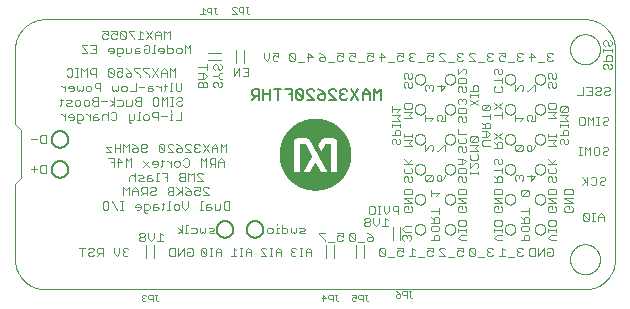
<source format=gbo>
G75*
%MOIN*%
%OFA0B0*%
%FSLAX25Y25*%
%IPPOS*%
%LPD*%
%AMOC8*
5,1,8,0,0,1.08239X$1,22.5*
%
%ADD10C,0.00000*%
%ADD11C,0.00400*%
%ADD12C,0.00500*%
%ADD13C,0.00001*%
%ADD14C,0.00800*%
%ADD15C,0.00394*%
%ADD16C,0.00300*%
D10*
X0044595Y0120262D02*
X0224595Y0120262D01*
X0219595Y0130262D02*
X0219597Y0130403D01*
X0219603Y0130544D01*
X0219613Y0130684D01*
X0219627Y0130824D01*
X0219645Y0130964D01*
X0219666Y0131103D01*
X0219692Y0131242D01*
X0219721Y0131380D01*
X0219755Y0131516D01*
X0219792Y0131652D01*
X0219833Y0131787D01*
X0219878Y0131921D01*
X0219927Y0132053D01*
X0219979Y0132184D01*
X0220035Y0132313D01*
X0220095Y0132440D01*
X0220158Y0132566D01*
X0220224Y0132690D01*
X0220295Y0132813D01*
X0220368Y0132933D01*
X0220445Y0133051D01*
X0220525Y0133167D01*
X0220609Y0133280D01*
X0220695Y0133391D01*
X0220785Y0133500D01*
X0220878Y0133606D01*
X0220973Y0133709D01*
X0221072Y0133810D01*
X0221173Y0133908D01*
X0221277Y0134003D01*
X0221384Y0134095D01*
X0221493Y0134184D01*
X0221605Y0134269D01*
X0221719Y0134352D01*
X0221835Y0134432D01*
X0221954Y0134508D01*
X0222075Y0134580D01*
X0222197Y0134650D01*
X0222322Y0134715D01*
X0222448Y0134778D01*
X0222576Y0134836D01*
X0222706Y0134891D01*
X0222837Y0134943D01*
X0222970Y0134990D01*
X0223104Y0135034D01*
X0223239Y0135075D01*
X0223375Y0135111D01*
X0223512Y0135143D01*
X0223650Y0135172D01*
X0223788Y0135197D01*
X0223928Y0135217D01*
X0224068Y0135234D01*
X0224208Y0135247D01*
X0224349Y0135256D01*
X0224489Y0135261D01*
X0224630Y0135262D01*
X0224771Y0135259D01*
X0224912Y0135252D01*
X0225052Y0135241D01*
X0225192Y0135226D01*
X0225332Y0135207D01*
X0225471Y0135185D01*
X0225609Y0135158D01*
X0225747Y0135128D01*
X0225883Y0135093D01*
X0226019Y0135055D01*
X0226153Y0135013D01*
X0226287Y0134967D01*
X0226419Y0134918D01*
X0226549Y0134864D01*
X0226678Y0134807D01*
X0226805Y0134747D01*
X0226931Y0134683D01*
X0227054Y0134615D01*
X0227176Y0134544D01*
X0227296Y0134470D01*
X0227413Y0134392D01*
X0227528Y0134311D01*
X0227641Y0134227D01*
X0227752Y0134140D01*
X0227860Y0134049D01*
X0227965Y0133956D01*
X0228068Y0133859D01*
X0228168Y0133760D01*
X0228265Y0133658D01*
X0228359Y0133553D01*
X0228450Y0133446D01*
X0228538Y0133336D01*
X0228623Y0133224D01*
X0228705Y0133109D01*
X0228784Y0132992D01*
X0228859Y0132873D01*
X0228931Y0132752D01*
X0228999Y0132629D01*
X0229064Y0132504D01*
X0229126Y0132377D01*
X0229183Y0132248D01*
X0229238Y0132118D01*
X0229288Y0131987D01*
X0229335Y0131854D01*
X0229378Y0131720D01*
X0229417Y0131584D01*
X0229452Y0131448D01*
X0229484Y0131311D01*
X0229511Y0131173D01*
X0229535Y0131034D01*
X0229555Y0130894D01*
X0229571Y0130754D01*
X0229583Y0130614D01*
X0229591Y0130473D01*
X0229595Y0130332D01*
X0229595Y0130192D01*
X0229591Y0130051D01*
X0229583Y0129910D01*
X0229571Y0129770D01*
X0229555Y0129630D01*
X0229535Y0129490D01*
X0229511Y0129351D01*
X0229484Y0129213D01*
X0229452Y0129076D01*
X0229417Y0128940D01*
X0229378Y0128804D01*
X0229335Y0128670D01*
X0229288Y0128537D01*
X0229238Y0128406D01*
X0229183Y0128276D01*
X0229126Y0128147D01*
X0229064Y0128020D01*
X0228999Y0127895D01*
X0228931Y0127772D01*
X0228859Y0127651D01*
X0228784Y0127532D01*
X0228705Y0127415D01*
X0228623Y0127300D01*
X0228538Y0127188D01*
X0228450Y0127078D01*
X0228359Y0126971D01*
X0228265Y0126866D01*
X0228168Y0126764D01*
X0228068Y0126665D01*
X0227965Y0126568D01*
X0227860Y0126475D01*
X0227752Y0126384D01*
X0227641Y0126297D01*
X0227528Y0126213D01*
X0227413Y0126132D01*
X0227296Y0126054D01*
X0227176Y0125980D01*
X0227054Y0125909D01*
X0226931Y0125841D01*
X0226805Y0125777D01*
X0226678Y0125717D01*
X0226549Y0125660D01*
X0226419Y0125606D01*
X0226287Y0125557D01*
X0226153Y0125511D01*
X0226019Y0125469D01*
X0225883Y0125431D01*
X0225747Y0125396D01*
X0225609Y0125366D01*
X0225471Y0125339D01*
X0225332Y0125317D01*
X0225192Y0125298D01*
X0225052Y0125283D01*
X0224912Y0125272D01*
X0224771Y0125265D01*
X0224630Y0125262D01*
X0224489Y0125263D01*
X0224349Y0125268D01*
X0224208Y0125277D01*
X0224068Y0125290D01*
X0223928Y0125307D01*
X0223788Y0125327D01*
X0223650Y0125352D01*
X0223512Y0125381D01*
X0223375Y0125413D01*
X0223239Y0125449D01*
X0223104Y0125490D01*
X0222970Y0125534D01*
X0222837Y0125581D01*
X0222706Y0125633D01*
X0222576Y0125688D01*
X0222448Y0125746D01*
X0222322Y0125809D01*
X0222197Y0125874D01*
X0222075Y0125944D01*
X0221954Y0126016D01*
X0221835Y0126092D01*
X0221719Y0126172D01*
X0221605Y0126255D01*
X0221493Y0126340D01*
X0221384Y0126429D01*
X0221277Y0126521D01*
X0221173Y0126616D01*
X0221072Y0126714D01*
X0220973Y0126815D01*
X0220878Y0126918D01*
X0220785Y0127024D01*
X0220695Y0127133D01*
X0220609Y0127244D01*
X0220525Y0127357D01*
X0220445Y0127473D01*
X0220368Y0127591D01*
X0220295Y0127711D01*
X0220224Y0127834D01*
X0220158Y0127958D01*
X0220095Y0128084D01*
X0220035Y0128211D01*
X0219979Y0128340D01*
X0219927Y0128471D01*
X0219878Y0128603D01*
X0219833Y0128737D01*
X0219792Y0128872D01*
X0219755Y0129008D01*
X0219721Y0129144D01*
X0219692Y0129282D01*
X0219666Y0129421D01*
X0219645Y0129560D01*
X0219627Y0129700D01*
X0219613Y0129840D01*
X0219603Y0129980D01*
X0219597Y0130121D01*
X0219595Y0130262D01*
X0224595Y0120262D02*
X0224837Y0120265D01*
X0225078Y0120274D01*
X0225319Y0120288D01*
X0225560Y0120309D01*
X0225800Y0120335D01*
X0226040Y0120367D01*
X0226279Y0120405D01*
X0226516Y0120448D01*
X0226753Y0120498D01*
X0226988Y0120553D01*
X0227222Y0120613D01*
X0227454Y0120680D01*
X0227685Y0120751D01*
X0227914Y0120829D01*
X0228141Y0120912D01*
X0228366Y0121000D01*
X0228589Y0121094D01*
X0228809Y0121193D01*
X0229027Y0121298D01*
X0229242Y0121407D01*
X0229455Y0121522D01*
X0229665Y0121642D01*
X0229871Y0121767D01*
X0230075Y0121897D01*
X0230276Y0122032D01*
X0230473Y0122172D01*
X0230667Y0122316D01*
X0230857Y0122465D01*
X0231043Y0122619D01*
X0231226Y0122777D01*
X0231405Y0122939D01*
X0231580Y0123106D01*
X0231751Y0123277D01*
X0231918Y0123452D01*
X0232080Y0123631D01*
X0232238Y0123814D01*
X0232392Y0124000D01*
X0232541Y0124190D01*
X0232685Y0124384D01*
X0232825Y0124581D01*
X0232960Y0124782D01*
X0233090Y0124986D01*
X0233215Y0125192D01*
X0233335Y0125402D01*
X0233450Y0125615D01*
X0233559Y0125830D01*
X0233664Y0126048D01*
X0233763Y0126268D01*
X0233857Y0126491D01*
X0233945Y0126716D01*
X0234028Y0126943D01*
X0234106Y0127172D01*
X0234177Y0127403D01*
X0234244Y0127635D01*
X0234304Y0127869D01*
X0234359Y0128104D01*
X0234409Y0128341D01*
X0234452Y0128578D01*
X0234490Y0128817D01*
X0234522Y0129057D01*
X0234548Y0129297D01*
X0234569Y0129538D01*
X0234583Y0129779D01*
X0234592Y0130020D01*
X0234595Y0130262D01*
X0234595Y0200262D01*
X0219595Y0200262D02*
X0219597Y0200403D01*
X0219603Y0200544D01*
X0219613Y0200684D01*
X0219627Y0200824D01*
X0219645Y0200964D01*
X0219666Y0201103D01*
X0219692Y0201242D01*
X0219721Y0201380D01*
X0219755Y0201516D01*
X0219792Y0201652D01*
X0219833Y0201787D01*
X0219878Y0201921D01*
X0219927Y0202053D01*
X0219979Y0202184D01*
X0220035Y0202313D01*
X0220095Y0202440D01*
X0220158Y0202566D01*
X0220224Y0202690D01*
X0220295Y0202813D01*
X0220368Y0202933D01*
X0220445Y0203051D01*
X0220525Y0203167D01*
X0220609Y0203280D01*
X0220695Y0203391D01*
X0220785Y0203500D01*
X0220878Y0203606D01*
X0220973Y0203709D01*
X0221072Y0203810D01*
X0221173Y0203908D01*
X0221277Y0204003D01*
X0221384Y0204095D01*
X0221493Y0204184D01*
X0221605Y0204269D01*
X0221719Y0204352D01*
X0221835Y0204432D01*
X0221954Y0204508D01*
X0222075Y0204580D01*
X0222197Y0204650D01*
X0222322Y0204715D01*
X0222448Y0204778D01*
X0222576Y0204836D01*
X0222706Y0204891D01*
X0222837Y0204943D01*
X0222970Y0204990D01*
X0223104Y0205034D01*
X0223239Y0205075D01*
X0223375Y0205111D01*
X0223512Y0205143D01*
X0223650Y0205172D01*
X0223788Y0205197D01*
X0223928Y0205217D01*
X0224068Y0205234D01*
X0224208Y0205247D01*
X0224349Y0205256D01*
X0224489Y0205261D01*
X0224630Y0205262D01*
X0224771Y0205259D01*
X0224912Y0205252D01*
X0225052Y0205241D01*
X0225192Y0205226D01*
X0225332Y0205207D01*
X0225471Y0205185D01*
X0225609Y0205158D01*
X0225747Y0205128D01*
X0225883Y0205093D01*
X0226019Y0205055D01*
X0226153Y0205013D01*
X0226287Y0204967D01*
X0226419Y0204918D01*
X0226549Y0204864D01*
X0226678Y0204807D01*
X0226805Y0204747D01*
X0226931Y0204683D01*
X0227054Y0204615D01*
X0227176Y0204544D01*
X0227296Y0204470D01*
X0227413Y0204392D01*
X0227528Y0204311D01*
X0227641Y0204227D01*
X0227752Y0204140D01*
X0227860Y0204049D01*
X0227965Y0203956D01*
X0228068Y0203859D01*
X0228168Y0203760D01*
X0228265Y0203658D01*
X0228359Y0203553D01*
X0228450Y0203446D01*
X0228538Y0203336D01*
X0228623Y0203224D01*
X0228705Y0203109D01*
X0228784Y0202992D01*
X0228859Y0202873D01*
X0228931Y0202752D01*
X0228999Y0202629D01*
X0229064Y0202504D01*
X0229126Y0202377D01*
X0229183Y0202248D01*
X0229238Y0202118D01*
X0229288Y0201987D01*
X0229335Y0201854D01*
X0229378Y0201720D01*
X0229417Y0201584D01*
X0229452Y0201448D01*
X0229484Y0201311D01*
X0229511Y0201173D01*
X0229535Y0201034D01*
X0229555Y0200894D01*
X0229571Y0200754D01*
X0229583Y0200614D01*
X0229591Y0200473D01*
X0229595Y0200332D01*
X0229595Y0200192D01*
X0229591Y0200051D01*
X0229583Y0199910D01*
X0229571Y0199770D01*
X0229555Y0199630D01*
X0229535Y0199490D01*
X0229511Y0199351D01*
X0229484Y0199213D01*
X0229452Y0199076D01*
X0229417Y0198940D01*
X0229378Y0198804D01*
X0229335Y0198670D01*
X0229288Y0198537D01*
X0229238Y0198406D01*
X0229183Y0198276D01*
X0229126Y0198147D01*
X0229064Y0198020D01*
X0228999Y0197895D01*
X0228931Y0197772D01*
X0228859Y0197651D01*
X0228784Y0197532D01*
X0228705Y0197415D01*
X0228623Y0197300D01*
X0228538Y0197188D01*
X0228450Y0197078D01*
X0228359Y0196971D01*
X0228265Y0196866D01*
X0228168Y0196764D01*
X0228068Y0196665D01*
X0227965Y0196568D01*
X0227860Y0196475D01*
X0227752Y0196384D01*
X0227641Y0196297D01*
X0227528Y0196213D01*
X0227413Y0196132D01*
X0227296Y0196054D01*
X0227176Y0195980D01*
X0227054Y0195909D01*
X0226931Y0195841D01*
X0226805Y0195777D01*
X0226678Y0195717D01*
X0226549Y0195660D01*
X0226419Y0195606D01*
X0226287Y0195557D01*
X0226153Y0195511D01*
X0226019Y0195469D01*
X0225883Y0195431D01*
X0225747Y0195396D01*
X0225609Y0195366D01*
X0225471Y0195339D01*
X0225332Y0195317D01*
X0225192Y0195298D01*
X0225052Y0195283D01*
X0224912Y0195272D01*
X0224771Y0195265D01*
X0224630Y0195262D01*
X0224489Y0195263D01*
X0224349Y0195268D01*
X0224208Y0195277D01*
X0224068Y0195290D01*
X0223928Y0195307D01*
X0223788Y0195327D01*
X0223650Y0195352D01*
X0223512Y0195381D01*
X0223375Y0195413D01*
X0223239Y0195449D01*
X0223104Y0195490D01*
X0222970Y0195534D01*
X0222837Y0195581D01*
X0222706Y0195633D01*
X0222576Y0195688D01*
X0222448Y0195746D01*
X0222322Y0195809D01*
X0222197Y0195874D01*
X0222075Y0195944D01*
X0221954Y0196016D01*
X0221835Y0196092D01*
X0221719Y0196172D01*
X0221605Y0196255D01*
X0221493Y0196340D01*
X0221384Y0196429D01*
X0221277Y0196521D01*
X0221173Y0196616D01*
X0221072Y0196714D01*
X0220973Y0196815D01*
X0220878Y0196918D01*
X0220785Y0197024D01*
X0220695Y0197133D01*
X0220609Y0197244D01*
X0220525Y0197357D01*
X0220445Y0197473D01*
X0220368Y0197591D01*
X0220295Y0197711D01*
X0220224Y0197834D01*
X0220158Y0197958D01*
X0220095Y0198084D01*
X0220035Y0198211D01*
X0219979Y0198340D01*
X0219927Y0198471D01*
X0219878Y0198603D01*
X0219833Y0198737D01*
X0219792Y0198872D01*
X0219755Y0199008D01*
X0219721Y0199144D01*
X0219692Y0199282D01*
X0219666Y0199421D01*
X0219645Y0199560D01*
X0219627Y0199700D01*
X0219613Y0199840D01*
X0219603Y0199980D01*
X0219597Y0200121D01*
X0219595Y0200262D01*
X0224595Y0210262D02*
X0224837Y0210259D01*
X0225078Y0210250D01*
X0225319Y0210236D01*
X0225560Y0210215D01*
X0225800Y0210189D01*
X0226040Y0210157D01*
X0226279Y0210119D01*
X0226516Y0210076D01*
X0226753Y0210026D01*
X0226988Y0209971D01*
X0227222Y0209911D01*
X0227454Y0209844D01*
X0227685Y0209773D01*
X0227914Y0209695D01*
X0228141Y0209612D01*
X0228366Y0209524D01*
X0228589Y0209430D01*
X0228809Y0209331D01*
X0229027Y0209226D01*
X0229242Y0209117D01*
X0229455Y0209002D01*
X0229665Y0208882D01*
X0229871Y0208757D01*
X0230075Y0208627D01*
X0230276Y0208492D01*
X0230473Y0208352D01*
X0230667Y0208208D01*
X0230857Y0208059D01*
X0231043Y0207905D01*
X0231226Y0207747D01*
X0231405Y0207585D01*
X0231580Y0207418D01*
X0231751Y0207247D01*
X0231918Y0207072D01*
X0232080Y0206893D01*
X0232238Y0206710D01*
X0232392Y0206524D01*
X0232541Y0206334D01*
X0232685Y0206140D01*
X0232825Y0205943D01*
X0232960Y0205742D01*
X0233090Y0205538D01*
X0233215Y0205332D01*
X0233335Y0205122D01*
X0233450Y0204909D01*
X0233559Y0204694D01*
X0233664Y0204476D01*
X0233763Y0204256D01*
X0233857Y0204033D01*
X0233945Y0203808D01*
X0234028Y0203581D01*
X0234106Y0203352D01*
X0234177Y0203121D01*
X0234244Y0202889D01*
X0234304Y0202655D01*
X0234359Y0202420D01*
X0234409Y0202183D01*
X0234452Y0201946D01*
X0234490Y0201707D01*
X0234522Y0201467D01*
X0234548Y0201227D01*
X0234569Y0200986D01*
X0234583Y0200745D01*
X0234592Y0200504D01*
X0234595Y0200262D01*
X0224595Y0210262D02*
X0044595Y0210262D01*
X0044353Y0210259D01*
X0044112Y0210250D01*
X0043871Y0210236D01*
X0043630Y0210215D01*
X0043390Y0210189D01*
X0043150Y0210157D01*
X0042911Y0210119D01*
X0042674Y0210076D01*
X0042437Y0210026D01*
X0042202Y0209971D01*
X0041968Y0209911D01*
X0041736Y0209844D01*
X0041505Y0209773D01*
X0041276Y0209695D01*
X0041049Y0209612D01*
X0040824Y0209524D01*
X0040601Y0209430D01*
X0040381Y0209331D01*
X0040163Y0209226D01*
X0039948Y0209117D01*
X0039735Y0209002D01*
X0039525Y0208882D01*
X0039319Y0208757D01*
X0039115Y0208627D01*
X0038914Y0208492D01*
X0038717Y0208352D01*
X0038523Y0208208D01*
X0038333Y0208059D01*
X0038147Y0207905D01*
X0037964Y0207747D01*
X0037785Y0207585D01*
X0037610Y0207418D01*
X0037439Y0207247D01*
X0037272Y0207072D01*
X0037110Y0206893D01*
X0036952Y0206710D01*
X0036798Y0206524D01*
X0036649Y0206334D01*
X0036505Y0206140D01*
X0036365Y0205943D01*
X0036230Y0205742D01*
X0036100Y0205538D01*
X0035975Y0205332D01*
X0035855Y0205122D01*
X0035740Y0204909D01*
X0035631Y0204694D01*
X0035526Y0204476D01*
X0035427Y0204256D01*
X0035333Y0204033D01*
X0035245Y0203808D01*
X0035162Y0203581D01*
X0035084Y0203352D01*
X0035013Y0203121D01*
X0034946Y0202889D01*
X0034886Y0202655D01*
X0034831Y0202420D01*
X0034781Y0202183D01*
X0034738Y0201946D01*
X0034700Y0201707D01*
X0034668Y0201467D01*
X0034642Y0201227D01*
X0034621Y0200986D01*
X0034607Y0200745D01*
X0034598Y0200504D01*
X0034595Y0200262D01*
X0034595Y0175262D01*
X0036595Y0173262D01*
X0036595Y0157262D01*
X0034595Y0155262D01*
X0034595Y0130262D01*
X0034598Y0130020D01*
X0034607Y0129779D01*
X0034621Y0129538D01*
X0034642Y0129297D01*
X0034668Y0129057D01*
X0034700Y0128817D01*
X0034738Y0128578D01*
X0034781Y0128341D01*
X0034831Y0128104D01*
X0034886Y0127869D01*
X0034946Y0127635D01*
X0035013Y0127403D01*
X0035084Y0127172D01*
X0035162Y0126943D01*
X0035245Y0126716D01*
X0035333Y0126491D01*
X0035427Y0126268D01*
X0035526Y0126048D01*
X0035631Y0125830D01*
X0035740Y0125615D01*
X0035855Y0125402D01*
X0035975Y0125192D01*
X0036100Y0124986D01*
X0036230Y0124782D01*
X0036365Y0124581D01*
X0036505Y0124384D01*
X0036649Y0124190D01*
X0036798Y0124000D01*
X0036952Y0123814D01*
X0037110Y0123631D01*
X0037272Y0123452D01*
X0037439Y0123277D01*
X0037610Y0123106D01*
X0037785Y0122939D01*
X0037964Y0122777D01*
X0038147Y0122619D01*
X0038333Y0122465D01*
X0038523Y0122316D01*
X0038717Y0122172D01*
X0038914Y0122032D01*
X0039115Y0121897D01*
X0039319Y0121767D01*
X0039525Y0121642D01*
X0039735Y0121522D01*
X0039948Y0121407D01*
X0040163Y0121298D01*
X0040381Y0121193D01*
X0040601Y0121094D01*
X0040824Y0121000D01*
X0041049Y0120912D01*
X0041276Y0120829D01*
X0041505Y0120751D01*
X0041736Y0120680D01*
X0041968Y0120613D01*
X0042202Y0120553D01*
X0042437Y0120498D01*
X0042674Y0120448D01*
X0042911Y0120405D01*
X0043150Y0120367D01*
X0043390Y0120335D01*
X0043630Y0120309D01*
X0043871Y0120288D01*
X0044112Y0120274D01*
X0044353Y0120265D01*
X0044595Y0120262D01*
X0123851Y0160356D02*
X0124659Y0158877D01*
X0125669Y0157528D01*
X0126861Y0156336D01*
X0128210Y0155326D01*
X0129689Y0154519D01*
X0131268Y0153930D01*
X0132914Y0153572D01*
X0134595Y0153451D01*
X0136276Y0153572D01*
X0137923Y0153930D01*
X0139502Y0154519D01*
X0140981Y0155326D01*
X0142330Y0156336D01*
X0143521Y0157528D01*
X0144531Y0158877D01*
X0145339Y0160356D01*
X0145928Y0161935D01*
X0146286Y0163582D01*
X0146406Y0165262D01*
X0146286Y0166943D01*
X0145928Y0168590D01*
X0145339Y0170169D01*
X0144531Y0171648D01*
X0143521Y0172997D01*
X0142330Y0174189D01*
X0140981Y0175199D01*
X0139502Y0176006D01*
X0137923Y0176595D01*
X0136276Y0176953D01*
X0134595Y0177073D01*
X0132914Y0176953D01*
X0131268Y0176595D01*
X0129689Y0176006D01*
X0128210Y0175199D01*
X0126861Y0174189D01*
X0125669Y0172997D01*
X0124659Y0171648D01*
X0123851Y0170169D01*
X0123263Y0168590D01*
X0122904Y0166943D01*
X0122784Y0165262D01*
X0127260Y0165262D01*
X0127260Y0169680D01*
X0127291Y0169950D01*
X0127381Y0170206D01*
X0127525Y0170436D01*
X0127717Y0170628D01*
X0127947Y0170772D01*
X0128203Y0170862D01*
X0128473Y0170892D01*
X0131784Y0170892D01*
X0132091Y0170854D01*
X0132378Y0170737D01*
X0132625Y0170550D01*
X0132816Y0170306D01*
X0138823Y0159483D01*
X0139438Y0159483D01*
X0139438Y0168633D01*
X0138048Y0168633D01*
X0136493Y0165845D01*
X0135190Y0168203D01*
X0136375Y0170306D01*
X0136564Y0170550D01*
X0136810Y0170737D01*
X0137096Y0170854D01*
X0137402Y0170892D01*
X0140717Y0170892D01*
X0140987Y0170862D01*
X0141242Y0170772D01*
X0141472Y0170627D01*
X0141663Y0170435D01*
X0141807Y0170205D01*
X0141896Y0169949D01*
X0141926Y0169680D01*
X0141926Y0165262D01*
X0146406Y0165262D01*
X0141926Y0165262D01*
X0141926Y0159483D01*
X0136198Y0159483D01*
X0134595Y0162381D01*
X0132993Y0159483D01*
X0130367Y0159483D01*
X0133288Y0164766D01*
X0131142Y0168633D01*
X0129753Y0168633D01*
X0129753Y0159483D01*
X0127260Y0159483D01*
X0127260Y0165262D01*
X0122784Y0165262D01*
X0122904Y0163582D01*
X0123263Y0161935D01*
X0123851Y0160356D01*
X0167845Y0160262D02*
X0167847Y0160345D01*
X0167853Y0160428D01*
X0167863Y0160511D01*
X0167877Y0160593D01*
X0167894Y0160675D01*
X0167916Y0160755D01*
X0167941Y0160834D01*
X0167970Y0160912D01*
X0168003Y0160989D01*
X0168040Y0161064D01*
X0168079Y0161137D01*
X0168123Y0161208D01*
X0168169Y0161277D01*
X0168219Y0161344D01*
X0168272Y0161408D01*
X0168328Y0161470D01*
X0168387Y0161529D01*
X0168449Y0161585D01*
X0168513Y0161638D01*
X0168580Y0161688D01*
X0168649Y0161734D01*
X0168720Y0161778D01*
X0168793Y0161817D01*
X0168868Y0161854D01*
X0168945Y0161887D01*
X0169023Y0161916D01*
X0169102Y0161941D01*
X0169182Y0161963D01*
X0169264Y0161980D01*
X0169346Y0161994D01*
X0169429Y0162004D01*
X0169512Y0162010D01*
X0169595Y0162012D01*
X0169678Y0162010D01*
X0169761Y0162004D01*
X0169844Y0161994D01*
X0169926Y0161980D01*
X0170008Y0161963D01*
X0170088Y0161941D01*
X0170167Y0161916D01*
X0170245Y0161887D01*
X0170322Y0161854D01*
X0170397Y0161817D01*
X0170470Y0161778D01*
X0170541Y0161734D01*
X0170610Y0161688D01*
X0170677Y0161638D01*
X0170741Y0161585D01*
X0170803Y0161529D01*
X0170862Y0161470D01*
X0170918Y0161408D01*
X0170971Y0161344D01*
X0171021Y0161277D01*
X0171067Y0161208D01*
X0171111Y0161137D01*
X0171150Y0161064D01*
X0171187Y0160989D01*
X0171220Y0160912D01*
X0171249Y0160834D01*
X0171274Y0160755D01*
X0171296Y0160675D01*
X0171313Y0160593D01*
X0171327Y0160511D01*
X0171337Y0160428D01*
X0171343Y0160345D01*
X0171345Y0160262D01*
X0171343Y0160179D01*
X0171337Y0160096D01*
X0171327Y0160013D01*
X0171313Y0159931D01*
X0171296Y0159849D01*
X0171274Y0159769D01*
X0171249Y0159690D01*
X0171220Y0159612D01*
X0171187Y0159535D01*
X0171150Y0159460D01*
X0171111Y0159387D01*
X0171067Y0159316D01*
X0171021Y0159247D01*
X0170971Y0159180D01*
X0170918Y0159116D01*
X0170862Y0159054D01*
X0170803Y0158995D01*
X0170741Y0158939D01*
X0170677Y0158886D01*
X0170610Y0158836D01*
X0170541Y0158790D01*
X0170470Y0158746D01*
X0170397Y0158707D01*
X0170322Y0158670D01*
X0170245Y0158637D01*
X0170167Y0158608D01*
X0170088Y0158583D01*
X0170008Y0158561D01*
X0169926Y0158544D01*
X0169844Y0158530D01*
X0169761Y0158520D01*
X0169678Y0158514D01*
X0169595Y0158512D01*
X0169512Y0158514D01*
X0169429Y0158520D01*
X0169346Y0158530D01*
X0169264Y0158544D01*
X0169182Y0158561D01*
X0169102Y0158583D01*
X0169023Y0158608D01*
X0168945Y0158637D01*
X0168868Y0158670D01*
X0168793Y0158707D01*
X0168720Y0158746D01*
X0168649Y0158790D01*
X0168580Y0158836D01*
X0168513Y0158886D01*
X0168449Y0158939D01*
X0168387Y0158995D01*
X0168328Y0159054D01*
X0168272Y0159116D01*
X0168219Y0159180D01*
X0168169Y0159247D01*
X0168123Y0159316D01*
X0168079Y0159387D01*
X0168040Y0159460D01*
X0168003Y0159535D01*
X0167970Y0159612D01*
X0167941Y0159690D01*
X0167916Y0159769D01*
X0167894Y0159849D01*
X0167877Y0159931D01*
X0167863Y0160013D01*
X0167853Y0160096D01*
X0167847Y0160179D01*
X0167845Y0160262D01*
X0177845Y0160262D02*
X0177847Y0160345D01*
X0177853Y0160428D01*
X0177863Y0160511D01*
X0177877Y0160593D01*
X0177894Y0160675D01*
X0177916Y0160755D01*
X0177941Y0160834D01*
X0177970Y0160912D01*
X0178003Y0160989D01*
X0178040Y0161064D01*
X0178079Y0161137D01*
X0178123Y0161208D01*
X0178169Y0161277D01*
X0178219Y0161344D01*
X0178272Y0161408D01*
X0178328Y0161470D01*
X0178387Y0161529D01*
X0178449Y0161585D01*
X0178513Y0161638D01*
X0178580Y0161688D01*
X0178649Y0161734D01*
X0178720Y0161778D01*
X0178793Y0161817D01*
X0178868Y0161854D01*
X0178945Y0161887D01*
X0179023Y0161916D01*
X0179102Y0161941D01*
X0179182Y0161963D01*
X0179264Y0161980D01*
X0179346Y0161994D01*
X0179429Y0162004D01*
X0179512Y0162010D01*
X0179595Y0162012D01*
X0179678Y0162010D01*
X0179761Y0162004D01*
X0179844Y0161994D01*
X0179926Y0161980D01*
X0180008Y0161963D01*
X0180088Y0161941D01*
X0180167Y0161916D01*
X0180245Y0161887D01*
X0180322Y0161854D01*
X0180397Y0161817D01*
X0180470Y0161778D01*
X0180541Y0161734D01*
X0180610Y0161688D01*
X0180677Y0161638D01*
X0180741Y0161585D01*
X0180803Y0161529D01*
X0180862Y0161470D01*
X0180918Y0161408D01*
X0180971Y0161344D01*
X0181021Y0161277D01*
X0181067Y0161208D01*
X0181111Y0161137D01*
X0181150Y0161064D01*
X0181187Y0160989D01*
X0181220Y0160912D01*
X0181249Y0160834D01*
X0181274Y0160755D01*
X0181296Y0160675D01*
X0181313Y0160593D01*
X0181327Y0160511D01*
X0181337Y0160428D01*
X0181343Y0160345D01*
X0181345Y0160262D01*
X0181343Y0160179D01*
X0181337Y0160096D01*
X0181327Y0160013D01*
X0181313Y0159931D01*
X0181296Y0159849D01*
X0181274Y0159769D01*
X0181249Y0159690D01*
X0181220Y0159612D01*
X0181187Y0159535D01*
X0181150Y0159460D01*
X0181111Y0159387D01*
X0181067Y0159316D01*
X0181021Y0159247D01*
X0180971Y0159180D01*
X0180918Y0159116D01*
X0180862Y0159054D01*
X0180803Y0158995D01*
X0180741Y0158939D01*
X0180677Y0158886D01*
X0180610Y0158836D01*
X0180541Y0158790D01*
X0180470Y0158746D01*
X0180397Y0158707D01*
X0180322Y0158670D01*
X0180245Y0158637D01*
X0180167Y0158608D01*
X0180088Y0158583D01*
X0180008Y0158561D01*
X0179926Y0158544D01*
X0179844Y0158530D01*
X0179761Y0158520D01*
X0179678Y0158514D01*
X0179595Y0158512D01*
X0179512Y0158514D01*
X0179429Y0158520D01*
X0179346Y0158530D01*
X0179264Y0158544D01*
X0179182Y0158561D01*
X0179102Y0158583D01*
X0179023Y0158608D01*
X0178945Y0158637D01*
X0178868Y0158670D01*
X0178793Y0158707D01*
X0178720Y0158746D01*
X0178649Y0158790D01*
X0178580Y0158836D01*
X0178513Y0158886D01*
X0178449Y0158939D01*
X0178387Y0158995D01*
X0178328Y0159054D01*
X0178272Y0159116D01*
X0178219Y0159180D01*
X0178169Y0159247D01*
X0178123Y0159316D01*
X0178079Y0159387D01*
X0178040Y0159460D01*
X0178003Y0159535D01*
X0177970Y0159612D01*
X0177941Y0159690D01*
X0177916Y0159769D01*
X0177894Y0159849D01*
X0177877Y0159931D01*
X0177863Y0160013D01*
X0177853Y0160096D01*
X0177847Y0160179D01*
X0177845Y0160262D01*
X0177845Y0150262D02*
X0177847Y0150345D01*
X0177853Y0150428D01*
X0177863Y0150511D01*
X0177877Y0150593D01*
X0177894Y0150675D01*
X0177916Y0150755D01*
X0177941Y0150834D01*
X0177970Y0150912D01*
X0178003Y0150989D01*
X0178040Y0151064D01*
X0178079Y0151137D01*
X0178123Y0151208D01*
X0178169Y0151277D01*
X0178219Y0151344D01*
X0178272Y0151408D01*
X0178328Y0151470D01*
X0178387Y0151529D01*
X0178449Y0151585D01*
X0178513Y0151638D01*
X0178580Y0151688D01*
X0178649Y0151734D01*
X0178720Y0151778D01*
X0178793Y0151817D01*
X0178868Y0151854D01*
X0178945Y0151887D01*
X0179023Y0151916D01*
X0179102Y0151941D01*
X0179182Y0151963D01*
X0179264Y0151980D01*
X0179346Y0151994D01*
X0179429Y0152004D01*
X0179512Y0152010D01*
X0179595Y0152012D01*
X0179678Y0152010D01*
X0179761Y0152004D01*
X0179844Y0151994D01*
X0179926Y0151980D01*
X0180008Y0151963D01*
X0180088Y0151941D01*
X0180167Y0151916D01*
X0180245Y0151887D01*
X0180322Y0151854D01*
X0180397Y0151817D01*
X0180470Y0151778D01*
X0180541Y0151734D01*
X0180610Y0151688D01*
X0180677Y0151638D01*
X0180741Y0151585D01*
X0180803Y0151529D01*
X0180862Y0151470D01*
X0180918Y0151408D01*
X0180971Y0151344D01*
X0181021Y0151277D01*
X0181067Y0151208D01*
X0181111Y0151137D01*
X0181150Y0151064D01*
X0181187Y0150989D01*
X0181220Y0150912D01*
X0181249Y0150834D01*
X0181274Y0150755D01*
X0181296Y0150675D01*
X0181313Y0150593D01*
X0181327Y0150511D01*
X0181337Y0150428D01*
X0181343Y0150345D01*
X0181345Y0150262D01*
X0181343Y0150179D01*
X0181337Y0150096D01*
X0181327Y0150013D01*
X0181313Y0149931D01*
X0181296Y0149849D01*
X0181274Y0149769D01*
X0181249Y0149690D01*
X0181220Y0149612D01*
X0181187Y0149535D01*
X0181150Y0149460D01*
X0181111Y0149387D01*
X0181067Y0149316D01*
X0181021Y0149247D01*
X0180971Y0149180D01*
X0180918Y0149116D01*
X0180862Y0149054D01*
X0180803Y0148995D01*
X0180741Y0148939D01*
X0180677Y0148886D01*
X0180610Y0148836D01*
X0180541Y0148790D01*
X0180470Y0148746D01*
X0180397Y0148707D01*
X0180322Y0148670D01*
X0180245Y0148637D01*
X0180167Y0148608D01*
X0180088Y0148583D01*
X0180008Y0148561D01*
X0179926Y0148544D01*
X0179844Y0148530D01*
X0179761Y0148520D01*
X0179678Y0148514D01*
X0179595Y0148512D01*
X0179512Y0148514D01*
X0179429Y0148520D01*
X0179346Y0148530D01*
X0179264Y0148544D01*
X0179182Y0148561D01*
X0179102Y0148583D01*
X0179023Y0148608D01*
X0178945Y0148637D01*
X0178868Y0148670D01*
X0178793Y0148707D01*
X0178720Y0148746D01*
X0178649Y0148790D01*
X0178580Y0148836D01*
X0178513Y0148886D01*
X0178449Y0148939D01*
X0178387Y0148995D01*
X0178328Y0149054D01*
X0178272Y0149116D01*
X0178219Y0149180D01*
X0178169Y0149247D01*
X0178123Y0149316D01*
X0178079Y0149387D01*
X0178040Y0149460D01*
X0178003Y0149535D01*
X0177970Y0149612D01*
X0177941Y0149690D01*
X0177916Y0149769D01*
X0177894Y0149849D01*
X0177877Y0149931D01*
X0177863Y0150013D01*
X0177853Y0150096D01*
X0177847Y0150179D01*
X0177845Y0150262D01*
X0167845Y0150262D02*
X0167847Y0150345D01*
X0167853Y0150428D01*
X0167863Y0150511D01*
X0167877Y0150593D01*
X0167894Y0150675D01*
X0167916Y0150755D01*
X0167941Y0150834D01*
X0167970Y0150912D01*
X0168003Y0150989D01*
X0168040Y0151064D01*
X0168079Y0151137D01*
X0168123Y0151208D01*
X0168169Y0151277D01*
X0168219Y0151344D01*
X0168272Y0151408D01*
X0168328Y0151470D01*
X0168387Y0151529D01*
X0168449Y0151585D01*
X0168513Y0151638D01*
X0168580Y0151688D01*
X0168649Y0151734D01*
X0168720Y0151778D01*
X0168793Y0151817D01*
X0168868Y0151854D01*
X0168945Y0151887D01*
X0169023Y0151916D01*
X0169102Y0151941D01*
X0169182Y0151963D01*
X0169264Y0151980D01*
X0169346Y0151994D01*
X0169429Y0152004D01*
X0169512Y0152010D01*
X0169595Y0152012D01*
X0169678Y0152010D01*
X0169761Y0152004D01*
X0169844Y0151994D01*
X0169926Y0151980D01*
X0170008Y0151963D01*
X0170088Y0151941D01*
X0170167Y0151916D01*
X0170245Y0151887D01*
X0170322Y0151854D01*
X0170397Y0151817D01*
X0170470Y0151778D01*
X0170541Y0151734D01*
X0170610Y0151688D01*
X0170677Y0151638D01*
X0170741Y0151585D01*
X0170803Y0151529D01*
X0170862Y0151470D01*
X0170918Y0151408D01*
X0170971Y0151344D01*
X0171021Y0151277D01*
X0171067Y0151208D01*
X0171111Y0151137D01*
X0171150Y0151064D01*
X0171187Y0150989D01*
X0171220Y0150912D01*
X0171249Y0150834D01*
X0171274Y0150755D01*
X0171296Y0150675D01*
X0171313Y0150593D01*
X0171327Y0150511D01*
X0171337Y0150428D01*
X0171343Y0150345D01*
X0171345Y0150262D01*
X0171343Y0150179D01*
X0171337Y0150096D01*
X0171327Y0150013D01*
X0171313Y0149931D01*
X0171296Y0149849D01*
X0171274Y0149769D01*
X0171249Y0149690D01*
X0171220Y0149612D01*
X0171187Y0149535D01*
X0171150Y0149460D01*
X0171111Y0149387D01*
X0171067Y0149316D01*
X0171021Y0149247D01*
X0170971Y0149180D01*
X0170918Y0149116D01*
X0170862Y0149054D01*
X0170803Y0148995D01*
X0170741Y0148939D01*
X0170677Y0148886D01*
X0170610Y0148836D01*
X0170541Y0148790D01*
X0170470Y0148746D01*
X0170397Y0148707D01*
X0170322Y0148670D01*
X0170245Y0148637D01*
X0170167Y0148608D01*
X0170088Y0148583D01*
X0170008Y0148561D01*
X0169926Y0148544D01*
X0169844Y0148530D01*
X0169761Y0148520D01*
X0169678Y0148514D01*
X0169595Y0148512D01*
X0169512Y0148514D01*
X0169429Y0148520D01*
X0169346Y0148530D01*
X0169264Y0148544D01*
X0169182Y0148561D01*
X0169102Y0148583D01*
X0169023Y0148608D01*
X0168945Y0148637D01*
X0168868Y0148670D01*
X0168793Y0148707D01*
X0168720Y0148746D01*
X0168649Y0148790D01*
X0168580Y0148836D01*
X0168513Y0148886D01*
X0168449Y0148939D01*
X0168387Y0148995D01*
X0168328Y0149054D01*
X0168272Y0149116D01*
X0168219Y0149180D01*
X0168169Y0149247D01*
X0168123Y0149316D01*
X0168079Y0149387D01*
X0168040Y0149460D01*
X0168003Y0149535D01*
X0167970Y0149612D01*
X0167941Y0149690D01*
X0167916Y0149769D01*
X0167894Y0149849D01*
X0167877Y0149931D01*
X0167863Y0150013D01*
X0167853Y0150096D01*
X0167847Y0150179D01*
X0167845Y0150262D01*
X0167845Y0140262D02*
X0167847Y0140345D01*
X0167853Y0140428D01*
X0167863Y0140511D01*
X0167877Y0140593D01*
X0167894Y0140675D01*
X0167916Y0140755D01*
X0167941Y0140834D01*
X0167970Y0140912D01*
X0168003Y0140989D01*
X0168040Y0141064D01*
X0168079Y0141137D01*
X0168123Y0141208D01*
X0168169Y0141277D01*
X0168219Y0141344D01*
X0168272Y0141408D01*
X0168328Y0141470D01*
X0168387Y0141529D01*
X0168449Y0141585D01*
X0168513Y0141638D01*
X0168580Y0141688D01*
X0168649Y0141734D01*
X0168720Y0141778D01*
X0168793Y0141817D01*
X0168868Y0141854D01*
X0168945Y0141887D01*
X0169023Y0141916D01*
X0169102Y0141941D01*
X0169182Y0141963D01*
X0169264Y0141980D01*
X0169346Y0141994D01*
X0169429Y0142004D01*
X0169512Y0142010D01*
X0169595Y0142012D01*
X0169678Y0142010D01*
X0169761Y0142004D01*
X0169844Y0141994D01*
X0169926Y0141980D01*
X0170008Y0141963D01*
X0170088Y0141941D01*
X0170167Y0141916D01*
X0170245Y0141887D01*
X0170322Y0141854D01*
X0170397Y0141817D01*
X0170470Y0141778D01*
X0170541Y0141734D01*
X0170610Y0141688D01*
X0170677Y0141638D01*
X0170741Y0141585D01*
X0170803Y0141529D01*
X0170862Y0141470D01*
X0170918Y0141408D01*
X0170971Y0141344D01*
X0171021Y0141277D01*
X0171067Y0141208D01*
X0171111Y0141137D01*
X0171150Y0141064D01*
X0171187Y0140989D01*
X0171220Y0140912D01*
X0171249Y0140834D01*
X0171274Y0140755D01*
X0171296Y0140675D01*
X0171313Y0140593D01*
X0171327Y0140511D01*
X0171337Y0140428D01*
X0171343Y0140345D01*
X0171345Y0140262D01*
X0171343Y0140179D01*
X0171337Y0140096D01*
X0171327Y0140013D01*
X0171313Y0139931D01*
X0171296Y0139849D01*
X0171274Y0139769D01*
X0171249Y0139690D01*
X0171220Y0139612D01*
X0171187Y0139535D01*
X0171150Y0139460D01*
X0171111Y0139387D01*
X0171067Y0139316D01*
X0171021Y0139247D01*
X0170971Y0139180D01*
X0170918Y0139116D01*
X0170862Y0139054D01*
X0170803Y0138995D01*
X0170741Y0138939D01*
X0170677Y0138886D01*
X0170610Y0138836D01*
X0170541Y0138790D01*
X0170470Y0138746D01*
X0170397Y0138707D01*
X0170322Y0138670D01*
X0170245Y0138637D01*
X0170167Y0138608D01*
X0170088Y0138583D01*
X0170008Y0138561D01*
X0169926Y0138544D01*
X0169844Y0138530D01*
X0169761Y0138520D01*
X0169678Y0138514D01*
X0169595Y0138512D01*
X0169512Y0138514D01*
X0169429Y0138520D01*
X0169346Y0138530D01*
X0169264Y0138544D01*
X0169182Y0138561D01*
X0169102Y0138583D01*
X0169023Y0138608D01*
X0168945Y0138637D01*
X0168868Y0138670D01*
X0168793Y0138707D01*
X0168720Y0138746D01*
X0168649Y0138790D01*
X0168580Y0138836D01*
X0168513Y0138886D01*
X0168449Y0138939D01*
X0168387Y0138995D01*
X0168328Y0139054D01*
X0168272Y0139116D01*
X0168219Y0139180D01*
X0168169Y0139247D01*
X0168123Y0139316D01*
X0168079Y0139387D01*
X0168040Y0139460D01*
X0168003Y0139535D01*
X0167970Y0139612D01*
X0167941Y0139690D01*
X0167916Y0139769D01*
X0167894Y0139849D01*
X0167877Y0139931D01*
X0167863Y0140013D01*
X0167853Y0140096D01*
X0167847Y0140179D01*
X0167845Y0140262D01*
X0177845Y0140262D02*
X0177847Y0140345D01*
X0177853Y0140428D01*
X0177863Y0140511D01*
X0177877Y0140593D01*
X0177894Y0140675D01*
X0177916Y0140755D01*
X0177941Y0140834D01*
X0177970Y0140912D01*
X0178003Y0140989D01*
X0178040Y0141064D01*
X0178079Y0141137D01*
X0178123Y0141208D01*
X0178169Y0141277D01*
X0178219Y0141344D01*
X0178272Y0141408D01*
X0178328Y0141470D01*
X0178387Y0141529D01*
X0178449Y0141585D01*
X0178513Y0141638D01*
X0178580Y0141688D01*
X0178649Y0141734D01*
X0178720Y0141778D01*
X0178793Y0141817D01*
X0178868Y0141854D01*
X0178945Y0141887D01*
X0179023Y0141916D01*
X0179102Y0141941D01*
X0179182Y0141963D01*
X0179264Y0141980D01*
X0179346Y0141994D01*
X0179429Y0142004D01*
X0179512Y0142010D01*
X0179595Y0142012D01*
X0179678Y0142010D01*
X0179761Y0142004D01*
X0179844Y0141994D01*
X0179926Y0141980D01*
X0180008Y0141963D01*
X0180088Y0141941D01*
X0180167Y0141916D01*
X0180245Y0141887D01*
X0180322Y0141854D01*
X0180397Y0141817D01*
X0180470Y0141778D01*
X0180541Y0141734D01*
X0180610Y0141688D01*
X0180677Y0141638D01*
X0180741Y0141585D01*
X0180803Y0141529D01*
X0180862Y0141470D01*
X0180918Y0141408D01*
X0180971Y0141344D01*
X0181021Y0141277D01*
X0181067Y0141208D01*
X0181111Y0141137D01*
X0181150Y0141064D01*
X0181187Y0140989D01*
X0181220Y0140912D01*
X0181249Y0140834D01*
X0181274Y0140755D01*
X0181296Y0140675D01*
X0181313Y0140593D01*
X0181327Y0140511D01*
X0181337Y0140428D01*
X0181343Y0140345D01*
X0181345Y0140262D01*
X0181343Y0140179D01*
X0181337Y0140096D01*
X0181327Y0140013D01*
X0181313Y0139931D01*
X0181296Y0139849D01*
X0181274Y0139769D01*
X0181249Y0139690D01*
X0181220Y0139612D01*
X0181187Y0139535D01*
X0181150Y0139460D01*
X0181111Y0139387D01*
X0181067Y0139316D01*
X0181021Y0139247D01*
X0180971Y0139180D01*
X0180918Y0139116D01*
X0180862Y0139054D01*
X0180803Y0138995D01*
X0180741Y0138939D01*
X0180677Y0138886D01*
X0180610Y0138836D01*
X0180541Y0138790D01*
X0180470Y0138746D01*
X0180397Y0138707D01*
X0180322Y0138670D01*
X0180245Y0138637D01*
X0180167Y0138608D01*
X0180088Y0138583D01*
X0180008Y0138561D01*
X0179926Y0138544D01*
X0179844Y0138530D01*
X0179761Y0138520D01*
X0179678Y0138514D01*
X0179595Y0138512D01*
X0179512Y0138514D01*
X0179429Y0138520D01*
X0179346Y0138530D01*
X0179264Y0138544D01*
X0179182Y0138561D01*
X0179102Y0138583D01*
X0179023Y0138608D01*
X0178945Y0138637D01*
X0178868Y0138670D01*
X0178793Y0138707D01*
X0178720Y0138746D01*
X0178649Y0138790D01*
X0178580Y0138836D01*
X0178513Y0138886D01*
X0178449Y0138939D01*
X0178387Y0138995D01*
X0178328Y0139054D01*
X0178272Y0139116D01*
X0178219Y0139180D01*
X0178169Y0139247D01*
X0178123Y0139316D01*
X0178079Y0139387D01*
X0178040Y0139460D01*
X0178003Y0139535D01*
X0177970Y0139612D01*
X0177941Y0139690D01*
X0177916Y0139769D01*
X0177894Y0139849D01*
X0177877Y0139931D01*
X0177863Y0140013D01*
X0177853Y0140096D01*
X0177847Y0140179D01*
X0177845Y0140262D01*
X0197845Y0140262D02*
X0197847Y0140345D01*
X0197853Y0140428D01*
X0197863Y0140511D01*
X0197877Y0140593D01*
X0197894Y0140675D01*
X0197916Y0140755D01*
X0197941Y0140834D01*
X0197970Y0140912D01*
X0198003Y0140989D01*
X0198040Y0141064D01*
X0198079Y0141137D01*
X0198123Y0141208D01*
X0198169Y0141277D01*
X0198219Y0141344D01*
X0198272Y0141408D01*
X0198328Y0141470D01*
X0198387Y0141529D01*
X0198449Y0141585D01*
X0198513Y0141638D01*
X0198580Y0141688D01*
X0198649Y0141734D01*
X0198720Y0141778D01*
X0198793Y0141817D01*
X0198868Y0141854D01*
X0198945Y0141887D01*
X0199023Y0141916D01*
X0199102Y0141941D01*
X0199182Y0141963D01*
X0199264Y0141980D01*
X0199346Y0141994D01*
X0199429Y0142004D01*
X0199512Y0142010D01*
X0199595Y0142012D01*
X0199678Y0142010D01*
X0199761Y0142004D01*
X0199844Y0141994D01*
X0199926Y0141980D01*
X0200008Y0141963D01*
X0200088Y0141941D01*
X0200167Y0141916D01*
X0200245Y0141887D01*
X0200322Y0141854D01*
X0200397Y0141817D01*
X0200470Y0141778D01*
X0200541Y0141734D01*
X0200610Y0141688D01*
X0200677Y0141638D01*
X0200741Y0141585D01*
X0200803Y0141529D01*
X0200862Y0141470D01*
X0200918Y0141408D01*
X0200971Y0141344D01*
X0201021Y0141277D01*
X0201067Y0141208D01*
X0201111Y0141137D01*
X0201150Y0141064D01*
X0201187Y0140989D01*
X0201220Y0140912D01*
X0201249Y0140834D01*
X0201274Y0140755D01*
X0201296Y0140675D01*
X0201313Y0140593D01*
X0201327Y0140511D01*
X0201337Y0140428D01*
X0201343Y0140345D01*
X0201345Y0140262D01*
X0201343Y0140179D01*
X0201337Y0140096D01*
X0201327Y0140013D01*
X0201313Y0139931D01*
X0201296Y0139849D01*
X0201274Y0139769D01*
X0201249Y0139690D01*
X0201220Y0139612D01*
X0201187Y0139535D01*
X0201150Y0139460D01*
X0201111Y0139387D01*
X0201067Y0139316D01*
X0201021Y0139247D01*
X0200971Y0139180D01*
X0200918Y0139116D01*
X0200862Y0139054D01*
X0200803Y0138995D01*
X0200741Y0138939D01*
X0200677Y0138886D01*
X0200610Y0138836D01*
X0200541Y0138790D01*
X0200470Y0138746D01*
X0200397Y0138707D01*
X0200322Y0138670D01*
X0200245Y0138637D01*
X0200167Y0138608D01*
X0200088Y0138583D01*
X0200008Y0138561D01*
X0199926Y0138544D01*
X0199844Y0138530D01*
X0199761Y0138520D01*
X0199678Y0138514D01*
X0199595Y0138512D01*
X0199512Y0138514D01*
X0199429Y0138520D01*
X0199346Y0138530D01*
X0199264Y0138544D01*
X0199182Y0138561D01*
X0199102Y0138583D01*
X0199023Y0138608D01*
X0198945Y0138637D01*
X0198868Y0138670D01*
X0198793Y0138707D01*
X0198720Y0138746D01*
X0198649Y0138790D01*
X0198580Y0138836D01*
X0198513Y0138886D01*
X0198449Y0138939D01*
X0198387Y0138995D01*
X0198328Y0139054D01*
X0198272Y0139116D01*
X0198219Y0139180D01*
X0198169Y0139247D01*
X0198123Y0139316D01*
X0198079Y0139387D01*
X0198040Y0139460D01*
X0198003Y0139535D01*
X0197970Y0139612D01*
X0197941Y0139690D01*
X0197916Y0139769D01*
X0197894Y0139849D01*
X0197877Y0139931D01*
X0197863Y0140013D01*
X0197853Y0140096D01*
X0197847Y0140179D01*
X0197845Y0140262D01*
X0207845Y0140262D02*
X0207847Y0140345D01*
X0207853Y0140428D01*
X0207863Y0140511D01*
X0207877Y0140593D01*
X0207894Y0140675D01*
X0207916Y0140755D01*
X0207941Y0140834D01*
X0207970Y0140912D01*
X0208003Y0140989D01*
X0208040Y0141064D01*
X0208079Y0141137D01*
X0208123Y0141208D01*
X0208169Y0141277D01*
X0208219Y0141344D01*
X0208272Y0141408D01*
X0208328Y0141470D01*
X0208387Y0141529D01*
X0208449Y0141585D01*
X0208513Y0141638D01*
X0208580Y0141688D01*
X0208649Y0141734D01*
X0208720Y0141778D01*
X0208793Y0141817D01*
X0208868Y0141854D01*
X0208945Y0141887D01*
X0209023Y0141916D01*
X0209102Y0141941D01*
X0209182Y0141963D01*
X0209264Y0141980D01*
X0209346Y0141994D01*
X0209429Y0142004D01*
X0209512Y0142010D01*
X0209595Y0142012D01*
X0209678Y0142010D01*
X0209761Y0142004D01*
X0209844Y0141994D01*
X0209926Y0141980D01*
X0210008Y0141963D01*
X0210088Y0141941D01*
X0210167Y0141916D01*
X0210245Y0141887D01*
X0210322Y0141854D01*
X0210397Y0141817D01*
X0210470Y0141778D01*
X0210541Y0141734D01*
X0210610Y0141688D01*
X0210677Y0141638D01*
X0210741Y0141585D01*
X0210803Y0141529D01*
X0210862Y0141470D01*
X0210918Y0141408D01*
X0210971Y0141344D01*
X0211021Y0141277D01*
X0211067Y0141208D01*
X0211111Y0141137D01*
X0211150Y0141064D01*
X0211187Y0140989D01*
X0211220Y0140912D01*
X0211249Y0140834D01*
X0211274Y0140755D01*
X0211296Y0140675D01*
X0211313Y0140593D01*
X0211327Y0140511D01*
X0211337Y0140428D01*
X0211343Y0140345D01*
X0211345Y0140262D01*
X0211343Y0140179D01*
X0211337Y0140096D01*
X0211327Y0140013D01*
X0211313Y0139931D01*
X0211296Y0139849D01*
X0211274Y0139769D01*
X0211249Y0139690D01*
X0211220Y0139612D01*
X0211187Y0139535D01*
X0211150Y0139460D01*
X0211111Y0139387D01*
X0211067Y0139316D01*
X0211021Y0139247D01*
X0210971Y0139180D01*
X0210918Y0139116D01*
X0210862Y0139054D01*
X0210803Y0138995D01*
X0210741Y0138939D01*
X0210677Y0138886D01*
X0210610Y0138836D01*
X0210541Y0138790D01*
X0210470Y0138746D01*
X0210397Y0138707D01*
X0210322Y0138670D01*
X0210245Y0138637D01*
X0210167Y0138608D01*
X0210088Y0138583D01*
X0210008Y0138561D01*
X0209926Y0138544D01*
X0209844Y0138530D01*
X0209761Y0138520D01*
X0209678Y0138514D01*
X0209595Y0138512D01*
X0209512Y0138514D01*
X0209429Y0138520D01*
X0209346Y0138530D01*
X0209264Y0138544D01*
X0209182Y0138561D01*
X0209102Y0138583D01*
X0209023Y0138608D01*
X0208945Y0138637D01*
X0208868Y0138670D01*
X0208793Y0138707D01*
X0208720Y0138746D01*
X0208649Y0138790D01*
X0208580Y0138836D01*
X0208513Y0138886D01*
X0208449Y0138939D01*
X0208387Y0138995D01*
X0208328Y0139054D01*
X0208272Y0139116D01*
X0208219Y0139180D01*
X0208169Y0139247D01*
X0208123Y0139316D01*
X0208079Y0139387D01*
X0208040Y0139460D01*
X0208003Y0139535D01*
X0207970Y0139612D01*
X0207941Y0139690D01*
X0207916Y0139769D01*
X0207894Y0139849D01*
X0207877Y0139931D01*
X0207863Y0140013D01*
X0207853Y0140096D01*
X0207847Y0140179D01*
X0207845Y0140262D01*
X0207845Y0150262D02*
X0207847Y0150345D01*
X0207853Y0150428D01*
X0207863Y0150511D01*
X0207877Y0150593D01*
X0207894Y0150675D01*
X0207916Y0150755D01*
X0207941Y0150834D01*
X0207970Y0150912D01*
X0208003Y0150989D01*
X0208040Y0151064D01*
X0208079Y0151137D01*
X0208123Y0151208D01*
X0208169Y0151277D01*
X0208219Y0151344D01*
X0208272Y0151408D01*
X0208328Y0151470D01*
X0208387Y0151529D01*
X0208449Y0151585D01*
X0208513Y0151638D01*
X0208580Y0151688D01*
X0208649Y0151734D01*
X0208720Y0151778D01*
X0208793Y0151817D01*
X0208868Y0151854D01*
X0208945Y0151887D01*
X0209023Y0151916D01*
X0209102Y0151941D01*
X0209182Y0151963D01*
X0209264Y0151980D01*
X0209346Y0151994D01*
X0209429Y0152004D01*
X0209512Y0152010D01*
X0209595Y0152012D01*
X0209678Y0152010D01*
X0209761Y0152004D01*
X0209844Y0151994D01*
X0209926Y0151980D01*
X0210008Y0151963D01*
X0210088Y0151941D01*
X0210167Y0151916D01*
X0210245Y0151887D01*
X0210322Y0151854D01*
X0210397Y0151817D01*
X0210470Y0151778D01*
X0210541Y0151734D01*
X0210610Y0151688D01*
X0210677Y0151638D01*
X0210741Y0151585D01*
X0210803Y0151529D01*
X0210862Y0151470D01*
X0210918Y0151408D01*
X0210971Y0151344D01*
X0211021Y0151277D01*
X0211067Y0151208D01*
X0211111Y0151137D01*
X0211150Y0151064D01*
X0211187Y0150989D01*
X0211220Y0150912D01*
X0211249Y0150834D01*
X0211274Y0150755D01*
X0211296Y0150675D01*
X0211313Y0150593D01*
X0211327Y0150511D01*
X0211337Y0150428D01*
X0211343Y0150345D01*
X0211345Y0150262D01*
X0211343Y0150179D01*
X0211337Y0150096D01*
X0211327Y0150013D01*
X0211313Y0149931D01*
X0211296Y0149849D01*
X0211274Y0149769D01*
X0211249Y0149690D01*
X0211220Y0149612D01*
X0211187Y0149535D01*
X0211150Y0149460D01*
X0211111Y0149387D01*
X0211067Y0149316D01*
X0211021Y0149247D01*
X0210971Y0149180D01*
X0210918Y0149116D01*
X0210862Y0149054D01*
X0210803Y0148995D01*
X0210741Y0148939D01*
X0210677Y0148886D01*
X0210610Y0148836D01*
X0210541Y0148790D01*
X0210470Y0148746D01*
X0210397Y0148707D01*
X0210322Y0148670D01*
X0210245Y0148637D01*
X0210167Y0148608D01*
X0210088Y0148583D01*
X0210008Y0148561D01*
X0209926Y0148544D01*
X0209844Y0148530D01*
X0209761Y0148520D01*
X0209678Y0148514D01*
X0209595Y0148512D01*
X0209512Y0148514D01*
X0209429Y0148520D01*
X0209346Y0148530D01*
X0209264Y0148544D01*
X0209182Y0148561D01*
X0209102Y0148583D01*
X0209023Y0148608D01*
X0208945Y0148637D01*
X0208868Y0148670D01*
X0208793Y0148707D01*
X0208720Y0148746D01*
X0208649Y0148790D01*
X0208580Y0148836D01*
X0208513Y0148886D01*
X0208449Y0148939D01*
X0208387Y0148995D01*
X0208328Y0149054D01*
X0208272Y0149116D01*
X0208219Y0149180D01*
X0208169Y0149247D01*
X0208123Y0149316D01*
X0208079Y0149387D01*
X0208040Y0149460D01*
X0208003Y0149535D01*
X0207970Y0149612D01*
X0207941Y0149690D01*
X0207916Y0149769D01*
X0207894Y0149849D01*
X0207877Y0149931D01*
X0207863Y0150013D01*
X0207853Y0150096D01*
X0207847Y0150179D01*
X0207845Y0150262D01*
X0197845Y0150262D02*
X0197847Y0150345D01*
X0197853Y0150428D01*
X0197863Y0150511D01*
X0197877Y0150593D01*
X0197894Y0150675D01*
X0197916Y0150755D01*
X0197941Y0150834D01*
X0197970Y0150912D01*
X0198003Y0150989D01*
X0198040Y0151064D01*
X0198079Y0151137D01*
X0198123Y0151208D01*
X0198169Y0151277D01*
X0198219Y0151344D01*
X0198272Y0151408D01*
X0198328Y0151470D01*
X0198387Y0151529D01*
X0198449Y0151585D01*
X0198513Y0151638D01*
X0198580Y0151688D01*
X0198649Y0151734D01*
X0198720Y0151778D01*
X0198793Y0151817D01*
X0198868Y0151854D01*
X0198945Y0151887D01*
X0199023Y0151916D01*
X0199102Y0151941D01*
X0199182Y0151963D01*
X0199264Y0151980D01*
X0199346Y0151994D01*
X0199429Y0152004D01*
X0199512Y0152010D01*
X0199595Y0152012D01*
X0199678Y0152010D01*
X0199761Y0152004D01*
X0199844Y0151994D01*
X0199926Y0151980D01*
X0200008Y0151963D01*
X0200088Y0151941D01*
X0200167Y0151916D01*
X0200245Y0151887D01*
X0200322Y0151854D01*
X0200397Y0151817D01*
X0200470Y0151778D01*
X0200541Y0151734D01*
X0200610Y0151688D01*
X0200677Y0151638D01*
X0200741Y0151585D01*
X0200803Y0151529D01*
X0200862Y0151470D01*
X0200918Y0151408D01*
X0200971Y0151344D01*
X0201021Y0151277D01*
X0201067Y0151208D01*
X0201111Y0151137D01*
X0201150Y0151064D01*
X0201187Y0150989D01*
X0201220Y0150912D01*
X0201249Y0150834D01*
X0201274Y0150755D01*
X0201296Y0150675D01*
X0201313Y0150593D01*
X0201327Y0150511D01*
X0201337Y0150428D01*
X0201343Y0150345D01*
X0201345Y0150262D01*
X0201343Y0150179D01*
X0201337Y0150096D01*
X0201327Y0150013D01*
X0201313Y0149931D01*
X0201296Y0149849D01*
X0201274Y0149769D01*
X0201249Y0149690D01*
X0201220Y0149612D01*
X0201187Y0149535D01*
X0201150Y0149460D01*
X0201111Y0149387D01*
X0201067Y0149316D01*
X0201021Y0149247D01*
X0200971Y0149180D01*
X0200918Y0149116D01*
X0200862Y0149054D01*
X0200803Y0148995D01*
X0200741Y0148939D01*
X0200677Y0148886D01*
X0200610Y0148836D01*
X0200541Y0148790D01*
X0200470Y0148746D01*
X0200397Y0148707D01*
X0200322Y0148670D01*
X0200245Y0148637D01*
X0200167Y0148608D01*
X0200088Y0148583D01*
X0200008Y0148561D01*
X0199926Y0148544D01*
X0199844Y0148530D01*
X0199761Y0148520D01*
X0199678Y0148514D01*
X0199595Y0148512D01*
X0199512Y0148514D01*
X0199429Y0148520D01*
X0199346Y0148530D01*
X0199264Y0148544D01*
X0199182Y0148561D01*
X0199102Y0148583D01*
X0199023Y0148608D01*
X0198945Y0148637D01*
X0198868Y0148670D01*
X0198793Y0148707D01*
X0198720Y0148746D01*
X0198649Y0148790D01*
X0198580Y0148836D01*
X0198513Y0148886D01*
X0198449Y0148939D01*
X0198387Y0148995D01*
X0198328Y0149054D01*
X0198272Y0149116D01*
X0198219Y0149180D01*
X0198169Y0149247D01*
X0198123Y0149316D01*
X0198079Y0149387D01*
X0198040Y0149460D01*
X0198003Y0149535D01*
X0197970Y0149612D01*
X0197941Y0149690D01*
X0197916Y0149769D01*
X0197894Y0149849D01*
X0197877Y0149931D01*
X0197863Y0150013D01*
X0197853Y0150096D01*
X0197847Y0150179D01*
X0197845Y0150262D01*
X0197845Y0160262D02*
X0197847Y0160345D01*
X0197853Y0160428D01*
X0197863Y0160511D01*
X0197877Y0160593D01*
X0197894Y0160675D01*
X0197916Y0160755D01*
X0197941Y0160834D01*
X0197970Y0160912D01*
X0198003Y0160989D01*
X0198040Y0161064D01*
X0198079Y0161137D01*
X0198123Y0161208D01*
X0198169Y0161277D01*
X0198219Y0161344D01*
X0198272Y0161408D01*
X0198328Y0161470D01*
X0198387Y0161529D01*
X0198449Y0161585D01*
X0198513Y0161638D01*
X0198580Y0161688D01*
X0198649Y0161734D01*
X0198720Y0161778D01*
X0198793Y0161817D01*
X0198868Y0161854D01*
X0198945Y0161887D01*
X0199023Y0161916D01*
X0199102Y0161941D01*
X0199182Y0161963D01*
X0199264Y0161980D01*
X0199346Y0161994D01*
X0199429Y0162004D01*
X0199512Y0162010D01*
X0199595Y0162012D01*
X0199678Y0162010D01*
X0199761Y0162004D01*
X0199844Y0161994D01*
X0199926Y0161980D01*
X0200008Y0161963D01*
X0200088Y0161941D01*
X0200167Y0161916D01*
X0200245Y0161887D01*
X0200322Y0161854D01*
X0200397Y0161817D01*
X0200470Y0161778D01*
X0200541Y0161734D01*
X0200610Y0161688D01*
X0200677Y0161638D01*
X0200741Y0161585D01*
X0200803Y0161529D01*
X0200862Y0161470D01*
X0200918Y0161408D01*
X0200971Y0161344D01*
X0201021Y0161277D01*
X0201067Y0161208D01*
X0201111Y0161137D01*
X0201150Y0161064D01*
X0201187Y0160989D01*
X0201220Y0160912D01*
X0201249Y0160834D01*
X0201274Y0160755D01*
X0201296Y0160675D01*
X0201313Y0160593D01*
X0201327Y0160511D01*
X0201337Y0160428D01*
X0201343Y0160345D01*
X0201345Y0160262D01*
X0201343Y0160179D01*
X0201337Y0160096D01*
X0201327Y0160013D01*
X0201313Y0159931D01*
X0201296Y0159849D01*
X0201274Y0159769D01*
X0201249Y0159690D01*
X0201220Y0159612D01*
X0201187Y0159535D01*
X0201150Y0159460D01*
X0201111Y0159387D01*
X0201067Y0159316D01*
X0201021Y0159247D01*
X0200971Y0159180D01*
X0200918Y0159116D01*
X0200862Y0159054D01*
X0200803Y0158995D01*
X0200741Y0158939D01*
X0200677Y0158886D01*
X0200610Y0158836D01*
X0200541Y0158790D01*
X0200470Y0158746D01*
X0200397Y0158707D01*
X0200322Y0158670D01*
X0200245Y0158637D01*
X0200167Y0158608D01*
X0200088Y0158583D01*
X0200008Y0158561D01*
X0199926Y0158544D01*
X0199844Y0158530D01*
X0199761Y0158520D01*
X0199678Y0158514D01*
X0199595Y0158512D01*
X0199512Y0158514D01*
X0199429Y0158520D01*
X0199346Y0158530D01*
X0199264Y0158544D01*
X0199182Y0158561D01*
X0199102Y0158583D01*
X0199023Y0158608D01*
X0198945Y0158637D01*
X0198868Y0158670D01*
X0198793Y0158707D01*
X0198720Y0158746D01*
X0198649Y0158790D01*
X0198580Y0158836D01*
X0198513Y0158886D01*
X0198449Y0158939D01*
X0198387Y0158995D01*
X0198328Y0159054D01*
X0198272Y0159116D01*
X0198219Y0159180D01*
X0198169Y0159247D01*
X0198123Y0159316D01*
X0198079Y0159387D01*
X0198040Y0159460D01*
X0198003Y0159535D01*
X0197970Y0159612D01*
X0197941Y0159690D01*
X0197916Y0159769D01*
X0197894Y0159849D01*
X0197877Y0159931D01*
X0197863Y0160013D01*
X0197853Y0160096D01*
X0197847Y0160179D01*
X0197845Y0160262D01*
X0207845Y0160262D02*
X0207847Y0160345D01*
X0207853Y0160428D01*
X0207863Y0160511D01*
X0207877Y0160593D01*
X0207894Y0160675D01*
X0207916Y0160755D01*
X0207941Y0160834D01*
X0207970Y0160912D01*
X0208003Y0160989D01*
X0208040Y0161064D01*
X0208079Y0161137D01*
X0208123Y0161208D01*
X0208169Y0161277D01*
X0208219Y0161344D01*
X0208272Y0161408D01*
X0208328Y0161470D01*
X0208387Y0161529D01*
X0208449Y0161585D01*
X0208513Y0161638D01*
X0208580Y0161688D01*
X0208649Y0161734D01*
X0208720Y0161778D01*
X0208793Y0161817D01*
X0208868Y0161854D01*
X0208945Y0161887D01*
X0209023Y0161916D01*
X0209102Y0161941D01*
X0209182Y0161963D01*
X0209264Y0161980D01*
X0209346Y0161994D01*
X0209429Y0162004D01*
X0209512Y0162010D01*
X0209595Y0162012D01*
X0209678Y0162010D01*
X0209761Y0162004D01*
X0209844Y0161994D01*
X0209926Y0161980D01*
X0210008Y0161963D01*
X0210088Y0161941D01*
X0210167Y0161916D01*
X0210245Y0161887D01*
X0210322Y0161854D01*
X0210397Y0161817D01*
X0210470Y0161778D01*
X0210541Y0161734D01*
X0210610Y0161688D01*
X0210677Y0161638D01*
X0210741Y0161585D01*
X0210803Y0161529D01*
X0210862Y0161470D01*
X0210918Y0161408D01*
X0210971Y0161344D01*
X0211021Y0161277D01*
X0211067Y0161208D01*
X0211111Y0161137D01*
X0211150Y0161064D01*
X0211187Y0160989D01*
X0211220Y0160912D01*
X0211249Y0160834D01*
X0211274Y0160755D01*
X0211296Y0160675D01*
X0211313Y0160593D01*
X0211327Y0160511D01*
X0211337Y0160428D01*
X0211343Y0160345D01*
X0211345Y0160262D01*
X0211343Y0160179D01*
X0211337Y0160096D01*
X0211327Y0160013D01*
X0211313Y0159931D01*
X0211296Y0159849D01*
X0211274Y0159769D01*
X0211249Y0159690D01*
X0211220Y0159612D01*
X0211187Y0159535D01*
X0211150Y0159460D01*
X0211111Y0159387D01*
X0211067Y0159316D01*
X0211021Y0159247D01*
X0210971Y0159180D01*
X0210918Y0159116D01*
X0210862Y0159054D01*
X0210803Y0158995D01*
X0210741Y0158939D01*
X0210677Y0158886D01*
X0210610Y0158836D01*
X0210541Y0158790D01*
X0210470Y0158746D01*
X0210397Y0158707D01*
X0210322Y0158670D01*
X0210245Y0158637D01*
X0210167Y0158608D01*
X0210088Y0158583D01*
X0210008Y0158561D01*
X0209926Y0158544D01*
X0209844Y0158530D01*
X0209761Y0158520D01*
X0209678Y0158514D01*
X0209595Y0158512D01*
X0209512Y0158514D01*
X0209429Y0158520D01*
X0209346Y0158530D01*
X0209264Y0158544D01*
X0209182Y0158561D01*
X0209102Y0158583D01*
X0209023Y0158608D01*
X0208945Y0158637D01*
X0208868Y0158670D01*
X0208793Y0158707D01*
X0208720Y0158746D01*
X0208649Y0158790D01*
X0208580Y0158836D01*
X0208513Y0158886D01*
X0208449Y0158939D01*
X0208387Y0158995D01*
X0208328Y0159054D01*
X0208272Y0159116D01*
X0208219Y0159180D01*
X0208169Y0159247D01*
X0208123Y0159316D01*
X0208079Y0159387D01*
X0208040Y0159460D01*
X0208003Y0159535D01*
X0207970Y0159612D01*
X0207941Y0159690D01*
X0207916Y0159769D01*
X0207894Y0159849D01*
X0207877Y0159931D01*
X0207863Y0160013D01*
X0207853Y0160096D01*
X0207847Y0160179D01*
X0207845Y0160262D01*
X0207845Y0170262D02*
X0207847Y0170345D01*
X0207853Y0170428D01*
X0207863Y0170511D01*
X0207877Y0170593D01*
X0207894Y0170675D01*
X0207916Y0170755D01*
X0207941Y0170834D01*
X0207970Y0170912D01*
X0208003Y0170989D01*
X0208040Y0171064D01*
X0208079Y0171137D01*
X0208123Y0171208D01*
X0208169Y0171277D01*
X0208219Y0171344D01*
X0208272Y0171408D01*
X0208328Y0171470D01*
X0208387Y0171529D01*
X0208449Y0171585D01*
X0208513Y0171638D01*
X0208580Y0171688D01*
X0208649Y0171734D01*
X0208720Y0171778D01*
X0208793Y0171817D01*
X0208868Y0171854D01*
X0208945Y0171887D01*
X0209023Y0171916D01*
X0209102Y0171941D01*
X0209182Y0171963D01*
X0209264Y0171980D01*
X0209346Y0171994D01*
X0209429Y0172004D01*
X0209512Y0172010D01*
X0209595Y0172012D01*
X0209678Y0172010D01*
X0209761Y0172004D01*
X0209844Y0171994D01*
X0209926Y0171980D01*
X0210008Y0171963D01*
X0210088Y0171941D01*
X0210167Y0171916D01*
X0210245Y0171887D01*
X0210322Y0171854D01*
X0210397Y0171817D01*
X0210470Y0171778D01*
X0210541Y0171734D01*
X0210610Y0171688D01*
X0210677Y0171638D01*
X0210741Y0171585D01*
X0210803Y0171529D01*
X0210862Y0171470D01*
X0210918Y0171408D01*
X0210971Y0171344D01*
X0211021Y0171277D01*
X0211067Y0171208D01*
X0211111Y0171137D01*
X0211150Y0171064D01*
X0211187Y0170989D01*
X0211220Y0170912D01*
X0211249Y0170834D01*
X0211274Y0170755D01*
X0211296Y0170675D01*
X0211313Y0170593D01*
X0211327Y0170511D01*
X0211337Y0170428D01*
X0211343Y0170345D01*
X0211345Y0170262D01*
X0211343Y0170179D01*
X0211337Y0170096D01*
X0211327Y0170013D01*
X0211313Y0169931D01*
X0211296Y0169849D01*
X0211274Y0169769D01*
X0211249Y0169690D01*
X0211220Y0169612D01*
X0211187Y0169535D01*
X0211150Y0169460D01*
X0211111Y0169387D01*
X0211067Y0169316D01*
X0211021Y0169247D01*
X0210971Y0169180D01*
X0210918Y0169116D01*
X0210862Y0169054D01*
X0210803Y0168995D01*
X0210741Y0168939D01*
X0210677Y0168886D01*
X0210610Y0168836D01*
X0210541Y0168790D01*
X0210470Y0168746D01*
X0210397Y0168707D01*
X0210322Y0168670D01*
X0210245Y0168637D01*
X0210167Y0168608D01*
X0210088Y0168583D01*
X0210008Y0168561D01*
X0209926Y0168544D01*
X0209844Y0168530D01*
X0209761Y0168520D01*
X0209678Y0168514D01*
X0209595Y0168512D01*
X0209512Y0168514D01*
X0209429Y0168520D01*
X0209346Y0168530D01*
X0209264Y0168544D01*
X0209182Y0168561D01*
X0209102Y0168583D01*
X0209023Y0168608D01*
X0208945Y0168637D01*
X0208868Y0168670D01*
X0208793Y0168707D01*
X0208720Y0168746D01*
X0208649Y0168790D01*
X0208580Y0168836D01*
X0208513Y0168886D01*
X0208449Y0168939D01*
X0208387Y0168995D01*
X0208328Y0169054D01*
X0208272Y0169116D01*
X0208219Y0169180D01*
X0208169Y0169247D01*
X0208123Y0169316D01*
X0208079Y0169387D01*
X0208040Y0169460D01*
X0208003Y0169535D01*
X0207970Y0169612D01*
X0207941Y0169690D01*
X0207916Y0169769D01*
X0207894Y0169849D01*
X0207877Y0169931D01*
X0207863Y0170013D01*
X0207853Y0170096D01*
X0207847Y0170179D01*
X0207845Y0170262D01*
X0197845Y0170262D02*
X0197847Y0170345D01*
X0197853Y0170428D01*
X0197863Y0170511D01*
X0197877Y0170593D01*
X0197894Y0170675D01*
X0197916Y0170755D01*
X0197941Y0170834D01*
X0197970Y0170912D01*
X0198003Y0170989D01*
X0198040Y0171064D01*
X0198079Y0171137D01*
X0198123Y0171208D01*
X0198169Y0171277D01*
X0198219Y0171344D01*
X0198272Y0171408D01*
X0198328Y0171470D01*
X0198387Y0171529D01*
X0198449Y0171585D01*
X0198513Y0171638D01*
X0198580Y0171688D01*
X0198649Y0171734D01*
X0198720Y0171778D01*
X0198793Y0171817D01*
X0198868Y0171854D01*
X0198945Y0171887D01*
X0199023Y0171916D01*
X0199102Y0171941D01*
X0199182Y0171963D01*
X0199264Y0171980D01*
X0199346Y0171994D01*
X0199429Y0172004D01*
X0199512Y0172010D01*
X0199595Y0172012D01*
X0199678Y0172010D01*
X0199761Y0172004D01*
X0199844Y0171994D01*
X0199926Y0171980D01*
X0200008Y0171963D01*
X0200088Y0171941D01*
X0200167Y0171916D01*
X0200245Y0171887D01*
X0200322Y0171854D01*
X0200397Y0171817D01*
X0200470Y0171778D01*
X0200541Y0171734D01*
X0200610Y0171688D01*
X0200677Y0171638D01*
X0200741Y0171585D01*
X0200803Y0171529D01*
X0200862Y0171470D01*
X0200918Y0171408D01*
X0200971Y0171344D01*
X0201021Y0171277D01*
X0201067Y0171208D01*
X0201111Y0171137D01*
X0201150Y0171064D01*
X0201187Y0170989D01*
X0201220Y0170912D01*
X0201249Y0170834D01*
X0201274Y0170755D01*
X0201296Y0170675D01*
X0201313Y0170593D01*
X0201327Y0170511D01*
X0201337Y0170428D01*
X0201343Y0170345D01*
X0201345Y0170262D01*
X0201343Y0170179D01*
X0201337Y0170096D01*
X0201327Y0170013D01*
X0201313Y0169931D01*
X0201296Y0169849D01*
X0201274Y0169769D01*
X0201249Y0169690D01*
X0201220Y0169612D01*
X0201187Y0169535D01*
X0201150Y0169460D01*
X0201111Y0169387D01*
X0201067Y0169316D01*
X0201021Y0169247D01*
X0200971Y0169180D01*
X0200918Y0169116D01*
X0200862Y0169054D01*
X0200803Y0168995D01*
X0200741Y0168939D01*
X0200677Y0168886D01*
X0200610Y0168836D01*
X0200541Y0168790D01*
X0200470Y0168746D01*
X0200397Y0168707D01*
X0200322Y0168670D01*
X0200245Y0168637D01*
X0200167Y0168608D01*
X0200088Y0168583D01*
X0200008Y0168561D01*
X0199926Y0168544D01*
X0199844Y0168530D01*
X0199761Y0168520D01*
X0199678Y0168514D01*
X0199595Y0168512D01*
X0199512Y0168514D01*
X0199429Y0168520D01*
X0199346Y0168530D01*
X0199264Y0168544D01*
X0199182Y0168561D01*
X0199102Y0168583D01*
X0199023Y0168608D01*
X0198945Y0168637D01*
X0198868Y0168670D01*
X0198793Y0168707D01*
X0198720Y0168746D01*
X0198649Y0168790D01*
X0198580Y0168836D01*
X0198513Y0168886D01*
X0198449Y0168939D01*
X0198387Y0168995D01*
X0198328Y0169054D01*
X0198272Y0169116D01*
X0198219Y0169180D01*
X0198169Y0169247D01*
X0198123Y0169316D01*
X0198079Y0169387D01*
X0198040Y0169460D01*
X0198003Y0169535D01*
X0197970Y0169612D01*
X0197941Y0169690D01*
X0197916Y0169769D01*
X0197894Y0169849D01*
X0197877Y0169931D01*
X0197863Y0170013D01*
X0197853Y0170096D01*
X0197847Y0170179D01*
X0197845Y0170262D01*
X0177845Y0170262D02*
X0177847Y0170345D01*
X0177853Y0170428D01*
X0177863Y0170511D01*
X0177877Y0170593D01*
X0177894Y0170675D01*
X0177916Y0170755D01*
X0177941Y0170834D01*
X0177970Y0170912D01*
X0178003Y0170989D01*
X0178040Y0171064D01*
X0178079Y0171137D01*
X0178123Y0171208D01*
X0178169Y0171277D01*
X0178219Y0171344D01*
X0178272Y0171408D01*
X0178328Y0171470D01*
X0178387Y0171529D01*
X0178449Y0171585D01*
X0178513Y0171638D01*
X0178580Y0171688D01*
X0178649Y0171734D01*
X0178720Y0171778D01*
X0178793Y0171817D01*
X0178868Y0171854D01*
X0178945Y0171887D01*
X0179023Y0171916D01*
X0179102Y0171941D01*
X0179182Y0171963D01*
X0179264Y0171980D01*
X0179346Y0171994D01*
X0179429Y0172004D01*
X0179512Y0172010D01*
X0179595Y0172012D01*
X0179678Y0172010D01*
X0179761Y0172004D01*
X0179844Y0171994D01*
X0179926Y0171980D01*
X0180008Y0171963D01*
X0180088Y0171941D01*
X0180167Y0171916D01*
X0180245Y0171887D01*
X0180322Y0171854D01*
X0180397Y0171817D01*
X0180470Y0171778D01*
X0180541Y0171734D01*
X0180610Y0171688D01*
X0180677Y0171638D01*
X0180741Y0171585D01*
X0180803Y0171529D01*
X0180862Y0171470D01*
X0180918Y0171408D01*
X0180971Y0171344D01*
X0181021Y0171277D01*
X0181067Y0171208D01*
X0181111Y0171137D01*
X0181150Y0171064D01*
X0181187Y0170989D01*
X0181220Y0170912D01*
X0181249Y0170834D01*
X0181274Y0170755D01*
X0181296Y0170675D01*
X0181313Y0170593D01*
X0181327Y0170511D01*
X0181337Y0170428D01*
X0181343Y0170345D01*
X0181345Y0170262D01*
X0181343Y0170179D01*
X0181337Y0170096D01*
X0181327Y0170013D01*
X0181313Y0169931D01*
X0181296Y0169849D01*
X0181274Y0169769D01*
X0181249Y0169690D01*
X0181220Y0169612D01*
X0181187Y0169535D01*
X0181150Y0169460D01*
X0181111Y0169387D01*
X0181067Y0169316D01*
X0181021Y0169247D01*
X0180971Y0169180D01*
X0180918Y0169116D01*
X0180862Y0169054D01*
X0180803Y0168995D01*
X0180741Y0168939D01*
X0180677Y0168886D01*
X0180610Y0168836D01*
X0180541Y0168790D01*
X0180470Y0168746D01*
X0180397Y0168707D01*
X0180322Y0168670D01*
X0180245Y0168637D01*
X0180167Y0168608D01*
X0180088Y0168583D01*
X0180008Y0168561D01*
X0179926Y0168544D01*
X0179844Y0168530D01*
X0179761Y0168520D01*
X0179678Y0168514D01*
X0179595Y0168512D01*
X0179512Y0168514D01*
X0179429Y0168520D01*
X0179346Y0168530D01*
X0179264Y0168544D01*
X0179182Y0168561D01*
X0179102Y0168583D01*
X0179023Y0168608D01*
X0178945Y0168637D01*
X0178868Y0168670D01*
X0178793Y0168707D01*
X0178720Y0168746D01*
X0178649Y0168790D01*
X0178580Y0168836D01*
X0178513Y0168886D01*
X0178449Y0168939D01*
X0178387Y0168995D01*
X0178328Y0169054D01*
X0178272Y0169116D01*
X0178219Y0169180D01*
X0178169Y0169247D01*
X0178123Y0169316D01*
X0178079Y0169387D01*
X0178040Y0169460D01*
X0178003Y0169535D01*
X0177970Y0169612D01*
X0177941Y0169690D01*
X0177916Y0169769D01*
X0177894Y0169849D01*
X0177877Y0169931D01*
X0177863Y0170013D01*
X0177853Y0170096D01*
X0177847Y0170179D01*
X0177845Y0170262D01*
X0167845Y0170262D02*
X0167847Y0170345D01*
X0167853Y0170428D01*
X0167863Y0170511D01*
X0167877Y0170593D01*
X0167894Y0170675D01*
X0167916Y0170755D01*
X0167941Y0170834D01*
X0167970Y0170912D01*
X0168003Y0170989D01*
X0168040Y0171064D01*
X0168079Y0171137D01*
X0168123Y0171208D01*
X0168169Y0171277D01*
X0168219Y0171344D01*
X0168272Y0171408D01*
X0168328Y0171470D01*
X0168387Y0171529D01*
X0168449Y0171585D01*
X0168513Y0171638D01*
X0168580Y0171688D01*
X0168649Y0171734D01*
X0168720Y0171778D01*
X0168793Y0171817D01*
X0168868Y0171854D01*
X0168945Y0171887D01*
X0169023Y0171916D01*
X0169102Y0171941D01*
X0169182Y0171963D01*
X0169264Y0171980D01*
X0169346Y0171994D01*
X0169429Y0172004D01*
X0169512Y0172010D01*
X0169595Y0172012D01*
X0169678Y0172010D01*
X0169761Y0172004D01*
X0169844Y0171994D01*
X0169926Y0171980D01*
X0170008Y0171963D01*
X0170088Y0171941D01*
X0170167Y0171916D01*
X0170245Y0171887D01*
X0170322Y0171854D01*
X0170397Y0171817D01*
X0170470Y0171778D01*
X0170541Y0171734D01*
X0170610Y0171688D01*
X0170677Y0171638D01*
X0170741Y0171585D01*
X0170803Y0171529D01*
X0170862Y0171470D01*
X0170918Y0171408D01*
X0170971Y0171344D01*
X0171021Y0171277D01*
X0171067Y0171208D01*
X0171111Y0171137D01*
X0171150Y0171064D01*
X0171187Y0170989D01*
X0171220Y0170912D01*
X0171249Y0170834D01*
X0171274Y0170755D01*
X0171296Y0170675D01*
X0171313Y0170593D01*
X0171327Y0170511D01*
X0171337Y0170428D01*
X0171343Y0170345D01*
X0171345Y0170262D01*
X0171343Y0170179D01*
X0171337Y0170096D01*
X0171327Y0170013D01*
X0171313Y0169931D01*
X0171296Y0169849D01*
X0171274Y0169769D01*
X0171249Y0169690D01*
X0171220Y0169612D01*
X0171187Y0169535D01*
X0171150Y0169460D01*
X0171111Y0169387D01*
X0171067Y0169316D01*
X0171021Y0169247D01*
X0170971Y0169180D01*
X0170918Y0169116D01*
X0170862Y0169054D01*
X0170803Y0168995D01*
X0170741Y0168939D01*
X0170677Y0168886D01*
X0170610Y0168836D01*
X0170541Y0168790D01*
X0170470Y0168746D01*
X0170397Y0168707D01*
X0170322Y0168670D01*
X0170245Y0168637D01*
X0170167Y0168608D01*
X0170088Y0168583D01*
X0170008Y0168561D01*
X0169926Y0168544D01*
X0169844Y0168530D01*
X0169761Y0168520D01*
X0169678Y0168514D01*
X0169595Y0168512D01*
X0169512Y0168514D01*
X0169429Y0168520D01*
X0169346Y0168530D01*
X0169264Y0168544D01*
X0169182Y0168561D01*
X0169102Y0168583D01*
X0169023Y0168608D01*
X0168945Y0168637D01*
X0168868Y0168670D01*
X0168793Y0168707D01*
X0168720Y0168746D01*
X0168649Y0168790D01*
X0168580Y0168836D01*
X0168513Y0168886D01*
X0168449Y0168939D01*
X0168387Y0168995D01*
X0168328Y0169054D01*
X0168272Y0169116D01*
X0168219Y0169180D01*
X0168169Y0169247D01*
X0168123Y0169316D01*
X0168079Y0169387D01*
X0168040Y0169460D01*
X0168003Y0169535D01*
X0167970Y0169612D01*
X0167941Y0169690D01*
X0167916Y0169769D01*
X0167894Y0169849D01*
X0167877Y0169931D01*
X0167863Y0170013D01*
X0167853Y0170096D01*
X0167847Y0170179D01*
X0167845Y0170262D01*
X0167845Y0180262D02*
X0167847Y0180345D01*
X0167853Y0180428D01*
X0167863Y0180511D01*
X0167877Y0180593D01*
X0167894Y0180675D01*
X0167916Y0180755D01*
X0167941Y0180834D01*
X0167970Y0180912D01*
X0168003Y0180989D01*
X0168040Y0181064D01*
X0168079Y0181137D01*
X0168123Y0181208D01*
X0168169Y0181277D01*
X0168219Y0181344D01*
X0168272Y0181408D01*
X0168328Y0181470D01*
X0168387Y0181529D01*
X0168449Y0181585D01*
X0168513Y0181638D01*
X0168580Y0181688D01*
X0168649Y0181734D01*
X0168720Y0181778D01*
X0168793Y0181817D01*
X0168868Y0181854D01*
X0168945Y0181887D01*
X0169023Y0181916D01*
X0169102Y0181941D01*
X0169182Y0181963D01*
X0169264Y0181980D01*
X0169346Y0181994D01*
X0169429Y0182004D01*
X0169512Y0182010D01*
X0169595Y0182012D01*
X0169678Y0182010D01*
X0169761Y0182004D01*
X0169844Y0181994D01*
X0169926Y0181980D01*
X0170008Y0181963D01*
X0170088Y0181941D01*
X0170167Y0181916D01*
X0170245Y0181887D01*
X0170322Y0181854D01*
X0170397Y0181817D01*
X0170470Y0181778D01*
X0170541Y0181734D01*
X0170610Y0181688D01*
X0170677Y0181638D01*
X0170741Y0181585D01*
X0170803Y0181529D01*
X0170862Y0181470D01*
X0170918Y0181408D01*
X0170971Y0181344D01*
X0171021Y0181277D01*
X0171067Y0181208D01*
X0171111Y0181137D01*
X0171150Y0181064D01*
X0171187Y0180989D01*
X0171220Y0180912D01*
X0171249Y0180834D01*
X0171274Y0180755D01*
X0171296Y0180675D01*
X0171313Y0180593D01*
X0171327Y0180511D01*
X0171337Y0180428D01*
X0171343Y0180345D01*
X0171345Y0180262D01*
X0171343Y0180179D01*
X0171337Y0180096D01*
X0171327Y0180013D01*
X0171313Y0179931D01*
X0171296Y0179849D01*
X0171274Y0179769D01*
X0171249Y0179690D01*
X0171220Y0179612D01*
X0171187Y0179535D01*
X0171150Y0179460D01*
X0171111Y0179387D01*
X0171067Y0179316D01*
X0171021Y0179247D01*
X0170971Y0179180D01*
X0170918Y0179116D01*
X0170862Y0179054D01*
X0170803Y0178995D01*
X0170741Y0178939D01*
X0170677Y0178886D01*
X0170610Y0178836D01*
X0170541Y0178790D01*
X0170470Y0178746D01*
X0170397Y0178707D01*
X0170322Y0178670D01*
X0170245Y0178637D01*
X0170167Y0178608D01*
X0170088Y0178583D01*
X0170008Y0178561D01*
X0169926Y0178544D01*
X0169844Y0178530D01*
X0169761Y0178520D01*
X0169678Y0178514D01*
X0169595Y0178512D01*
X0169512Y0178514D01*
X0169429Y0178520D01*
X0169346Y0178530D01*
X0169264Y0178544D01*
X0169182Y0178561D01*
X0169102Y0178583D01*
X0169023Y0178608D01*
X0168945Y0178637D01*
X0168868Y0178670D01*
X0168793Y0178707D01*
X0168720Y0178746D01*
X0168649Y0178790D01*
X0168580Y0178836D01*
X0168513Y0178886D01*
X0168449Y0178939D01*
X0168387Y0178995D01*
X0168328Y0179054D01*
X0168272Y0179116D01*
X0168219Y0179180D01*
X0168169Y0179247D01*
X0168123Y0179316D01*
X0168079Y0179387D01*
X0168040Y0179460D01*
X0168003Y0179535D01*
X0167970Y0179612D01*
X0167941Y0179690D01*
X0167916Y0179769D01*
X0167894Y0179849D01*
X0167877Y0179931D01*
X0167863Y0180013D01*
X0167853Y0180096D01*
X0167847Y0180179D01*
X0167845Y0180262D01*
X0177845Y0180262D02*
X0177847Y0180345D01*
X0177853Y0180428D01*
X0177863Y0180511D01*
X0177877Y0180593D01*
X0177894Y0180675D01*
X0177916Y0180755D01*
X0177941Y0180834D01*
X0177970Y0180912D01*
X0178003Y0180989D01*
X0178040Y0181064D01*
X0178079Y0181137D01*
X0178123Y0181208D01*
X0178169Y0181277D01*
X0178219Y0181344D01*
X0178272Y0181408D01*
X0178328Y0181470D01*
X0178387Y0181529D01*
X0178449Y0181585D01*
X0178513Y0181638D01*
X0178580Y0181688D01*
X0178649Y0181734D01*
X0178720Y0181778D01*
X0178793Y0181817D01*
X0178868Y0181854D01*
X0178945Y0181887D01*
X0179023Y0181916D01*
X0179102Y0181941D01*
X0179182Y0181963D01*
X0179264Y0181980D01*
X0179346Y0181994D01*
X0179429Y0182004D01*
X0179512Y0182010D01*
X0179595Y0182012D01*
X0179678Y0182010D01*
X0179761Y0182004D01*
X0179844Y0181994D01*
X0179926Y0181980D01*
X0180008Y0181963D01*
X0180088Y0181941D01*
X0180167Y0181916D01*
X0180245Y0181887D01*
X0180322Y0181854D01*
X0180397Y0181817D01*
X0180470Y0181778D01*
X0180541Y0181734D01*
X0180610Y0181688D01*
X0180677Y0181638D01*
X0180741Y0181585D01*
X0180803Y0181529D01*
X0180862Y0181470D01*
X0180918Y0181408D01*
X0180971Y0181344D01*
X0181021Y0181277D01*
X0181067Y0181208D01*
X0181111Y0181137D01*
X0181150Y0181064D01*
X0181187Y0180989D01*
X0181220Y0180912D01*
X0181249Y0180834D01*
X0181274Y0180755D01*
X0181296Y0180675D01*
X0181313Y0180593D01*
X0181327Y0180511D01*
X0181337Y0180428D01*
X0181343Y0180345D01*
X0181345Y0180262D01*
X0181343Y0180179D01*
X0181337Y0180096D01*
X0181327Y0180013D01*
X0181313Y0179931D01*
X0181296Y0179849D01*
X0181274Y0179769D01*
X0181249Y0179690D01*
X0181220Y0179612D01*
X0181187Y0179535D01*
X0181150Y0179460D01*
X0181111Y0179387D01*
X0181067Y0179316D01*
X0181021Y0179247D01*
X0180971Y0179180D01*
X0180918Y0179116D01*
X0180862Y0179054D01*
X0180803Y0178995D01*
X0180741Y0178939D01*
X0180677Y0178886D01*
X0180610Y0178836D01*
X0180541Y0178790D01*
X0180470Y0178746D01*
X0180397Y0178707D01*
X0180322Y0178670D01*
X0180245Y0178637D01*
X0180167Y0178608D01*
X0180088Y0178583D01*
X0180008Y0178561D01*
X0179926Y0178544D01*
X0179844Y0178530D01*
X0179761Y0178520D01*
X0179678Y0178514D01*
X0179595Y0178512D01*
X0179512Y0178514D01*
X0179429Y0178520D01*
X0179346Y0178530D01*
X0179264Y0178544D01*
X0179182Y0178561D01*
X0179102Y0178583D01*
X0179023Y0178608D01*
X0178945Y0178637D01*
X0178868Y0178670D01*
X0178793Y0178707D01*
X0178720Y0178746D01*
X0178649Y0178790D01*
X0178580Y0178836D01*
X0178513Y0178886D01*
X0178449Y0178939D01*
X0178387Y0178995D01*
X0178328Y0179054D01*
X0178272Y0179116D01*
X0178219Y0179180D01*
X0178169Y0179247D01*
X0178123Y0179316D01*
X0178079Y0179387D01*
X0178040Y0179460D01*
X0178003Y0179535D01*
X0177970Y0179612D01*
X0177941Y0179690D01*
X0177916Y0179769D01*
X0177894Y0179849D01*
X0177877Y0179931D01*
X0177863Y0180013D01*
X0177853Y0180096D01*
X0177847Y0180179D01*
X0177845Y0180262D01*
X0177845Y0190262D02*
X0177847Y0190345D01*
X0177853Y0190428D01*
X0177863Y0190511D01*
X0177877Y0190593D01*
X0177894Y0190675D01*
X0177916Y0190755D01*
X0177941Y0190834D01*
X0177970Y0190912D01*
X0178003Y0190989D01*
X0178040Y0191064D01*
X0178079Y0191137D01*
X0178123Y0191208D01*
X0178169Y0191277D01*
X0178219Y0191344D01*
X0178272Y0191408D01*
X0178328Y0191470D01*
X0178387Y0191529D01*
X0178449Y0191585D01*
X0178513Y0191638D01*
X0178580Y0191688D01*
X0178649Y0191734D01*
X0178720Y0191778D01*
X0178793Y0191817D01*
X0178868Y0191854D01*
X0178945Y0191887D01*
X0179023Y0191916D01*
X0179102Y0191941D01*
X0179182Y0191963D01*
X0179264Y0191980D01*
X0179346Y0191994D01*
X0179429Y0192004D01*
X0179512Y0192010D01*
X0179595Y0192012D01*
X0179678Y0192010D01*
X0179761Y0192004D01*
X0179844Y0191994D01*
X0179926Y0191980D01*
X0180008Y0191963D01*
X0180088Y0191941D01*
X0180167Y0191916D01*
X0180245Y0191887D01*
X0180322Y0191854D01*
X0180397Y0191817D01*
X0180470Y0191778D01*
X0180541Y0191734D01*
X0180610Y0191688D01*
X0180677Y0191638D01*
X0180741Y0191585D01*
X0180803Y0191529D01*
X0180862Y0191470D01*
X0180918Y0191408D01*
X0180971Y0191344D01*
X0181021Y0191277D01*
X0181067Y0191208D01*
X0181111Y0191137D01*
X0181150Y0191064D01*
X0181187Y0190989D01*
X0181220Y0190912D01*
X0181249Y0190834D01*
X0181274Y0190755D01*
X0181296Y0190675D01*
X0181313Y0190593D01*
X0181327Y0190511D01*
X0181337Y0190428D01*
X0181343Y0190345D01*
X0181345Y0190262D01*
X0181343Y0190179D01*
X0181337Y0190096D01*
X0181327Y0190013D01*
X0181313Y0189931D01*
X0181296Y0189849D01*
X0181274Y0189769D01*
X0181249Y0189690D01*
X0181220Y0189612D01*
X0181187Y0189535D01*
X0181150Y0189460D01*
X0181111Y0189387D01*
X0181067Y0189316D01*
X0181021Y0189247D01*
X0180971Y0189180D01*
X0180918Y0189116D01*
X0180862Y0189054D01*
X0180803Y0188995D01*
X0180741Y0188939D01*
X0180677Y0188886D01*
X0180610Y0188836D01*
X0180541Y0188790D01*
X0180470Y0188746D01*
X0180397Y0188707D01*
X0180322Y0188670D01*
X0180245Y0188637D01*
X0180167Y0188608D01*
X0180088Y0188583D01*
X0180008Y0188561D01*
X0179926Y0188544D01*
X0179844Y0188530D01*
X0179761Y0188520D01*
X0179678Y0188514D01*
X0179595Y0188512D01*
X0179512Y0188514D01*
X0179429Y0188520D01*
X0179346Y0188530D01*
X0179264Y0188544D01*
X0179182Y0188561D01*
X0179102Y0188583D01*
X0179023Y0188608D01*
X0178945Y0188637D01*
X0178868Y0188670D01*
X0178793Y0188707D01*
X0178720Y0188746D01*
X0178649Y0188790D01*
X0178580Y0188836D01*
X0178513Y0188886D01*
X0178449Y0188939D01*
X0178387Y0188995D01*
X0178328Y0189054D01*
X0178272Y0189116D01*
X0178219Y0189180D01*
X0178169Y0189247D01*
X0178123Y0189316D01*
X0178079Y0189387D01*
X0178040Y0189460D01*
X0178003Y0189535D01*
X0177970Y0189612D01*
X0177941Y0189690D01*
X0177916Y0189769D01*
X0177894Y0189849D01*
X0177877Y0189931D01*
X0177863Y0190013D01*
X0177853Y0190096D01*
X0177847Y0190179D01*
X0177845Y0190262D01*
X0167845Y0190262D02*
X0167847Y0190345D01*
X0167853Y0190428D01*
X0167863Y0190511D01*
X0167877Y0190593D01*
X0167894Y0190675D01*
X0167916Y0190755D01*
X0167941Y0190834D01*
X0167970Y0190912D01*
X0168003Y0190989D01*
X0168040Y0191064D01*
X0168079Y0191137D01*
X0168123Y0191208D01*
X0168169Y0191277D01*
X0168219Y0191344D01*
X0168272Y0191408D01*
X0168328Y0191470D01*
X0168387Y0191529D01*
X0168449Y0191585D01*
X0168513Y0191638D01*
X0168580Y0191688D01*
X0168649Y0191734D01*
X0168720Y0191778D01*
X0168793Y0191817D01*
X0168868Y0191854D01*
X0168945Y0191887D01*
X0169023Y0191916D01*
X0169102Y0191941D01*
X0169182Y0191963D01*
X0169264Y0191980D01*
X0169346Y0191994D01*
X0169429Y0192004D01*
X0169512Y0192010D01*
X0169595Y0192012D01*
X0169678Y0192010D01*
X0169761Y0192004D01*
X0169844Y0191994D01*
X0169926Y0191980D01*
X0170008Y0191963D01*
X0170088Y0191941D01*
X0170167Y0191916D01*
X0170245Y0191887D01*
X0170322Y0191854D01*
X0170397Y0191817D01*
X0170470Y0191778D01*
X0170541Y0191734D01*
X0170610Y0191688D01*
X0170677Y0191638D01*
X0170741Y0191585D01*
X0170803Y0191529D01*
X0170862Y0191470D01*
X0170918Y0191408D01*
X0170971Y0191344D01*
X0171021Y0191277D01*
X0171067Y0191208D01*
X0171111Y0191137D01*
X0171150Y0191064D01*
X0171187Y0190989D01*
X0171220Y0190912D01*
X0171249Y0190834D01*
X0171274Y0190755D01*
X0171296Y0190675D01*
X0171313Y0190593D01*
X0171327Y0190511D01*
X0171337Y0190428D01*
X0171343Y0190345D01*
X0171345Y0190262D01*
X0171343Y0190179D01*
X0171337Y0190096D01*
X0171327Y0190013D01*
X0171313Y0189931D01*
X0171296Y0189849D01*
X0171274Y0189769D01*
X0171249Y0189690D01*
X0171220Y0189612D01*
X0171187Y0189535D01*
X0171150Y0189460D01*
X0171111Y0189387D01*
X0171067Y0189316D01*
X0171021Y0189247D01*
X0170971Y0189180D01*
X0170918Y0189116D01*
X0170862Y0189054D01*
X0170803Y0188995D01*
X0170741Y0188939D01*
X0170677Y0188886D01*
X0170610Y0188836D01*
X0170541Y0188790D01*
X0170470Y0188746D01*
X0170397Y0188707D01*
X0170322Y0188670D01*
X0170245Y0188637D01*
X0170167Y0188608D01*
X0170088Y0188583D01*
X0170008Y0188561D01*
X0169926Y0188544D01*
X0169844Y0188530D01*
X0169761Y0188520D01*
X0169678Y0188514D01*
X0169595Y0188512D01*
X0169512Y0188514D01*
X0169429Y0188520D01*
X0169346Y0188530D01*
X0169264Y0188544D01*
X0169182Y0188561D01*
X0169102Y0188583D01*
X0169023Y0188608D01*
X0168945Y0188637D01*
X0168868Y0188670D01*
X0168793Y0188707D01*
X0168720Y0188746D01*
X0168649Y0188790D01*
X0168580Y0188836D01*
X0168513Y0188886D01*
X0168449Y0188939D01*
X0168387Y0188995D01*
X0168328Y0189054D01*
X0168272Y0189116D01*
X0168219Y0189180D01*
X0168169Y0189247D01*
X0168123Y0189316D01*
X0168079Y0189387D01*
X0168040Y0189460D01*
X0168003Y0189535D01*
X0167970Y0189612D01*
X0167941Y0189690D01*
X0167916Y0189769D01*
X0167894Y0189849D01*
X0167877Y0189931D01*
X0167863Y0190013D01*
X0167853Y0190096D01*
X0167847Y0190179D01*
X0167845Y0190262D01*
X0197845Y0190262D02*
X0197847Y0190345D01*
X0197853Y0190428D01*
X0197863Y0190511D01*
X0197877Y0190593D01*
X0197894Y0190675D01*
X0197916Y0190755D01*
X0197941Y0190834D01*
X0197970Y0190912D01*
X0198003Y0190989D01*
X0198040Y0191064D01*
X0198079Y0191137D01*
X0198123Y0191208D01*
X0198169Y0191277D01*
X0198219Y0191344D01*
X0198272Y0191408D01*
X0198328Y0191470D01*
X0198387Y0191529D01*
X0198449Y0191585D01*
X0198513Y0191638D01*
X0198580Y0191688D01*
X0198649Y0191734D01*
X0198720Y0191778D01*
X0198793Y0191817D01*
X0198868Y0191854D01*
X0198945Y0191887D01*
X0199023Y0191916D01*
X0199102Y0191941D01*
X0199182Y0191963D01*
X0199264Y0191980D01*
X0199346Y0191994D01*
X0199429Y0192004D01*
X0199512Y0192010D01*
X0199595Y0192012D01*
X0199678Y0192010D01*
X0199761Y0192004D01*
X0199844Y0191994D01*
X0199926Y0191980D01*
X0200008Y0191963D01*
X0200088Y0191941D01*
X0200167Y0191916D01*
X0200245Y0191887D01*
X0200322Y0191854D01*
X0200397Y0191817D01*
X0200470Y0191778D01*
X0200541Y0191734D01*
X0200610Y0191688D01*
X0200677Y0191638D01*
X0200741Y0191585D01*
X0200803Y0191529D01*
X0200862Y0191470D01*
X0200918Y0191408D01*
X0200971Y0191344D01*
X0201021Y0191277D01*
X0201067Y0191208D01*
X0201111Y0191137D01*
X0201150Y0191064D01*
X0201187Y0190989D01*
X0201220Y0190912D01*
X0201249Y0190834D01*
X0201274Y0190755D01*
X0201296Y0190675D01*
X0201313Y0190593D01*
X0201327Y0190511D01*
X0201337Y0190428D01*
X0201343Y0190345D01*
X0201345Y0190262D01*
X0201343Y0190179D01*
X0201337Y0190096D01*
X0201327Y0190013D01*
X0201313Y0189931D01*
X0201296Y0189849D01*
X0201274Y0189769D01*
X0201249Y0189690D01*
X0201220Y0189612D01*
X0201187Y0189535D01*
X0201150Y0189460D01*
X0201111Y0189387D01*
X0201067Y0189316D01*
X0201021Y0189247D01*
X0200971Y0189180D01*
X0200918Y0189116D01*
X0200862Y0189054D01*
X0200803Y0188995D01*
X0200741Y0188939D01*
X0200677Y0188886D01*
X0200610Y0188836D01*
X0200541Y0188790D01*
X0200470Y0188746D01*
X0200397Y0188707D01*
X0200322Y0188670D01*
X0200245Y0188637D01*
X0200167Y0188608D01*
X0200088Y0188583D01*
X0200008Y0188561D01*
X0199926Y0188544D01*
X0199844Y0188530D01*
X0199761Y0188520D01*
X0199678Y0188514D01*
X0199595Y0188512D01*
X0199512Y0188514D01*
X0199429Y0188520D01*
X0199346Y0188530D01*
X0199264Y0188544D01*
X0199182Y0188561D01*
X0199102Y0188583D01*
X0199023Y0188608D01*
X0198945Y0188637D01*
X0198868Y0188670D01*
X0198793Y0188707D01*
X0198720Y0188746D01*
X0198649Y0188790D01*
X0198580Y0188836D01*
X0198513Y0188886D01*
X0198449Y0188939D01*
X0198387Y0188995D01*
X0198328Y0189054D01*
X0198272Y0189116D01*
X0198219Y0189180D01*
X0198169Y0189247D01*
X0198123Y0189316D01*
X0198079Y0189387D01*
X0198040Y0189460D01*
X0198003Y0189535D01*
X0197970Y0189612D01*
X0197941Y0189690D01*
X0197916Y0189769D01*
X0197894Y0189849D01*
X0197877Y0189931D01*
X0197863Y0190013D01*
X0197853Y0190096D01*
X0197847Y0190179D01*
X0197845Y0190262D01*
X0197845Y0180262D02*
X0197847Y0180345D01*
X0197853Y0180428D01*
X0197863Y0180511D01*
X0197877Y0180593D01*
X0197894Y0180675D01*
X0197916Y0180755D01*
X0197941Y0180834D01*
X0197970Y0180912D01*
X0198003Y0180989D01*
X0198040Y0181064D01*
X0198079Y0181137D01*
X0198123Y0181208D01*
X0198169Y0181277D01*
X0198219Y0181344D01*
X0198272Y0181408D01*
X0198328Y0181470D01*
X0198387Y0181529D01*
X0198449Y0181585D01*
X0198513Y0181638D01*
X0198580Y0181688D01*
X0198649Y0181734D01*
X0198720Y0181778D01*
X0198793Y0181817D01*
X0198868Y0181854D01*
X0198945Y0181887D01*
X0199023Y0181916D01*
X0199102Y0181941D01*
X0199182Y0181963D01*
X0199264Y0181980D01*
X0199346Y0181994D01*
X0199429Y0182004D01*
X0199512Y0182010D01*
X0199595Y0182012D01*
X0199678Y0182010D01*
X0199761Y0182004D01*
X0199844Y0181994D01*
X0199926Y0181980D01*
X0200008Y0181963D01*
X0200088Y0181941D01*
X0200167Y0181916D01*
X0200245Y0181887D01*
X0200322Y0181854D01*
X0200397Y0181817D01*
X0200470Y0181778D01*
X0200541Y0181734D01*
X0200610Y0181688D01*
X0200677Y0181638D01*
X0200741Y0181585D01*
X0200803Y0181529D01*
X0200862Y0181470D01*
X0200918Y0181408D01*
X0200971Y0181344D01*
X0201021Y0181277D01*
X0201067Y0181208D01*
X0201111Y0181137D01*
X0201150Y0181064D01*
X0201187Y0180989D01*
X0201220Y0180912D01*
X0201249Y0180834D01*
X0201274Y0180755D01*
X0201296Y0180675D01*
X0201313Y0180593D01*
X0201327Y0180511D01*
X0201337Y0180428D01*
X0201343Y0180345D01*
X0201345Y0180262D01*
X0201343Y0180179D01*
X0201337Y0180096D01*
X0201327Y0180013D01*
X0201313Y0179931D01*
X0201296Y0179849D01*
X0201274Y0179769D01*
X0201249Y0179690D01*
X0201220Y0179612D01*
X0201187Y0179535D01*
X0201150Y0179460D01*
X0201111Y0179387D01*
X0201067Y0179316D01*
X0201021Y0179247D01*
X0200971Y0179180D01*
X0200918Y0179116D01*
X0200862Y0179054D01*
X0200803Y0178995D01*
X0200741Y0178939D01*
X0200677Y0178886D01*
X0200610Y0178836D01*
X0200541Y0178790D01*
X0200470Y0178746D01*
X0200397Y0178707D01*
X0200322Y0178670D01*
X0200245Y0178637D01*
X0200167Y0178608D01*
X0200088Y0178583D01*
X0200008Y0178561D01*
X0199926Y0178544D01*
X0199844Y0178530D01*
X0199761Y0178520D01*
X0199678Y0178514D01*
X0199595Y0178512D01*
X0199512Y0178514D01*
X0199429Y0178520D01*
X0199346Y0178530D01*
X0199264Y0178544D01*
X0199182Y0178561D01*
X0199102Y0178583D01*
X0199023Y0178608D01*
X0198945Y0178637D01*
X0198868Y0178670D01*
X0198793Y0178707D01*
X0198720Y0178746D01*
X0198649Y0178790D01*
X0198580Y0178836D01*
X0198513Y0178886D01*
X0198449Y0178939D01*
X0198387Y0178995D01*
X0198328Y0179054D01*
X0198272Y0179116D01*
X0198219Y0179180D01*
X0198169Y0179247D01*
X0198123Y0179316D01*
X0198079Y0179387D01*
X0198040Y0179460D01*
X0198003Y0179535D01*
X0197970Y0179612D01*
X0197941Y0179690D01*
X0197916Y0179769D01*
X0197894Y0179849D01*
X0197877Y0179931D01*
X0197863Y0180013D01*
X0197853Y0180096D01*
X0197847Y0180179D01*
X0197845Y0180262D01*
X0207845Y0180262D02*
X0207847Y0180345D01*
X0207853Y0180428D01*
X0207863Y0180511D01*
X0207877Y0180593D01*
X0207894Y0180675D01*
X0207916Y0180755D01*
X0207941Y0180834D01*
X0207970Y0180912D01*
X0208003Y0180989D01*
X0208040Y0181064D01*
X0208079Y0181137D01*
X0208123Y0181208D01*
X0208169Y0181277D01*
X0208219Y0181344D01*
X0208272Y0181408D01*
X0208328Y0181470D01*
X0208387Y0181529D01*
X0208449Y0181585D01*
X0208513Y0181638D01*
X0208580Y0181688D01*
X0208649Y0181734D01*
X0208720Y0181778D01*
X0208793Y0181817D01*
X0208868Y0181854D01*
X0208945Y0181887D01*
X0209023Y0181916D01*
X0209102Y0181941D01*
X0209182Y0181963D01*
X0209264Y0181980D01*
X0209346Y0181994D01*
X0209429Y0182004D01*
X0209512Y0182010D01*
X0209595Y0182012D01*
X0209678Y0182010D01*
X0209761Y0182004D01*
X0209844Y0181994D01*
X0209926Y0181980D01*
X0210008Y0181963D01*
X0210088Y0181941D01*
X0210167Y0181916D01*
X0210245Y0181887D01*
X0210322Y0181854D01*
X0210397Y0181817D01*
X0210470Y0181778D01*
X0210541Y0181734D01*
X0210610Y0181688D01*
X0210677Y0181638D01*
X0210741Y0181585D01*
X0210803Y0181529D01*
X0210862Y0181470D01*
X0210918Y0181408D01*
X0210971Y0181344D01*
X0211021Y0181277D01*
X0211067Y0181208D01*
X0211111Y0181137D01*
X0211150Y0181064D01*
X0211187Y0180989D01*
X0211220Y0180912D01*
X0211249Y0180834D01*
X0211274Y0180755D01*
X0211296Y0180675D01*
X0211313Y0180593D01*
X0211327Y0180511D01*
X0211337Y0180428D01*
X0211343Y0180345D01*
X0211345Y0180262D01*
X0211343Y0180179D01*
X0211337Y0180096D01*
X0211327Y0180013D01*
X0211313Y0179931D01*
X0211296Y0179849D01*
X0211274Y0179769D01*
X0211249Y0179690D01*
X0211220Y0179612D01*
X0211187Y0179535D01*
X0211150Y0179460D01*
X0211111Y0179387D01*
X0211067Y0179316D01*
X0211021Y0179247D01*
X0210971Y0179180D01*
X0210918Y0179116D01*
X0210862Y0179054D01*
X0210803Y0178995D01*
X0210741Y0178939D01*
X0210677Y0178886D01*
X0210610Y0178836D01*
X0210541Y0178790D01*
X0210470Y0178746D01*
X0210397Y0178707D01*
X0210322Y0178670D01*
X0210245Y0178637D01*
X0210167Y0178608D01*
X0210088Y0178583D01*
X0210008Y0178561D01*
X0209926Y0178544D01*
X0209844Y0178530D01*
X0209761Y0178520D01*
X0209678Y0178514D01*
X0209595Y0178512D01*
X0209512Y0178514D01*
X0209429Y0178520D01*
X0209346Y0178530D01*
X0209264Y0178544D01*
X0209182Y0178561D01*
X0209102Y0178583D01*
X0209023Y0178608D01*
X0208945Y0178637D01*
X0208868Y0178670D01*
X0208793Y0178707D01*
X0208720Y0178746D01*
X0208649Y0178790D01*
X0208580Y0178836D01*
X0208513Y0178886D01*
X0208449Y0178939D01*
X0208387Y0178995D01*
X0208328Y0179054D01*
X0208272Y0179116D01*
X0208219Y0179180D01*
X0208169Y0179247D01*
X0208123Y0179316D01*
X0208079Y0179387D01*
X0208040Y0179460D01*
X0208003Y0179535D01*
X0207970Y0179612D01*
X0207941Y0179690D01*
X0207916Y0179769D01*
X0207894Y0179849D01*
X0207877Y0179931D01*
X0207863Y0180013D01*
X0207853Y0180096D01*
X0207847Y0180179D01*
X0207845Y0180262D01*
X0207845Y0190262D02*
X0207847Y0190345D01*
X0207853Y0190428D01*
X0207863Y0190511D01*
X0207877Y0190593D01*
X0207894Y0190675D01*
X0207916Y0190755D01*
X0207941Y0190834D01*
X0207970Y0190912D01*
X0208003Y0190989D01*
X0208040Y0191064D01*
X0208079Y0191137D01*
X0208123Y0191208D01*
X0208169Y0191277D01*
X0208219Y0191344D01*
X0208272Y0191408D01*
X0208328Y0191470D01*
X0208387Y0191529D01*
X0208449Y0191585D01*
X0208513Y0191638D01*
X0208580Y0191688D01*
X0208649Y0191734D01*
X0208720Y0191778D01*
X0208793Y0191817D01*
X0208868Y0191854D01*
X0208945Y0191887D01*
X0209023Y0191916D01*
X0209102Y0191941D01*
X0209182Y0191963D01*
X0209264Y0191980D01*
X0209346Y0191994D01*
X0209429Y0192004D01*
X0209512Y0192010D01*
X0209595Y0192012D01*
X0209678Y0192010D01*
X0209761Y0192004D01*
X0209844Y0191994D01*
X0209926Y0191980D01*
X0210008Y0191963D01*
X0210088Y0191941D01*
X0210167Y0191916D01*
X0210245Y0191887D01*
X0210322Y0191854D01*
X0210397Y0191817D01*
X0210470Y0191778D01*
X0210541Y0191734D01*
X0210610Y0191688D01*
X0210677Y0191638D01*
X0210741Y0191585D01*
X0210803Y0191529D01*
X0210862Y0191470D01*
X0210918Y0191408D01*
X0210971Y0191344D01*
X0211021Y0191277D01*
X0211067Y0191208D01*
X0211111Y0191137D01*
X0211150Y0191064D01*
X0211187Y0190989D01*
X0211220Y0190912D01*
X0211249Y0190834D01*
X0211274Y0190755D01*
X0211296Y0190675D01*
X0211313Y0190593D01*
X0211327Y0190511D01*
X0211337Y0190428D01*
X0211343Y0190345D01*
X0211345Y0190262D01*
X0211343Y0190179D01*
X0211337Y0190096D01*
X0211327Y0190013D01*
X0211313Y0189931D01*
X0211296Y0189849D01*
X0211274Y0189769D01*
X0211249Y0189690D01*
X0211220Y0189612D01*
X0211187Y0189535D01*
X0211150Y0189460D01*
X0211111Y0189387D01*
X0211067Y0189316D01*
X0211021Y0189247D01*
X0210971Y0189180D01*
X0210918Y0189116D01*
X0210862Y0189054D01*
X0210803Y0188995D01*
X0210741Y0188939D01*
X0210677Y0188886D01*
X0210610Y0188836D01*
X0210541Y0188790D01*
X0210470Y0188746D01*
X0210397Y0188707D01*
X0210322Y0188670D01*
X0210245Y0188637D01*
X0210167Y0188608D01*
X0210088Y0188583D01*
X0210008Y0188561D01*
X0209926Y0188544D01*
X0209844Y0188530D01*
X0209761Y0188520D01*
X0209678Y0188514D01*
X0209595Y0188512D01*
X0209512Y0188514D01*
X0209429Y0188520D01*
X0209346Y0188530D01*
X0209264Y0188544D01*
X0209182Y0188561D01*
X0209102Y0188583D01*
X0209023Y0188608D01*
X0208945Y0188637D01*
X0208868Y0188670D01*
X0208793Y0188707D01*
X0208720Y0188746D01*
X0208649Y0188790D01*
X0208580Y0188836D01*
X0208513Y0188886D01*
X0208449Y0188939D01*
X0208387Y0188995D01*
X0208328Y0189054D01*
X0208272Y0189116D01*
X0208219Y0189180D01*
X0208169Y0189247D01*
X0208123Y0189316D01*
X0208079Y0189387D01*
X0208040Y0189460D01*
X0208003Y0189535D01*
X0207970Y0189612D01*
X0207941Y0189690D01*
X0207916Y0189769D01*
X0207894Y0189849D01*
X0207877Y0189931D01*
X0207863Y0190013D01*
X0207853Y0190096D01*
X0207847Y0190179D01*
X0207845Y0190262D01*
D11*
X0207998Y0188357D02*
X0207530Y0188357D01*
X0205662Y0186489D01*
X0205195Y0186489D01*
X0203998Y0186956D02*
X0203530Y0186489D01*
X0203998Y0186956D02*
X0203998Y0187890D01*
X0203530Y0188357D01*
X0203063Y0188357D01*
X0201195Y0186489D01*
X0201195Y0188357D01*
X0196998Y0188989D02*
X0196998Y0190857D01*
X0196998Y0189923D02*
X0194195Y0189923D01*
X0194662Y0187911D02*
X0194195Y0187444D01*
X0194195Y0186510D01*
X0194662Y0186043D01*
X0196530Y0186043D01*
X0196998Y0186510D01*
X0196998Y0187444D01*
X0196530Y0187911D01*
X0196530Y0191936D02*
X0196063Y0191936D01*
X0195596Y0192403D01*
X0195596Y0193337D01*
X0195129Y0193804D01*
X0194662Y0193804D01*
X0194195Y0193337D01*
X0194195Y0192403D01*
X0194662Y0191936D01*
X0196530Y0191936D02*
X0196998Y0192403D01*
X0196998Y0193337D01*
X0196530Y0193804D01*
X0196521Y0196362D02*
X0197455Y0196362D01*
X0197922Y0196830D01*
X0197922Y0197764D02*
X0196988Y0198231D01*
X0196521Y0198231D01*
X0196054Y0197764D01*
X0196054Y0196830D01*
X0196521Y0196362D01*
X0197922Y0197764D02*
X0197922Y0199165D01*
X0196054Y0199165D01*
X0193815Y0198698D02*
X0193348Y0199165D01*
X0192414Y0199165D01*
X0191947Y0198698D01*
X0191947Y0198231D01*
X0192414Y0197764D01*
X0191947Y0197297D01*
X0191947Y0196830D01*
X0192414Y0196362D01*
X0193348Y0196362D01*
X0193815Y0196830D01*
X0192881Y0197764D02*
X0192414Y0197764D01*
X0190868Y0195895D02*
X0189000Y0195895D01*
X0187922Y0196362D02*
X0186054Y0198231D01*
X0186054Y0198698D01*
X0186521Y0199165D01*
X0187455Y0199165D01*
X0187922Y0198698D01*
X0187922Y0196362D02*
X0186054Y0196362D01*
X0183815Y0196830D02*
X0183348Y0196362D01*
X0182414Y0196362D01*
X0181947Y0196830D01*
X0181947Y0197297D01*
X0182414Y0197764D01*
X0182881Y0197764D01*
X0182414Y0197764D02*
X0181947Y0198231D01*
X0181947Y0198698D01*
X0182414Y0199165D01*
X0183348Y0199165D01*
X0183815Y0198698D01*
X0180868Y0195895D02*
X0179000Y0195895D01*
X0177922Y0196362D02*
X0176054Y0198231D01*
X0176054Y0198698D01*
X0176521Y0199165D01*
X0177455Y0199165D01*
X0177922Y0198698D01*
X0177922Y0196362D02*
X0176054Y0196362D01*
X0173815Y0196830D02*
X0173348Y0196362D01*
X0172414Y0196362D01*
X0171947Y0196830D01*
X0171947Y0197764D01*
X0172414Y0198231D01*
X0172881Y0198231D01*
X0173815Y0197764D01*
X0173815Y0199165D01*
X0171947Y0199165D01*
X0170868Y0195895D02*
X0169000Y0195895D01*
X0167922Y0196830D02*
X0167455Y0196362D01*
X0166521Y0196362D01*
X0166054Y0196830D01*
X0166054Y0197297D01*
X0166521Y0197764D01*
X0166988Y0197764D01*
X0166521Y0197764D02*
X0166054Y0198231D01*
X0166054Y0198698D01*
X0166521Y0199165D01*
X0167455Y0199165D01*
X0167922Y0198698D01*
X0163815Y0199165D02*
X0163815Y0197764D01*
X0162881Y0198231D01*
X0162414Y0198231D01*
X0161947Y0197764D01*
X0161947Y0196830D01*
X0162414Y0196362D01*
X0163348Y0196362D01*
X0163815Y0196830D01*
X0163815Y0199165D02*
X0161947Y0199165D01*
X0160868Y0195895D02*
X0159000Y0195895D01*
X0157922Y0197764D02*
X0156054Y0197764D01*
X0156521Y0199165D02*
X0157922Y0197764D01*
X0156521Y0199165D02*
X0156521Y0196362D01*
X0153815Y0196830D02*
X0153348Y0196362D01*
X0152414Y0196362D01*
X0151947Y0196830D01*
X0151947Y0197764D01*
X0152414Y0198231D01*
X0152881Y0198231D01*
X0153815Y0197764D01*
X0153815Y0199165D01*
X0151947Y0199165D01*
X0150868Y0195895D02*
X0149000Y0195895D01*
X0147922Y0196830D02*
X0147455Y0196362D01*
X0146521Y0196362D01*
X0146054Y0196830D01*
X0146054Y0197764D01*
X0146521Y0198231D01*
X0146988Y0198231D01*
X0147922Y0197764D01*
X0147922Y0199165D01*
X0146054Y0199165D01*
X0143815Y0199165D02*
X0143815Y0197764D01*
X0142881Y0198231D01*
X0142414Y0198231D01*
X0141947Y0197764D01*
X0141947Y0196830D01*
X0142414Y0196362D01*
X0143348Y0196362D01*
X0143815Y0196830D01*
X0143815Y0199165D02*
X0141947Y0199165D01*
X0140868Y0195895D02*
X0139000Y0195895D01*
X0137922Y0196830D02*
X0137455Y0196362D01*
X0136521Y0196362D01*
X0136054Y0196830D01*
X0136054Y0197297D01*
X0136521Y0197764D01*
X0137922Y0197764D01*
X0137922Y0196830D01*
X0137922Y0197764D02*
X0136988Y0198698D01*
X0136054Y0199165D01*
X0133815Y0197764D02*
X0131947Y0197764D01*
X0132414Y0199165D02*
X0133815Y0197764D01*
X0132414Y0199165D02*
X0132414Y0196362D01*
X0130868Y0195895D02*
X0129000Y0195895D01*
X0127922Y0196830D02*
X0126054Y0198698D01*
X0126054Y0196830D01*
X0126521Y0196362D01*
X0127455Y0196362D01*
X0127922Y0196830D01*
X0127922Y0198698D01*
X0127455Y0199165D01*
X0126521Y0199165D01*
X0126054Y0198698D01*
X0122342Y0199165D02*
X0122342Y0197764D01*
X0121408Y0198231D01*
X0120940Y0198231D01*
X0120473Y0197764D01*
X0120473Y0196830D01*
X0120940Y0196362D01*
X0121875Y0196362D01*
X0122342Y0196830D01*
X0122342Y0199165D02*
X0120473Y0199165D01*
X0119395Y0199165D02*
X0119395Y0197297D01*
X0118461Y0196362D01*
X0117527Y0197297D01*
X0117527Y0199165D01*
X0112342Y0194165D02*
X0112342Y0191362D01*
X0110473Y0191362D01*
X0109395Y0191362D02*
X0109395Y0194165D01*
X0107527Y0191362D01*
X0107527Y0194165D01*
X0110473Y0194165D02*
X0112342Y0194165D01*
X0112342Y0192764D02*
X0111408Y0192764D01*
X0103498Y0192357D02*
X0103030Y0192357D01*
X0102096Y0191423D01*
X0100695Y0191423D01*
X0102096Y0191423D02*
X0103030Y0190489D01*
X0103498Y0190489D01*
X0103030Y0189411D02*
X0103498Y0188944D01*
X0103498Y0188010D01*
X0103030Y0187543D01*
X0102563Y0187543D01*
X0102096Y0188010D01*
X0102096Y0188944D01*
X0101629Y0189411D01*
X0101162Y0189411D01*
X0100695Y0188944D01*
X0100695Y0188010D01*
X0101162Y0187543D01*
X0098498Y0187543D02*
X0098498Y0188944D01*
X0098030Y0189411D01*
X0097563Y0189411D01*
X0097096Y0188944D01*
X0097096Y0187543D01*
X0095695Y0187543D02*
X0098498Y0187543D01*
X0097096Y0188944D02*
X0096629Y0189411D01*
X0096162Y0189411D01*
X0095695Y0188944D01*
X0095695Y0187543D01*
X0090021Y0186730D02*
X0090021Y0189065D01*
X0088153Y0189065D02*
X0088153Y0186730D01*
X0088620Y0186262D01*
X0089554Y0186262D01*
X0090021Y0186730D01*
X0089799Y0184265D02*
X0090266Y0183798D01*
X0090266Y0183331D01*
X0089799Y0182864D01*
X0088865Y0182864D01*
X0088398Y0182397D01*
X0088398Y0181930D01*
X0088865Y0181462D01*
X0089799Y0181462D01*
X0090266Y0181930D01*
X0089799Y0184265D02*
X0088865Y0184265D01*
X0088398Y0183798D01*
X0087320Y0184265D02*
X0086386Y0184265D01*
X0086853Y0184265D02*
X0086853Y0181462D01*
X0087320Y0181462D02*
X0086386Y0181462D01*
X0085355Y0181462D02*
X0085355Y0184265D01*
X0084421Y0183331D01*
X0083487Y0184265D01*
X0083487Y0181462D01*
X0082409Y0181930D02*
X0081942Y0181462D01*
X0081008Y0181462D01*
X0080541Y0181930D01*
X0080541Y0183798D01*
X0081008Y0184265D01*
X0081942Y0184265D01*
X0082409Y0183798D01*
X0082409Y0181930D01*
X0082163Y0179465D02*
X0080762Y0179465D01*
X0080295Y0178998D01*
X0080295Y0178064D01*
X0080762Y0177597D01*
X0082163Y0177597D01*
X0082163Y0176662D02*
X0082163Y0179465D01*
X0083242Y0178064D02*
X0085110Y0178064D01*
X0086607Y0178531D02*
X0086607Y0176662D01*
X0087074Y0176662D02*
X0086140Y0176662D01*
X0086607Y0178531D02*
X0087074Y0178531D01*
X0086607Y0179465D02*
X0086607Y0179932D01*
X0090021Y0179465D02*
X0090021Y0176662D01*
X0088153Y0176662D01*
X0079217Y0177130D02*
X0078750Y0176662D01*
X0077816Y0176662D01*
X0077349Y0177130D01*
X0077349Y0178064D01*
X0077816Y0178531D01*
X0078750Y0178531D01*
X0079217Y0178064D01*
X0079217Y0177130D01*
X0076270Y0176662D02*
X0075336Y0176662D01*
X0075803Y0176662D02*
X0075803Y0179465D01*
X0076270Y0179465D01*
X0076516Y0181462D02*
X0075115Y0181462D01*
X0074648Y0181930D01*
X0074648Y0182397D01*
X0075115Y0182864D01*
X0076516Y0182864D01*
X0076516Y0184265D02*
X0075115Y0184265D01*
X0074648Y0183798D01*
X0074648Y0183331D01*
X0075115Y0182864D01*
X0073569Y0183331D02*
X0073569Y0181930D01*
X0073102Y0181462D01*
X0071701Y0181462D01*
X0071701Y0183331D01*
X0070623Y0182864D02*
X0070623Y0181930D01*
X0070156Y0181462D01*
X0068755Y0181462D01*
X0067676Y0181462D02*
X0067676Y0184265D01*
X0068755Y0183331D02*
X0070156Y0183331D01*
X0070623Y0182864D01*
X0067676Y0182397D02*
X0066275Y0183331D01*
X0065221Y0182864D02*
X0063353Y0182864D01*
X0062274Y0182864D02*
X0060873Y0182864D01*
X0060406Y0182397D01*
X0060406Y0181930D01*
X0060873Y0181462D01*
X0062274Y0181462D01*
X0062274Y0184265D01*
X0060873Y0184265D01*
X0060406Y0183798D01*
X0060406Y0183331D01*
X0060873Y0182864D01*
X0059328Y0182864D02*
X0059328Y0181930D01*
X0058861Y0181462D01*
X0057927Y0181462D01*
X0057460Y0181930D01*
X0057460Y0182864D01*
X0057927Y0183331D01*
X0058861Y0183331D01*
X0059328Y0182864D01*
X0056381Y0182864D02*
X0056381Y0181930D01*
X0055914Y0181462D01*
X0054980Y0181462D01*
X0054513Y0181930D01*
X0054513Y0182864D01*
X0054980Y0183331D01*
X0055914Y0183331D01*
X0056381Y0182864D01*
X0053435Y0182864D02*
X0052968Y0182397D01*
X0052034Y0182397D01*
X0051567Y0181930D01*
X0052034Y0181462D01*
X0053435Y0181462D01*
X0053435Y0182864D02*
X0052968Y0183331D01*
X0051567Y0183331D01*
X0050488Y0183331D02*
X0049554Y0183331D01*
X0050021Y0183798D02*
X0050021Y0181930D01*
X0049554Y0181462D01*
X0049824Y0178531D02*
X0050291Y0178531D01*
X0051225Y0177597D01*
X0051225Y0178531D02*
X0051225Y0176662D01*
X0052303Y0177597D02*
X0054171Y0177597D01*
X0054171Y0177130D02*
X0054171Y0178064D01*
X0053704Y0178531D01*
X0052770Y0178531D01*
X0052303Y0178064D01*
X0052303Y0177597D01*
X0052770Y0176662D02*
X0053704Y0176662D01*
X0054171Y0177130D01*
X0055250Y0176662D02*
X0056651Y0176662D01*
X0057118Y0177130D01*
X0057118Y0178064D01*
X0056651Y0178531D01*
X0055250Y0178531D01*
X0055250Y0176195D01*
X0055717Y0175728D01*
X0056184Y0175728D01*
X0058172Y0178531D02*
X0058639Y0178531D01*
X0059573Y0177597D01*
X0059573Y0178531D02*
X0059573Y0176662D01*
X0060652Y0176662D02*
X0062053Y0176662D01*
X0062520Y0177130D01*
X0062053Y0177597D01*
X0060652Y0177597D01*
X0060652Y0178064D02*
X0060652Y0176662D01*
X0060652Y0178064D02*
X0061119Y0178531D01*
X0062053Y0178531D01*
X0063598Y0178064D02*
X0063598Y0176662D01*
X0063598Y0178064D02*
X0064065Y0178531D01*
X0064999Y0178531D01*
X0065466Y0178064D01*
X0065466Y0179465D02*
X0065466Y0176662D01*
X0066545Y0177130D02*
X0067012Y0176662D01*
X0067946Y0176662D01*
X0068413Y0177130D01*
X0068413Y0178998D01*
X0067946Y0179465D01*
X0067012Y0179465D01*
X0066545Y0178998D01*
X0066275Y0181462D02*
X0067676Y0182397D01*
X0072438Y0178531D02*
X0072438Y0176195D01*
X0072905Y0175728D01*
X0073372Y0175728D01*
X0073839Y0176662D02*
X0072438Y0176662D01*
X0073839Y0176662D02*
X0074306Y0177130D01*
X0074306Y0178531D01*
X0076516Y0181462D02*
X0076516Y0184265D01*
X0074797Y0186262D02*
X0072929Y0186262D01*
X0071851Y0186730D02*
X0071384Y0186262D01*
X0070449Y0186262D01*
X0069982Y0186730D01*
X0069982Y0187664D01*
X0070449Y0188131D01*
X0071384Y0188131D01*
X0071851Y0187664D01*
X0071851Y0186730D01*
X0068904Y0186730D02*
X0068904Y0188131D01*
X0068904Y0186730D02*
X0068437Y0186262D01*
X0067970Y0186730D01*
X0067503Y0186262D01*
X0067036Y0186730D01*
X0067036Y0188131D01*
X0066964Y0191062D02*
X0067431Y0191530D01*
X0065563Y0193398D01*
X0065563Y0191530D01*
X0066030Y0191062D01*
X0066964Y0191062D01*
X0067431Y0191530D02*
X0067431Y0193398D01*
X0066964Y0193865D01*
X0066030Y0193865D01*
X0065563Y0193398D01*
X0068509Y0193865D02*
X0070377Y0193865D01*
X0070377Y0192464D01*
X0069443Y0192931D01*
X0068976Y0192931D01*
X0068509Y0192464D01*
X0068509Y0191530D01*
X0068976Y0191062D01*
X0069910Y0191062D01*
X0070377Y0191530D01*
X0071456Y0191530D02*
X0071456Y0191997D01*
X0071923Y0192464D01*
X0073324Y0192464D01*
X0073324Y0191530D01*
X0072857Y0191062D01*
X0071923Y0191062D01*
X0071456Y0191530D01*
X0072390Y0193398D02*
X0073324Y0192464D01*
X0072390Y0193398D02*
X0071456Y0193865D01*
X0074402Y0193865D02*
X0074402Y0193398D01*
X0076270Y0191530D01*
X0076270Y0191062D01*
X0074797Y0189065D02*
X0074797Y0186262D01*
X0075875Y0187664D02*
X0077744Y0187664D01*
X0078822Y0187664D02*
X0078822Y0186262D01*
X0080223Y0186262D01*
X0080690Y0186730D01*
X0080223Y0187197D01*
X0078822Y0187197D01*
X0078822Y0187664D02*
X0079289Y0188131D01*
X0080223Y0188131D01*
X0081744Y0188131D02*
X0082211Y0188131D01*
X0083146Y0187197D01*
X0083146Y0188131D02*
X0083146Y0186262D01*
X0084176Y0186262D02*
X0084643Y0186730D01*
X0084643Y0188598D01*
X0085110Y0188131D02*
X0084176Y0188131D01*
X0086607Y0189065D02*
X0086607Y0186262D01*
X0087074Y0186262D02*
X0086140Y0186262D01*
X0086607Y0189065D02*
X0087074Y0189065D01*
X0086188Y0191062D02*
X0086188Y0193865D01*
X0087122Y0192931D01*
X0088056Y0193865D01*
X0088056Y0191062D01*
X0085110Y0191062D02*
X0085110Y0192931D01*
X0084176Y0193865D01*
X0083242Y0192931D01*
X0083242Y0191062D01*
X0082163Y0191062D02*
X0080295Y0193865D01*
X0079217Y0193865D02*
X0077349Y0193865D01*
X0077349Y0193398D01*
X0079217Y0191530D01*
X0079217Y0191062D01*
X0080295Y0191062D02*
X0082163Y0193865D01*
X0083242Y0192464D02*
X0085110Y0192464D01*
X0076270Y0193865D02*
X0074402Y0193865D01*
X0069532Y0197928D02*
X0069065Y0197928D01*
X0068598Y0198395D01*
X0068598Y0200731D01*
X0069999Y0200731D01*
X0070466Y0200264D01*
X0070466Y0199330D01*
X0069999Y0198862D01*
X0068598Y0198862D01*
X0067520Y0199330D02*
X0067520Y0200264D01*
X0067053Y0200731D01*
X0066119Y0200731D01*
X0065652Y0200264D01*
X0065652Y0199797D01*
X0067520Y0199797D01*
X0067520Y0199330D02*
X0067053Y0198862D01*
X0066119Y0198862D01*
X0061627Y0198862D02*
X0061627Y0201665D01*
X0059759Y0201665D01*
X0058680Y0201665D02*
X0056812Y0201665D01*
X0056812Y0201198D01*
X0058680Y0199330D01*
X0058680Y0198862D01*
X0056812Y0198862D01*
X0059759Y0198862D02*
X0061627Y0198862D01*
X0061627Y0200264D02*
X0060693Y0200264D01*
X0064154Y0203662D02*
X0065089Y0203662D01*
X0065556Y0204130D01*
X0065556Y0205064D02*
X0064621Y0205531D01*
X0064154Y0205531D01*
X0063687Y0205064D01*
X0063687Y0204130D01*
X0064154Y0203662D01*
X0065556Y0205064D02*
X0065556Y0206465D01*
X0063687Y0206465D01*
X0066634Y0206465D02*
X0068502Y0206465D01*
X0068502Y0205064D01*
X0067568Y0205531D01*
X0067101Y0205531D01*
X0066634Y0205064D01*
X0066634Y0204130D01*
X0067101Y0203662D01*
X0068035Y0203662D01*
X0068502Y0204130D01*
X0069580Y0204130D02*
X0070047Y0203662D01*
X0070982Y0203662D01*
X0071449Y0204130D01*
X0069580Y0205998D01*
X0069580Y0204130D01*
X0069580Y0205998D02*
X0070047Y0206465D01*
X0070982Y0206465D01*
X0071449Y0205998D01*
X0071449Y0204130D01*
X0072527Y0205998D02*
X0074395Y0204130D01*
X0074395Y0203662D01*
X0075473Y0203662D02*
X0077342Y0203662D01*
X0076408Y0203662D02*
X0076408Y0206465D01*
X0077342Y0205531D01*
X0078420Y0206465D02*
X0080288Y0203662D01*
X0081366Y0203662D02*
X0081366Y0205531D01*
X0082301Y0206465D01*
X0083235Y0205531D01*
X0083235Y0203662D01*
X0084313Y0203662D02*
X0084313Y0206465D01*
X0085247Y0205531D01*
X0086181Y0206465D01*
X0086181Y0203662D01*
X0085295Y0201665D02*
X0085295Y0198862D01*
X0086696Y0198862D01*
X0087163Y0199330D01*
X0087163Y0200264D01*
X0086696Y0200731D01*
X0085295Y0200731D01*
X0084217Y0200264D02*
X0083750Y0200731D01*
X0082816Y0200731D01*
X0082349Y0200264D01*
X0082349Y0199797D01*
X0084217Y0199797D01*
X0084217Y0199330D02*
X0084217Y0200264D01*
X0084217Y0199330D02*
X0083750Y0198862D01*
X0082816Y0198862D01*
X0081270Y0198862D02*
X0080336Y0198862D01*
X0080803Y0198862D02*
X0080803Y0201665D01*
X0081270Y0201665D01*
X0079306Y0201198D02*
X0079306Y0199330D01*
X0078839Y0198862D01*
X0077905Y0198862D01*
X0077438Y0199330D01*
X0077438Y0200264D01*
X0078372Y0200264D01*
X0079306Y0201198D02*
X0078839Y0201665D01*
X0077905Y0201665D01*
X0077438Y0201198D01*
X0075892Y0200731D02*
X0074958Y0200731D01*
X0074491Y0200264D01*
X0074491Y0198862D01*
X0075892Y0198862D01*
X0076359Y0199330D01*
X0075892Y0199797D01*
X0074491Y0199797D01*
X0073413Y0199330D02*
X0072946Y0198862D01*
X0071545Y0198862D01*
X0071545Y0200731D01*
X0073413Y0200731D02*
X0073413Y0199330D01*
X0078420Y0203662D02*
X0080288Y0206465D01*
X0081366Y0205064D02*
X0083235Y0205064D01*
X0088242Y0200264D02*
X0088709Y0200731D01*
X0089643Y0200731D01*
X0090110Y0200264D01*
X0090110Y0199330D01*
X0089643Y0198862D01*
X0088709Y0198862D01*
X0088242Y0199330D01*
X0088242Y0200264D01*
X0091188Y0201665D02*
X0091188Y0198862D01*
X0093056Y0198862D02*
X0093056Y0201665D01*
X0092122Y0200731D01*
X0091188Y0201665D01*
X0095695Y0194370D02*
X0098498Y0194370D01*
X0098498Y0193436D02*
X0098498Y0195304D01*
X0100695Y0194837D02*
X0100695Y0193903D01*
X0101162Y0193436D01*
X0102096Y0193903D02*
X0102096Y0194837D01*
X0101629Y0195304D01*
X0101162Y0195304D01*
X0100695Y0194837D01*
X0102096Y0193903D02*
X0102563Y0193436D01*
X0103030Y0193436D01*
X0103498Y0193903D01*
X0103498Y0194837D01*
X0103030Y0195304D01*
X0098498Y0191423D02*
X0097563Y0192357D01*
X0095695Y0192357D01*
X0097096Y0192357D02*
X0097096Y0190489D01*
X0097563Y0190489D02*
X0098498Y0191423D01*
X0097563Y0190489D02*
X0095695Y0190489D01*
X0074395Y0206465D02*
X0072527Y0206465D01*
X0072527Y0205998D01*
X0061538Y0193865D02*
X0060137Y0193865D01*
X0059670Y0193398D01*
X0059670Y0192464D01*
X0060137Y0191997D01*
X0061538Y0191997D01*
X0061538Y0191062D02*
X0061538Y0193865D01*
X0058591Y0193865D02*
X0057657Y0192931D01*
X0056723Y0193865D01*
X0056723Y0191062D01*
X0055645Y0191062D02*
X0054711Y0191062D01*
X0055178Y0191062D02*
X0055178Y0193865D01*
X0055645Y0193865D02*
X0054711Y0193865D01*
X0053680Y0193398D02*
X0053680Y0191530D01*
X0053213Y0191062D01*
X0052279Y0191062D01*
X0051812Y0191530D01*
X0051812Y0193398D02*
X0052279Y0193865D01*
X0053213Y0193865D01*
X0053680Y0193398D01*
X0058591Y0193865D02*
X0058591Y0191062D01*
X0058663Y0188131D02*
X0059597Y0188131D01*
X0060065Y0187664D01*
X0060065Y0186730D01*
X0059597Y0186262D01*
X0058663Y0186262D01*
X0058196Y0186730D01*
X0058196Y0187664D01*
X0058663Y0188131D01*
X0057118Y0188131D02*
X0057118Y0186730D01*
X0056651Y0186262D01*
X0056184Y0186730D01*
X0055717Y0186262D01*
X0055250Y0186730D01*
X0055250Y0188131D01*
X0054171Y0187664D02*
X0053704Y0188131D01*
X0052770Y0188131D01*
X0052303Y0187664D01*
X0052303Y0187197D01*
X0054171Y0187197D01*
X0054171Y0186730D02*
X0054171Y0187664D01*
X0054171Y0186730D02*
X0053704Y0186262D01*
X0052770Y0186262D01*
X0051225Y0186262D02*
X0051225Y0188131D01*
X0050291Y0188131D02*
X0049824Y0188131D01*
X0050291Y0188131D02*
X0051225Y0187197D01*
X0061143Y0187664D02*
X0061610Y0187197D01*
X0063011Y0187197D01*
X0063011Y0186262D02*
X0063011Y0189065D01*
X0061610Y0189065D01*
X0061143Y0188598D01*
X0061143Y0187664D01*
X0044842Y0171665D02*
X0043440Y0171665D01*
X0042973Y0171198D01*
X0042973Y0169330D01*
X0043440Y0168862D01*
X0044842Y0168862D01*
X0044842Y0171665D01*
X0041895Y0170264D02*
X0040027Y0170264D01*
X0040961Y0161198D02*
X0040961Y0159330D01*
X0041895Y0160264D02*
X0040027Y0160264D01*
X0042973Y0159330D02*
X0042973Y0161198D01*
X0043440Y0161665D01*
X0044842Y0161665D01*
X0044842Y0158862D01*
X0043440Y0158862D01*
X0042973Y0159330D01*
X0064848Y0165962D02*
X0066716Y0165962D01*
X0064848Y0167831D01*
X0066716Y0167831D01*
X0067794Y0167364D02*
X0069663Y0167364D01*
X0069663Y0168765D02*
X0069663Y0165962D01*
X0070741Y0165962D02*
X0070741Y0168765D01*
X0071675Y0167831D01*
X0072609Y0168765D01*
X0072609Y0165962D01*
X0073687Y0166430D02*
X0073687Y0166897D01*
X0074154Y0167364D01*
X0075556Y0167364D01*
X0075556Y0166430D01*
X0075089Y0165962D01*
X0074154Y0165962D01*
X0073687Y0166430D01*
X0074621Y0168298D02*
X0075556Y0167364D01*
X0076634Y0167364D02*
X0078035Y0167364D01*
X0078502Y0167831D01*
X0078502Y0168298D01*
X0078035Y0168765D01*
X0077101Y0168765D01*
X0076634Y0168298D01*
X0076634Y0166430D01*
X0077101Y0165962D01*
X0078035Y0165962D01*
X0078502Y0166430D01*
X0079239Y0163031D02*
X0077370Y0161162D01*
X0079239Y0161162D02*
X0077370Y0163031D01*
X0080317Y0162564D02*
X0080317Y0162097D01*
X0082185Y0162097D01*
X0082185Y0161630D02*
X0082185Y0162564D01*
X0081718Y0163031D01*
X0080784Y0163031D01*
X0080317Y0162564D01*
X0080784Y0161162D02*
X0081718Y0161162D01*
X0082185Y0161630D01*
X0083215Y0161162D02*
X0083683Y0161630D01*
X0083683Y0163498D01*
X0084150Y0163031D02*
X0083215Y0163031D01*
X0085204Y0163031D02*
X0085671Y0163031D01*
X0086605Y0162097D01*
X0086605Y0163031D02*
X0086605Y0161162D01*
X0087683Y0161630D02*
X0087683Y0162564D01*
X0088150Y0163031D01*
X0089084Y0163031D01*
X0089552Y0162564D01*
X0089552Y0161630D01*
X0089084Y0161162D01*
X0088150Y0161162D01*
X0087683Y0161630D01*
X0090630Y0161630D02*
X0091097Y0161162D01*
X0092031Y0161162D01*
X0092498Y0161630D01*
X0092498Y0163498D01*
X0092031Y0163965D01*
X0091097Y0163965D01*
X0090630Y0163498D01*
X0091366Y0165962D02*
X0093235Y0165962D01*
X0091366Y0167831D01*
X0091366Y0168298D01*
X0091834Y0168765D01*
X0092768Y0168765D01*
X0093235Y0168298D01*
X0094313Y0168298D02*
X0094313Y0167831D01*
X0094780Y0167364D01*
X0094313Y0166897D01*
X0094313Y0166430D01*
X0094780Y0165962D01*
X0095714Y0165962D01*
X0096181Y0166430D01*
X0097259Y0165962D02*
X0099128Y0168765D01*
X0100206Y0167831D02*
X0100206Y0165962D01*
X0099128Y0165962D02*
X0097259Y0168765D01*
X0096181Y0168298D02*
X0095714Y0168765D01*
X0094780Y0168765D01*
X0094313Y0168298D01*
X0094780Y0167364D02*
X0095247Y0167364D01*
X0096523Y0163965D02*
X0096523Y0161162D01*
X0098391Y0161162D02*
X0098391Y0163965D01*
X0097457Y0163031D01*
X0096523Y0163965D01*
X0099469Y0163498D02*
X0099469Y0162564D01*
X0099936Y0162097D01*
X0101338Y0162097D01*
X0100403Y0162097D02*
X0099469Y0161162D01*
X0101338Y0161162D02*
X0101338Y0163965D01*
X0099936Y0163965D01*
X0099469Y0163498D01*
X0102416Y0163031D02*
X0102416Y0161162D01*
X0102416Y0162564D02*
X0104284Y0162564D01*
X0104284Y0163031D02*
X0103350Y0163965D01*
X0102416Y0163031D01*
X0104284Y0163031D02*
X0104284Y0161162D01*
X0097163Y0158698D02*
X0096696Y0159165D01*
X0095762Y0159165D01*
X0095295Y0158698D01*
X0095295Y0158231D01*
X0097163Y0156362D01*
X0095295Y0156362D01*
X0094217Y0156362D02*
X0094217Y0159165D01*
X0093283Y0158231D01*
X0092349Y0159165D01*
X0092349Y0156362D01*
X0091270Y0156362D02*
X0089869Y0156362D01*
X0089402Y0156830D01*
X0089402Y0157297D01*
X0089869Y0157764D01*
X0091270Y0157764D01*
X0091270Y0159165D02*
X0089869Y0159165D01*
X0089402Y0158698D01*
X0089402Y0158231D01*
X0089869Y0157764D01*
X0091270Y0159165D02*
X0091270Y0156362D01*
X0091366Y0154365D02*
X0092301Y0153898D01*
X0093235Y0152964D01*
X0091834Y0152964D01*
X0091366Y0152497D01*
X0091366Y0152030D01*
X0091834Y0151562D01*
X0092768Y0151562D01*
X0093235Y0152030D01*
X0093235Y0152964D01*
X0094313Y0152964D02*
X0094313Y0152030D01*
X0094780Y0151562D01*
X0095714Y0151562D01*
X0096181Y0152030D01*
X0096181Y0152964D02*
X0095247Y0153431D01*
X0094780Y0153431D01*
X0094313Y0152964D01*
X0094313Y0154365D02*
X0096181Y0154365D01*
X0096181Y0152964D01*
X0097259Y0153431D02*
X0099128Y0151562D01*
X0097259Y0151562D01*
X0097259Y0153431D02*
X0097259Y0153898D01*
X0097727Y0154365D01*
X0098661Y0154365D01*
X0099128Y0153898D01*
X0097163Y0149565D02*
X0096696Y0149565D01*
X0096696Y0146762D01*
X0097163Y0146762D02*
X0096229Y0146762D01*
X0098242Y0146762D02*
X0098242Y0148164D01*
X0098709Y0148631D01*
X0099643Y0148631D01*
X0099643Y0147697D02*
X0098242Y0147697D01*
X0098242Y0146762D02*
X0099643Y0146762D01*
X0100110Y0147230D01*
X0099643Y0147697D01*
X0101188Y0146762D02*
X0101188Y0148631D01*
X0103056Y0148631D02*
X0103056Y0147230D01*
X0102589Y0146762D01*
X0101188Y0146762D01*
X0104135Y0147230D02*
X0104135Y0149098D01*
X0104602Y0149565D01*
X0106003Y0149565D01*
X0106003Y0146762D01*
X0104602Y0146762D01*
X0104135Y0147230D01*
X0100558Y0140731D02*
X0099157Y0140731D01*
X0099624Y0139797D02*
X0100558Y0139797D01*
X0101025Y0140264D01*
X0100558Y0140731D01*
X0099624Y0139797D02*
X0099157Y0139330D01*
X0099624Y0138862D01*
X0101025Y0138862D01*
X0098078Y0139330D02*
X0097611Y0138862D01*
X0097144Y0139330D01*
X0096677Y0138862D01*
X0096210Y0139330D01*
X0096210Y0140731D01*
X0095132Y0140264D02*
X0095132Y0139330D01*
X0094665Y0138862D01*
X0093264Y0138862D01*
X0092185Y0138862D02*
X0091251Y0138862D01*
X0091718Y0138862D02*
X0091718Y0141665D01*
X0092185Y0141665D01*
X0093264Y0140731D02*
X0094665Y0140731D01*
X0095132Y0140264D01*
X0098078Y0140731D02*
X0098078Y0139330D01*
X0097946Y0134165D02*
X0097012Y0134165D01*
X0096545Y0133698D01*
X0098413Y0131830D01*
X0097946Y0131362D01*
X0097012Y0131362D01*
X0096545Y0131830D01*
X0096545Y0133698D01*
X0097946Y0134165D02*
X0098413Y0133698D01*
X0098413Y0131830D01*
X0099443Y0131362D02*
X0100377Y0131362D01*
X0099910Y0131362D02*
X0099910Y0134165D01*
X0100377Y0134165D02*
X0099443Y0134165D01*
X0101456Y0133231D02*
X0101456Y0131362D01*
X0101456Y0132764D02*
X0103324Y0132764D01*
X0103324Y0133231D02*
X0102390Y0134165D01*
X0101456Y0133231D01*
X0103324Y0133231D02*
X0103324Y0131362D01*
X0106545Y0131362D02*
X0108413Y0131362D01*
X0107479Y0131362D02*
X0107479Y0134165D01*
X0108413Y0133231D01*
X0109443Y0134165D02*
X0110377Y0134165D01*
X0109910Y0134165D02*
X0109910Y0131362D01*
X0110377Y0131362D02*
X0109443Y0131362D01*
X0111456Y0131362D02*
X0111456Y0133231D01*
X0112390Y0134165D01*
X0113324Y0133231D01*
X0113324Y0131362D01*
X0113324Y0132764D02*
X0111456Y0132764D01*
X0116545Y0133231D02*
X0116545Y0133698D01*
X0117012Y0134165D01*
X0117946Y0134165D01*
X0118413Y0133698D01*
X0119443Y0134165D02*
X0120377Y0134165D01*
X0119910Y0134165D02*
X0119910Y0131362D01*
X0120377Y0131362D02*
X0119443Y0131362D01*
X0118413Y0131362D02*
X0116545Y0133231D01*
X0116545Y0131362D02*
X0118413Y0131362D01*
X0121456Y0131362D02*
X0121456Y0133231D01*
X0122390Y0134165D01*
X0123324Y0133231D01*
X0123324Y0131362D01*
X0123324Y0132764D02*
X0121456Y0132764D01*
X0126545Y0133231D02*
X0127012Y0132764D01*
X0126545Y0132297D01*
X0126545Y0131830D01*
X0127012Y0131362D01*
X0127946Y0131362D01*
X0128413Y0131830D01*
X0129443Y0131362D02*
X0130377Y0131362D01*
X0129910Y0131362D02*
X0129910Y0134165D01*
X0130377Y0134165D02*
X0129443Y0134165D01*
X0128413Y0133698D02*
X0127946Y0134165D01*
X0127012Y0134165D01*
X0126545Y0133698D01*
X0126545Y0133231D01*
X0127012Y0132764D02*
X0127479Y0132764D01*
X0131456Y0132764D02*
X0133324Y0132764D01*
X0133324Y0133231D02*
X0132390Y0134165D01*
X0131456Y0133231D01*
X0131456Y0131362D01*
X0133324Y0131362D02*
X0133324Y0133231D01*
X0137922Y0136362D02*
X0137922Y0136830D01*
X0136054Y0138698D01*
X0136054Y0139165D01*
X0137922Y0139165D01*
X0139000Y0135895D02*
X0140868Y0135895D01*
X0141947Y0136830D02*
X0142414Y0136362D01*
X0143348Y0136362D01*
X0143815Y0136830D01*
X0143815Y0137764D02*
X0142881Y0138231D01*
X0142414Y0138231D01*
X0141947Y0137764D01*
X0141947Y0136830D01*
X0143815Y0137764D02*
X0143815Y0139165D01*
X0141947Y0139165D01*
X0146054Y0138698D02*
X0147922Y0136830D01*
X0147455Y0136362D01*
X0146521Y0136362D01*
X0146054Y0136830D01*
X0146054Y0138698D01*
X0146521Y0139165D01*
X0147455Y0139165D01*
X0147922Y0138698D01*
X0147922Y0136830D01*
X0149000Y0135895D02*
X0150868Y0135895D01*
X0151947Y0136830D02*
X0151947Y0137297D01*
X0152414Y0137764D01*
X0153815Y0137764D01*
X0153815Y0136830D01*
X0153348Y0136362D01*
X0152414Y0136362D01*
X0151947Y0136830D01*
X0152881Y0138698D02*
X0153815Y0137764D01*
X0152881Y0138698D02*
X0151947Y0139165D01*
X0151521Y0141362D02*
X0152455Y0141362D01*
X0152922Y0141830D01*
X0152922Y0142297D01*
X0152455Y0142764D01*
X0151521Y0142764D01*
X0151054Y0142297D01*
X0151054Y0141830D01*
X0151521Y0141362D01*
X0151521Y0142764D02*
X0151054Y0143231D01*
X0151054Y0143698D01*
X0151521Y0144165D01*
X0152455Y0144165D01*
X0152922Y0143698D01*
X0152922Y0143231D01*
X0152455Y0142764D01*
X0154000Y0142297D02*
X0154000Y0144165D01*
X0153973Y0145362D02*
X0153039Y0145362D01*
X0152571Y0145830D01*
X0152571Y0147698D01*
X0153039Y0148165D01*
X0153973Y0148165D01*
X0154440Y0147698D01*
X0154440Y0145830D01*
X0153973Y0145362D01*
X0155470Y0145362D02*
X0156404Y0145362D01*
X0155937Y0145362D02*
X0155937Y0148165D01*
X0156404Y0148165D02*
X0155470Y0148165D01*
X0157482Y0148165D02*
X0157482Y0146297D01*
X0158416Y0145362D01*
X0159351Y0146297D01*
X0159351Y0148165D01*
X0160429Y0147698D02*
X0160429Y0146764D01*
X0160896Y0146297D01*
X0162297Y0146297D01*
X0162297Y0145362D02*
X0162297Y0148165D01*
X0160896Y0148165D01*
X0160429Y0147698D01*
X0164195Y0147444D02*
X0164195Y0146510D01*
X0164662Y0146043D01*
X0166530Y0146043D01*
X0166998Y0146510D01*
X0166998Y0147444D01*
X0166530Y0147911D01*
X0165596Y0147911D02*
X0165596Y0146977D01*
X0165596Y0147911D02*
X0164662Y0147911D01*
X0164195Y0147444D01*
X0164195Y0148989D02*
X0166998Y0148989D01*
X0164195Y0150857D01*
X0166998Y0150857D01*
X0166998Y0151936D02*
X0166998Y0153337D01*
X0166530Y0153804D01*
X0164662Y0153804D01*
X0164195Y0153337D01*
X0164195Y0151936D01*
X0166998Y0151936D01*
X0173195Y0152290D02*
X0175998Y0152290D01*
X0175063Y0151355D01*
X0173195Y0151355D02*
X0173195Y0153224D01*
X0173530Y0156489D02*
X0173998Y0156956D01*
X0173998Y0157890D01*
X0173530Y0158357D01*
X0171662Y0156489D01*
X0171195Y0156956D01*
X0171195Y0157890D01*
X0171662Y0158357D01*
X0173530Y0158357D01*
X0175195Y0157890D02*
X0175662Y0158357D01*
X0176129Y0158357D01*
X0176596Y0157890D01*
X0176596Y0156489D01*
X0175662Y0156489D01*
X0175195Y0156956D01*
X0175195Y0157890D01*
X0176596Y0156489D02*
X0177530Y0157423D01*
X0177998Y0158357D01*
X0182195Y0158989D02*
X0182195Y0160390D01*
X0182662Y0160857D01*
X0184530Y0160857D01*
X0184998Y0160390D01*
X0184998Y0158989D01*
X0182195Y0158989D01*
X0182662Y0157911D02*
X0182195Y0157444D01*
X0182195Y0156510D01*
X0182662Y0156043D01*
X0183596Y0156510D02*
X0183596Y0157444D01*
X0183129Y0157911D01*
X0182662Y0157911D01*
X0183596Y0156510D02*
X0184063Y0156043D01*
X0184530Y0156043D01*
X0184998Y0156510D01*
X0184998Y0157444D01*
X0184530Y0157911D01*
X0186195Y0158587D02*
X0186195Y0159521D01*
X0186195Y0159054D02*
X0188998Y0159054D01*
X0188998Y0158587D02*
X0188998Y0159521D01*
X0188530Y0160552D02*
X0188998Y0161019D01*
X0188998Y0161953D01*
X0188530Y0162420D01*
X0188063Y0162420D01*
X0186195Y0160552D01*
X0186195Y0162420D01*
X0186662Y0163498D02*
X0186195Y0163965D01*
X0186195Y0164899D01*
X0186662Y0165366D01*
X0186195Y0166445D02*
X0188998Y0166445D01*
X0188063Y0167379D01*
X0188998Y0168313D01*
X0186195Y0168313D01*
X0186662Y0169391D02*
X0188530Y0171259D01*
X0186662Y0171259D01*
X0186195Y0170792D01*
X0186195Y0169858D01*
X0186662Y0169391D01*
X0188530Y0169391D01*
X0188998Y0169858D01*
X0188998Y0170792D01*
X0188530Y0171259D01*
X0190195Y0171043D02*
X0192063Y0171043D01*
X0192998Y0171977D01*
X0192063Y0172911D01*
X0190195Y0172911D01*
X0190195Y0173989D02*
X0192998Y0173989D01*
X0192998Y0175390D01*
X0192530Y0175857D01*
X0191596Y0175857D01*
X0191129Y0175390D01*
X0191129Y0173989D01*
X0191129Y0174923D02*
X0190195Y0175857D01*
X0190195Y0177870D02*
X0192998Y0177870D01*
X0192998Y0176936D02*
X0192998Y0178804D01*
X0192530Y0179882D02*
X0192998Y0180349D01*
X0192998Y0181283D01*
X0192530Y0181751D01*
X0190662Y0179882D01*
X0190195Y0180349D01*
X0190195Y0181283D01*
X0190662Y0181751D01*
X0192530Y0181751D01*
X0194195Y0182331D02*
X0196998Y0180462D01*
X0196998Y0179384D02*
X0196998Y0177516D01*
X0196998Y0178450D02*
X0194195Y0178450D01*
X0194195Y0180462D02*
X0196998Y0182331D01*
X0192530Y0179882D02*
X0190662Y0179882D01*
X0188998Y0181534D02*
X0186195Y0183402D01*
X0186195Y0184480D02*
X0186195Y0185414D01*
X0186195Y0184947D02*
X0188998Y0184947D01*
X0188998Y0184480D02*
X0188998Y0185414D01*
X0188998Y0186445D02*
X0188998Y0187846D01*
X0188530Y0188313D01*
X0187596Y0188313D01*
X0187129Y0187846D01*
X0187129Y0186445D01*
X0186195Y0186445D02*
X0188998Y0186445D01*
X0188998Y0183402D02*
X0186195Y0181534D01*
X0184998Y0182403D02*
X0184998Y0183337D01*
X0184530Y0183804D01*
X0184063Y0183804D01*
X0183596Y0183337D01*
X0183129Y0183804D01*
X0182662Y0183804D01*
X0182195Y0183337D01*
X0182195Y0182403D01*
X0182662Y0181936D01*
X0182662Y0180857D02*
X0184530Y0180857D01*
X0184998Y0180390D01*
X0184998Y0178989D01*
X0182195Y0178989D01*
X0182195Y0180390D01*
X0182662Y0180857D01*
X0184530Y0181936D02*
X0184998Y0182403D01*
X0183596Y0182870D02*
X0183596Y0183337D01*
X0184063Y0186043D02*
X0183596Y0186510D01*
X0183596Y0187444D01*
X0183129Y0187911D01*
X0182662Y0187911D01*
X0182195Y0187444D01*
X0182195Y0186510D01*
X0182662Y0186043D01*
X0184063Y0186043D02*
X0184530Y0186043D01*
X0184998Y0186510D01*
X0184998Y0187444D01*
X0184530Y0187911D01*
X0184998Y0188989D02*
X0184998Y0190390D01*
X0184530Y0190857D01*
X0182662Y0190857D01*
X0182195Y0190390D01*
X0182195Y0188989D01*
X0184998Y0188989D01*
X0184530Y0191936D02*
X0184998Y0192403D01*
X0184998Y0193337D01*
X0184530Y0193804D01*
X0184063Y0193804D01*
X0182195Y0191936D01*
X0182195Y0193804D01*
X0177998Y0187890D02*
X0175195Y0187890D01*
X0173998Y0187890D02*
X0173530Y0188357D01*
X0173063Y0188357D01*
X0172596Y0187890D01*
X0172129Y0188357D01*
X0171662Y0188357D01*
X0171195Y0187890D01*
X0171195Y0186956D01*
X0171662Y0186489D01*
X0172596Y0187423D02*
X0172596Y0187890D01*
X0173998Y0187890D02*
X0173998Y0186956D01*
X0173530Y0186489D01*
X0176596Y0186489D02*
X0176596Y0188357D01*
X0177998Y0187890D02*
X0176596Y0186489D01*
X0166998Y0187983D02*
X0166530Y0187516D01*
X0166063Y0187516D01*
X0165596Y0187983D01*
X0165596Y0188917D01*
X0165129Y0189384D01*
X0164662Y0189384D01*
X0164195Y0188917D01*
X0164195Y0187983D01*
X0164662Y0187516D01*
X0166998Y0187983D02*
X0166998Y0188917D01*
X0166530Y0189384D01*
X0166530Y0190462D02*
X0166063Y0190462D01*
X0165596Y0190930D01*
X0165596Y0191864D01*
X0165129Y0192331D01*
X0164662Y0192331D01*
X0164195Y0191864D01*
X0164195Y0190930D01*
X0164662Y0190462D01*
X0166530Y0190462D02*
X0166998Y0190930D01*
X0166998Y0191864D01*
X0166530Y0192331D01*
X0166530Y0182331D02*
X0164662Y0182331D01*
X0164195Y0181864D01*
X0164195Y0180930D01*
X0164662Y0180462D01*
X0166530Y0180462D01*
X0166998Y0180930D01*
X0166998Y0181864D01*
X0166530Y0182331D01*
X0166998Y0179384D02*
X0164195Y0179384D01*
X0162998Y0180325D02*
X0162063Y0179391D01*
X0162998Y0180325D02*
X0160195Y0180325D01*
X0160195Y0179391D02*
X0160195Y0181259D01*
X0160195Y0178313D02*
X0162998Y0178313D01*
X0162063Y0177379D01*
X0162998Y0176445D01*
X0160195Y0176445D01*
X0160195Y0175414D02*
X0160195Y0174480D01*
X0160195Y0174947D02*
X0162998Y0174947D01*
X0162998Y0174480D02*
X0162998Y0175414D01*
X0162530Y0173402D02*
X0161596Y0173402D01*
X0161129Y0172935D01*
X0161129Y0171534D01*
X0160195Y0171534D02*
X0162998Y0171534D01*
X0162998Y0172935D01*
X0162530Y0173402D01*
X0164195Y0171888D02*
X0164195Y0170954D01*
X0164195Y0171421D02*
X0166998Y0171421D01*
X0166998Y0170954D02*
X0166998Y0171888D01*
X0166998Y0169875D02*
X0164195Y0169875D01*
X0162998Y0169988D02*
X0162998Y0169054D01*
X0162530Y0168587D01*
X0162063Y0168587D01*
X0161596Y0169054D01*
X0161596Y0169988D01*
X0161129Y0170456D01*
X0160662Y0170456D01*
X0160195Y0169988D01*
X0160195Y0169054D01*
X0160662Y0168587D01*
X0162530Y0170456D02*
X0162998Y0169988D01*
X0164195Y0168007D02*
X0166998Y0168007D01*
X0166063Y0168941D01*
X0166998Y0169875D01*
X0171195Y0168357D02*
X0171195Y0166489D01*
X0173063Y0168357D01*
X0173530Y0168357D01*
X0173998Y0167890D01*
X0173998Y0166956D01*
X0173530Y0166489D01*
X0175195Y0166489D02*
X0175662Y0166489D01*
X0177530Y0168357D01*
X0177998Y0168357D01*
X0177998Y0166489D01*
X0182195Y0166510D02*
X0182662Y0166043D01*
X0182195Y0166510D02*
X0182195Y0167444D01*
X0182662Y0167911D01*
X0183129Y0167911D01*
X0183596Y0167444D01*
X0183596Y0166510D01*
X0184063Y0166043D01*
X0184530Y0166043D01*
X0184998Y0166510D01*
X0184998Y0167444D01*
X0184530Y0167911D01*
X0184530Y0168989D02*
X0182662Y0168989D01*
X0182195Y0169456D01*
X0182195Y0170390D01*
X0182662Y0170857D01*
X0182195Y0171936D02*
X0182195Y0173804D01*
X0182195Y0171936D02*
X0184998Y0171936D01*
X0184530Y0170857D02*
X0184998Y0170390D01*
X0184998Y0169456D01*
X0184530Y0168989D01*
X0188530Y0165366D02*
X0188998Y0164899D01*
X0188998Y0163965D01*
X0188530Y0163498D01*
X0186662Y0163498D01*
X0184998Y0162870D02*
X0184063Y0163804D01*
X0182195Y0163804D01*
X0183596Y0163804D02*
X0183596Y0161936D01*
X0184063Y0161936D02*
X0184998Y0162870D01*
X0184063Y0161936D02*
X0182195Y0161936D01*
X0173530Y0156489D02*
X0171662Y0156489D01*
X0166998Y0156510D02*
X0166998Y0157444D01*
X0166530Y0157911D01*
X0165596Y0157444D02*
X0165596Y0156510D01*
X0166063Y0156043D01*
X0166530Y0156043D01*
X0166998Y0156510D01*
X0165596Y0157444D02*
X0165129Y0157911D01*
X0164662Y0157911D01*
X0164195Y0157444D01*
X0164195Y0156510D01*
X0164662Y0156043D01*
X0164662Y0158989D02*
X0164195Y0159456D01*
X0164195Y0160390D01*
X0164662Y0160857D01*
X0164195Y0161936D02*
X0166998Y0161936D01*
X0166530Y0160857D02*
X0166998Y0160390D01*
X0166998Y0159456D01*
X0166530Y0158989D01*
X0164662Y0158989D01*
X0165129Y0161936D02*
X0166998Y0163804D01*
X0165596Y0162403D02*
X0164195Y0163804D01*
X0182195Y0153337D02*
X0182662Y0153804D01*
X0184530Y0153804D01*
X0184998Y0153337D01*
X0184998Y0151936D01*
X0182195Y0151936D01*
X0182195Y0153337D01*
X0182195Y0150857D02*
X0184998Y0150857D01*
X0184998Y0148989D02*
X0182195Y0150857D01*
X0182195Y0148989D02*
X0184998Y0148989D01*
X0184530Y0147911D02*
X0184998Y0147444D01*
X0184998Y0146510D01*
X0184530Y0146043D01*
X0182662Y0146043D01*
X0182195Y0146510D01*
X0182195Y0147444D01*
X0182662Y0147911D01*
X0183596Y0147911D01*
X0183596Y0146977D01*
X0182662Y0143313D02*
X0184530Y0143313D01*
X0184998Y0142846D01*
X0184998Y0141912D01*
X0184530Y0141445D01*
X0182662Y0141445D01*
X0182195Y0141912D01*
X0182195Y0142846D01*
X0182662Y0143313D01*
X0182195Y0140414D02*
X0182195Y0139480D01*
X0182195Y0139947D02*
X0184998Y0139947D01*
X0184998Y0139480D02*
X0184998Y0140414D01*
X0184998Y0138402D02*
X0183129Y0138402D01*
X0182195Y0137468D01*
X0183129Y0136534D01*
X0184998Y0136534D01*
X0183815Y0134165D02*
X0181947Y0134165D01*
X0182414Y0133231D02*
X0181947Y0132764D01*
X0181947Y0131830D01*
X0182414Y0131362D01*
X0183348Y0131362D01*
X0183815Y0131830D01*
X0183815Y0132764D02*
X0182881Y0133231D01*
X0182414Y0133231D01*
X0183815Y0132764D02*
X0183815Y0134165D01*
X0186054Y0133698D02*
X0187922Y0131830D01*
X0187455Y0131362D01*
X0186521Y0131362D01*
X0186054Y0131830D01*
X0186054Y0133698D01*
X0186521Y0134165D01*
X0187455Y0134165D01*
X0187922Y0133698D01*
X0187922Y0131830D01*
X0189000Y0130895D02*
X0190868Y0130895D01*
X0191947Y0131830D02*
X0192414Y0131362D01*
X0193348Y0131362D01*
X0193815Y0131830D01*
X0192881Y0132764D02*
X0192414Y0132764D01*
X0191947Y0132297D01*
X0191947Y0131830D01*
X0192414Y0132764D02*
X0191947Y0133231D01*
X0191947Y0133698D01*
X0192414Y0134165D01*
X0193348Y0134165D01*
X0193815Y0133698D01*
X0195129Y0136534D02*
X0194195Y0137468D01*
X0195129Y0138402D01*
X0196998Y0138402D01*
X0196998Y0139480D02*
X0196998Y0140414D01*
X0196998Y0139947D02*
X0194195Y0139947D01*
X0194195Y0139480D02*
X0194195Y0140414D01*
X0194662Y0141445D02*
X0194195Y0141912D01*
X0194195Y0142846D01*
X0194662Y0143313D01*
X0196530Y0143313D01*
X0196998Y0142846D01*
X0196998Y0141912D01*
X0196530Y0141445D01*
X0194662Y0141445D01*
X0203195Y0140971D02*
X0203662Y0141438D01*
X0205530Y0141438D01*
X0205998Y0140971D01*
X0205998Y0140036D01*
X0205530Y0139569D01*
X0203662Y0139569D01*
X0203195Y0140036D01*
X0203195Y0140971D01*
X0203195Y0142516D02*
X0205998Y0142516D01*
X0205998Y0143917D01*
X0205530Y0144384D01*
X0204596Y0144384D01*
X0204129Y0143917D01*
X0204129Y0142516D01*
X0204129Y0143450D02*
X0203195Y0144384D01*
X0203195Y0146397D02*
X0205998Y0146397D01*
X0205998Y0147331D02*
X0205998Y0145462D01*
X0212195Y0146510D02*
X0212195Y0147444D01*
X0212662Y0147911D01*
X0213596Y0147911D01*
X0213596Y0146977D01*
X0212662Y0146043D02*
X0212195Y0146510D01*
X0212662Y0146043D02*
X0214530Y0146043D01*
X0214998Y0146510D01*
X0214998Y0147444D01*
X0214530Y0147911D01*
X0214998Y0148989D02*
X0212195Y0150857D01*
X0214998Y0150857D01*
X0214998Y0151936D02*
X0214998Y0153337D01*
X0214530Y0153804D01*
X0212662Y0153804D01*
X0212195Y0153337D01*
X0212195Y0151936D01*
X0214998Y0151936D01*
X0217695Y0151936D02*
X0217695Y0153337D01*
X0218162Y0153804D01*
X0220030Y0153804D01*
X0220498Y0153337D01*
X0220498Y0151936D01*
X0217695Y0151936D01*
X0217695Y0150857D02*
X0220498Y0150857D01*
X0220498Y0148989D02*
X0217695Y0148989D01*
X0218162Y0147911D02*
X0219096Y0147911D01*
X0219096Y0146977D01*
X0218162Y0147911D02*
X0217695Y0147444D01*
X0217695Y0146510D01*
X0218162Y0146043D01*
X0220030Y0146043D01*
X0220498Y0146510D01*
X0220498Y0147444D01*
X0220030Y0147911D01*
X0220498Y0148989D02*
X0217695Y0150857D01*
X0214998Y0148989D02*
X0212195Y0148989D01*
X0205998Y0151823D02*
X0205998Y0152757D01*
X0205530Y0153224D01*
X0203662Y0151355D01*
X0203195Y0151823D01*
X0203195Y0152757D01*
X0203662Y0153224D01*
X0205530Y0153224D01*
X0205998Y0151823D02*
X0205530Y0151355D01*
X0203662Y0151355D01*
X0203530Y0156489D02*
X0203998Y0156956D01*
X0203998Y0157890D01*
X0203530Y0158357D01*
X0203063Y0158357D01*
X0202596Y0157890D01*
X0202129Y0158357D01*
X0201662Y0158357D01*
X0201195Y0157890D01*
X0201195Y0156956D01*
X0201662Y0156489D01*
X0202596Y0157423D02*
X0202596Y0157890D01*
X0205195Y0157890D02*
X0207998Y0157890D01*
X0206596Y0156489D01*
X0206596Y0158357D01*
X0212195Y0157444D02*
X0212195Y0156510D01*
X0212662Y0156043D01*
X0213596Y0156510D02*
X0213596Y0157444D01*
X0213129Y0157911D01*
X0212662Y0157911D01*
X0212195Y0157444D01*
X0212662Y0158989D02*
X0212195Y0159456D01*
X0212195Y0160390D01*
X0212662Y0160857D01*
X0212195Y0161936D02*
X0214998Y0161936D01*
X0214530Y0160857D02*
X0214998Y0160390D01*
X0214998Y0159456D01*
X0214530Y0158989D01*
X0212662Y0158989D01*
X0214530Y0157911D02*
X0214998Y0157444D01*
X0214998Y0156510D01*
X0214530Y0156043D01*
X0214063Y0156043D01*
X0213596Y0156510D01*
X0213129Y0161936D02*
X0214998Y0163804D01*
X0213596Y0162403D02*
X0212195Y0163804D01*
X0207530Y0167423D02*
X0206596Y0166489D01*
X0206596Y0167890D01*
X0206129Y0168357D01*
X0205662Y0168357D01*
X0205195Y0167890D01*
X0205195Y0166956D01*
X0205662Y0166489D01*
X0206596Y0166489D01*
X0207530Y0167423D02*
X0207998Y0168357D01*
X0203998Y0167890D02*
X0203530Y0168357D01*
X0201662Y0166489D01*
X0201195Y0166956D01*
X0201195Y0167890D01*
X0201662Y0168357D01*
X0203530Y0168357D01*
X0203998Y0167890D02*
X0203998Y0166956D01*
X0203530Y0166489D01*
X0201662Y0166489D01*
X0196998Y0167516D02*
X0196998Y0168917D01*
X0196530Y0169384D01*
X0195596Y0169384D01*
X0195129Y0168917D01*
X0195129Y0167516D01*
X0194195Y0167516D02*
X0196998Y0167516D01*
X0195129Y0168450D02*
X0194195Y0169384D01*
X0194195Y0170462D02*
X0196998Y0172331D01*
X0196998Y0170462D02*
X0194195Y0172331D01*
X0192998Y0169964D02*
X0190662Y0169964D01*
X0190195Y0169497D01*
X0190195Y0168563D01*
X0190662Y0168096D01*
X0192998Y0168096D01*
X0191596Y0171043D02*
X0191596Y0172911D01*
X0184998Y0176510D02*
X0184530Y0176043D01*
X0184063Y0176043D01*
X0183596Y0176510D01*
X0183596Y0177444D01*
X0183129Y0177911D01*
X0182662Y0177911D01*
X0182195Y0177444D01*
X0182195Y0176510D01*
X0182662Y0176043D01*
X0184998Y0176510D02*
X0184998Y0177444D01*
X0184530Y0177911D01*
X0177998Y0178357D02*
X0177998Y0176489D01*
X0176596Y0176489D01*
X0177063Y0177423D01*
X0177063Y0177890D01*
X0176596Y0178357D01*
X0175662Y0178357D01*
X0175195Y0177890D01*
X0175195Y0176956D01*
X0175662Y0176489D01*
X0173998Y0177423D02*
X0171195Y0177423D01*
X0171195Y0176489D02*
X0171195Y0178357D01*
X0173063Y0176489D02*
X0173998Y0177423D01*
X0166998Y0177516D02*
X0166063Y0178450D01*
X0166998Y0179384D01*
X0166998Y0177516D02*
X0164195Y0177516D01*
X0194195Y0163337D02*
X0194195Y0162403D01*
X0194662Y0161936D01*
X0195596Y0162403D02*
X0195596Y0163337D01*
X0195129Y0163804D01*
X0194662Y0163804D01*
X0194195Y0163337D01*
X0195596Y0162403D02*
X0196063Y0161936D01*
X0196530Y0161936D01*
X0196998Y0162403D01*
X0196998Y0163337D01*
X0196530Y0163804D01*
X0196998Y0160857D02*
X0196998Y0158989D01*
X0196998Y0159923D02*
X0194195Y0159923D01*
X0194195Y0157911D02*
X0195129Y0156977D01*
X0195129Y0157444D02*
X0195129Y0156043D01*
X0194195Y0156043D02*
X0196998Y0156043D01*
X0196998Y0157444D01*
X0196530Y0157911D01*
X0195596Y0157911D01*
X0195129Y0157444D01*
X0194662Y0153804D02*
X0196530Y0153804D01*
X0196998Y0153337D01*
X0196998Y0151936D01*
X0194195Y0151936D01*
X0194195Y0153337D01*
X0194662Y0153804D01*
X0194195Y0150857D02*
X0196998Y0150857D01*
X0196998Y0148989D02*
X0194195Y0150857D01*
X0194195Y0148989D02*
X0196998Y0148989D01*
X0196530Y0147911D02*
X0196998Y0147444D01*
X0196998Y0146510D01*
X0196530Y0146043D01*
X0194662Y0146043D01*
X0194195Y0146510D01*
X0194195Y0147444D01*
X0194662Y0147911D01*
X0195596Y0147911D01*
X0195596Y0146977D01*
X0204129Y0138024D02*
X0204129Y0136623D01*
X0203195Y0136623D02*
X0205998Y0136623D01*
X0205998Y0138024D01*
X0205530Y0138491D01*
X0204596Y0138491D01*
X0204129Y0138024D01*
X0212195Y0137468D02*
X0213129Y0136534D01*
X0214998Y0136534D01*
X0214998Y0138402D02*
X0213129Y0138402D01*
X0212195Y0137468D01*
X0212195Y0139480D02*
X0212195Y0140414D01*
X0212195Y0139947D02*
X0214998Y0139947D01*
X0214998Y0139480D02*
X0214998Y0140414D01*
X0214530Y0141445D02*
X0212662Y0141445D01*
X0212195Y0141912D01*
X0212195Y0142846D01*
X0212662Y0143313D01*
X0214530Y0143313D01*
X0214998Y0142846D01*
X0214998Y0141912D01*
X0214530Y0141445D01*
X0224045Y0143330D02*
X0224512Y0142862D01*
X0225446Y0142862D01*
X0225913Y0143330D01*
X0224045Y0145198D01*
X0224045Y0143330D01*
X0224045Y0145198D02*
X0224512Y0145665D01*
X0225446Y0145665D01*
X0225913Y0145198D01*
X0225913Y0143330D01*
X0226943Y0142862D02*
X0227877Y0142862D01*
X0227410Y0142862D02*
X0227410Y0145665D01*
X0227877Y0145665D02*
X0226943Y0145665D01*
X0228956Y0144731D02*
X0228956Y0142862D01*
X0228956Y0144264D02*
X0230824Y0144264D01*
X0230824Y0144731D02*
X0230824Y0142862D01*
X0230824Y0144731D02*
X0229890Y0145665D01*
X0228956Y0144731D01*
X0229914Y0154862D02*
X0230848Y0154862D01*
X0231315Y0155330D01*
X0230848Y0156264D02*
X0229914Y0156264D01*
X0229447Y0155797D01*
X0229447Y0155330D01*
X0229914Y0154862D01*
X0228368Y0155330D02*
X0227901Y0154862D01*
X0226967Y0154862D01*
X0226500Y0155330D01*
X0225422Y0155797D02*
X0223554Y0157665D01*
X0225422Y0157665D02*
X0225422Y0154862D01*
X0224955Y0156264D02*
X0223554Y0154862D01*
X0226500Y0157198D02*
X0226967Y0157665D01*
X0227901Y0157665D01*
X0228368Y0157198D01*
X0228368Y0155330D01*
X0229447Y0157198D02*
X0229914Y0157665D01*
X0230848Y0157665D01*
X0231315Y0157198D01*
X0231315Y0156731D01*
X0230848Y0156264D01*
X0230896Y0164862D02*
X0231830Y0164862D01*
X0232297Y0165330D01*
X0231830Y0166264D02*
X0230896Y0166264D01*
X0230429Y0165797D01*
X0230429Y0165330D01*
X0230896Y0164862D01*
X0229351Y0165330D02*
X0228884Y0164862D01*
X0227949Y0164862D01*
X0227482Y0165330D01*
X0227482Y0167198D01*
X0227949Y0167665D01*
X0228884Y0167665D01*
X0229351Y0167198D01*
X0229351Y0165330D01*
X0230429Y0167198D02*
X0230896Y0167665D01*
X0231830Y0167665D01*
X0232297Y0167198D01*
X0232297Y0166731D01*
X0231830Y0166264D01*
X0226404Y0167665D02*
X0226404Y0164862D01*
X0224536Y0164862D02*
X0224536Y0167665D01*
X0225470Y0166731D01*
X0226404Y0167665D01*
X0223458Y0167665D02*
X0222523Y0167665D01*
X0222990Y0167665D02*
X0222990Y0164862D01*
X0222523Y0164862D02*
X0223458Y0164862D01*
X0218998Y0169054D02*
X0218530Y0168587D01*
X0218063Y0168587D01*
X0217596Y0169054D01*
X0217596Y0169988D01*
X0217129Y0170456D01*
X0216662Y0170456D01*
X0216195Y0169988D01*
X0216195Y0169054D01*
X0216662Y0168587D01*
X0214998Y0168007D02*
X0214063Y0168941D01*
X0214998Y0169875D01*
X0212195Y0169875D01*
X0212195Y0170954D02*
X0212195Y0171888D01*
X0212195Y0171421D02*
X0214998Y0171421D01*
X0214998Y0170954D02*
X0214998Y0171888D01*
X0216195Y0171534D02*
X0218998Y0171534D01*
X0218998Y0172935D01*
X0218530Y0173402D01*
X0217596Y0173402D01*
X0217129Y0172935D01*
X0217129Y0171534D01*
X0218530Y0170456D02*
X0218998Y0169988D01*
X0218998Y0169054D01*
X0214998Y0168007D02*
X0212195Y0168007D01*
X0216195Y0174480D02*
X0216195Y0175414D01*
X0216195Y0174947D02*
X0218998Y0174947D01*
X0218998Y0174480D02*
X0218998Y0175414D01*
X0218998Y0176445D02*
X0218063Y0177379D01*
X0218998Y0178313D01*
X0216195Y0178313D01*
X0216662Y0179391D02*
X0218530Y0181259D01*
X0216662Y0181259D01*
X0216195Y0180792D01*
X0216195Y0179858D01*
X0216662Y0179391D01*
X0218530Y0179391D01*
X0218998Y0179858D01*
X0218998Y0180792D01*
X0218530Y0181259D01*
X0214998Y0180930D02*
X0214530Y0180462D01*
X0212662Y0180462D01*
X0212195Y0180930D01*
X0212195Y0181864D01*
X0212662Y0182331D01*
X0214530Y0182331D01*
X0214998Y0181864D01*
X0214998Y0180930D01*
X0214998Y0179384D02*
X0212195Y0179384D01*
X0212195Y0177516D02*
X0214998Y0177516D01*
X0214063Y0178450D01*
X0214998Y0179384D01*
X0216195Y0176445D02*
X0218998Y0176445D01*
X0222571Y0177198D02*
X0223039Y0177665D01*
X0223973Y0177665D01*
X0224440Y0177198D01*
X0224440Y0175330D01*
X0223973Y0174862D01*
X0223039Y0174862D01*
X0222571Y0175330D01*
X0222571Y0177198D01*
X0225518Y0177665D02*
X0225518Y0174862D01*
X0227386Y0174862D02*
X0227386Y0177665D01*
X0226452Y0176731D01*
X0225518Y0177665D01*
X0228416Y0177665D02*
X0229351Y0177665D01*
X0228884Y0177665D02*
X0228884Y0174862D01*
X0229351Y0174862D02*
X0228416Y0174862D01*
X0230429Y0175330D02*
X0230896Y0174862D01*
X0231830Y0174862D01*
X0232297Y0175330D01*
X0231830Y0176264D02*
X0230896Y0176264D01*
X0230429Y0175797D01*
X0230429Y0175330D01*
X0231830Y0176264D02*
X0232297Y0176731D01*
X0232297Y0177198D01*
X0231830Y0177665D01*
X0230896Y0177665D01*
X0230429Y0177198D01*
X0231387Y0184862D02*
X0232321Y0184862D01*
X0232788Y0185330D01*
X0232321Y0186264D02*
X0231387Y0186264D01*
X0230920Y0185797D01*
X0230920Y0185330D01*
X0231387Y0184862D01*
X0229842Y0185330D02*
X0229375Y0184862D01*
X0228440Y0184862D01*
X0227973Y0185330D01*
X0227973Y0185797D01*
X0228440Y0186264D01*
X0229375Y0186264D01*
X0229842Y0186731D01*
X0229842Y0187198D01*
X0229375Y0187665D01*
X0228440Y0187665D01*
X0227973Y0187198D01*
X0226895Y0187665D02*
X0226895Y0184862D01*
X0225027Y0184862D01*
X0223949Y0184862D02*
X0223949Y0187665D01*
X0225027Y0187665D02*
X0226895Y0187665D01*
X0226895Y0186264D02*
X0225961Y0186264D01*
X0223949Y0184862D02*
X0222080Y0184862D01*
X0214998Y0187983D02*
X0214530Y0187516D01*
X0214063Y0187516D01*
X0213596Y0187983D01*
X0213596Y0188917D01*
X0213129Y0189384D01*
X0212662Y0189384D01*
X0212195Y0188917D01*
X0212195Y0187983D01*
X0212662Y0187516D01*
X0214998Y0187983D02*
X0214998Y0188917D01*
X0214530Y0189384D01*
X0214530Y0190462D02*
X0214063Y0190462D01*
X0213596Y0190930D01*
X0213596Y0191864D01*
X0213129Y0192331D01*
X0212662Y0192331D01*
X0212195Y0191864D01*
X0212195Y0190930D01*
X0212662Y0190462D01*
X0214530Y0190462D02*
X0214998Y0190930D01*
X0214998Y0191864D01*
X0214530Y0192331D01*
X0213348Y0196362D02*
X0213815Y0196830D01*
X0213348Y0196362D02*
X0212414Y0196362D01*
X0211947Y0196830D01*
X0211947Y0197297D01*
X0212414Y0197764D01*
X0212881Y0197764D01*
X0212414Y0197764D02*
X0211947Y0198231D01*
X0211947Y0198698D01*
X0212414Y0199165D01*
X0213348Y0199165D01*
X0213815Y0198698D01*
X0210868Y0195895D02*
X0209000Y0195895D01*
X0207922Y0197764D02*
X0206521Y0199165D01*
X0206521Y0196362D01*
X0206054Y0197764D02*
X0207922Y0197764D01*
X0203815Y0198698D02*
X0203348Y0199165D01*
X0202414Y0199165D01*
X0201947Y0198698D01*
X0201947Y0198231D01*
X0202414Y0197764D01*
X0201947Y0197297D01*
X0201947Y0196830D01*
X0202414Y0196362D01*
X0203348Y0196362D01*
X0203815Y0196830D01*
X0202881Y0197764D02*
X0202414Y0197764D01*
X0200868Y0195895D02*
X0199000Y0195895D01*
X0207998Y0188357D02*
X0207998Y0186489D01*
X0207998Y0178357D02*
X0207998Y0176489D01*
X0206596Y0176489D01*
X0207063Y0177423D01*
X0207063Y0177890D01*
X0206596Y0178357D01*
X0205662Y0178357D01*
X0205195Y0177890D01*
X0205195Y0176956D01*
X0205662Y0176489D01*
X0203998Y0177423D02*
X0201195Y0177423D01*
X0201195Y0176489D02*
X0201195Y0178357D01*
X0203063Y0176489D02*
X0203998Y0177423D01*
X0230920Y0187198D02*
X0231387Y0187665D01*
X0232321Y0187665D01*
X0232788Y0187198D01*
X0232788Y0186731D01*
X0232321Y0186264D01*
X0232563Y0193561D02*
X0232096Y0194028D01*
X0232096Y0194962D01*
X0231629Y0195429D01*
X0231162Y0195429D01*
X0230695Y0194962D01*
X0230695Y0194028D01*
X0231162Y0193561D01*
X0232563Y0193561D02*
X0233030Y0193561D01*
X0233498Y0194028D01*
X0233498Y0194962D01*
X0233030Y0195429D01*
X0233498Y0196507D02*
X0233498Y0197908D01*
X0233030Y0198375D01*
X0232096Y0198375D01*
X0231629Y0197908D01*
X0231629Y0196507D01*
X0230695Y0196507D02*
X0233498Y0196507D01*
X0233498Y0199454D02*
X0233498Y0200388D01*
X0233498Y0199921D02*
X0230695Y0199921D01*
X0230695Y0199454D02*
X0230695Y0200388D01*
X0231162Y0201418D02*
X0230695Y0201885D01*
X0230695Y0202819D01*
X0231162Y0203286D01*
X0231629Y0203286D01*
X0232096Y0202819D01*
X0232096Y0201885D01*
X0232563Y0201418D01*
X0233030Y0201418D01*
X0233498Y0201885D01*
X0233498Y0202819D01*
X0233030Y0203286D01*
X0175998Y0147331D02*
X0175998Y0145462D01*
X0175998Y0146397D02*
X0173195Y0146397D01*
X0173195Y0144384D02*
X0174129Y0143450D01*
X0174129Y0143917D02*
X0174129Y0142516D01*
X0173195Y0142516D02*
X0175998Y0142516D01*
X0175998Y0143917D01*
X0175530Y0144384D01*
X0174596Y0144384D01*
X0174129Y0143917D01*
X0173662Y0141438D02*
X0175530Y0141438D01*
X0175998Y0140971D01*
X0175998Y0140036D01*
X0175530Y0139569D01*
X0173662Y0139569D01*
X0173195Y0140036D01*
X0173195Y0140971D01*
X0173662Y0141438D01*
X0174596Y0138491D02*
X0174129Y0138024D01*
X0174129Y0136623D01*
X0173195Y0136623D02*
X0175998Y0136623D01*
X0175998Y0138024D01*
X0175530Y0138491D01*
X0174596Y0138491D01*
X0166498Y0137917D02*
X0166498Y0136983D01*
X0166030Y0136516D01*
X0165096Y0137450D02*
X0165096Y0137917D01*
X0164629Y0138384D01*
X0164162Y0138384D01*
X0163695Y0137917D01*
X0163695Y0136983D01*
X0164162Y0136516D01*
X0165096Y0137917D02*
X0165563Y0138384D01*
X0166030Y0138384D01*
X0166498Y0137917D01*
X0166498Y0139462D02*
X0164629Y0139462D01*
X0163695Y0140397D01*
X0164629Y0141331D01*
X0166498Y0141331D01*
X0158815Y0141362D02*
X0156947Y0141362D01*
X0157881Y0141362D02*
X0157881Y0144165D01*
X0158815Y0143231D01*
X0155868Y0144165D02*
X0155868Y0142297D01*
X0154934Y0141362D01*
X0154000Y0142297D01*
X0156521Y0134165D02*
X0156054Y0133698D01*
X0157922Y0131830D01*
X0157455Y0131362D01*
X0156521Y0131362D01*
X0156054Y0131830D01*
X0156054Y0133698D01*
X0156521Y0134165D02*
X0157455Y0134165D01*
X0157922Y0133698D01*
X0157922Y0131830D01*
X0159000Y0130895D02*
X0160868Y0130895D01*
X0161947Y0131830D02*
X0162414Y0131362D01*
X0163348Y0131362D01*
X0163815Y0131830D01*
X0163815Y0132764D02*
X0162881Y0133231D01*
X0162414Y0133231D01*
X0161947Y0132764D01*
X0161947Y0131830D01*
X0163815Y0132764D02*
X0163815Y0134165D01*
X0161947Y0134165D01*
X0166054Y0131362D02*
X0167922Y0131362D01*
X0166988Y0131362D02*
X0166988Y0134165D01*
X0167922Y0133231D01*
X0169000Y0130895D02*
X0170868Y0130895D01*
X0171947Y0131830D02*
X0171947Y0132764D01*
X0172414Y0133231D01*
X0172881Y0133231D01*
X0173815Y0132764D01*
X0173815Y0134165D01*
X0171947Y0134165D01*
X0171947Y0131830D02*
X0172414Y0131362D01*
X0173348Y0131362D01*
X0173815Y0131830D01*
X0176054Y0131362D02*
X0177922Y0131362D01*
X0176054Y0133231D01*
X0176054Y0133698D01*
X0176521Y0134165D01*
X0177455Y0134165D01*
X0177922Y0133698D01*
X0179000Y0130895D02*
X0180868Y0130895D01*
X0196054Y0131362D02*
X0197922Y0131362D01*
X0196988Y0131362D02*
X0196988Y0134165D01*
X0197922Y0133231D01*
X0199000Y0130895D02*
X0200868Y0130895D01*
X0201947Y0131830D02*
X0202414Y0131362D01*
X0203348Y0131362D01*
X0203815Y0131830D01*
X0202881Y0132764D02*
X0202414Y0132764D01*
X0201947Y0132297D01*
X0201947Y0131830D01*
X0202414Y0132764D02*
X0201947Y0133231D01*
X0201947Y0133698D01*
X0202414Y0134165D01*
X0203348Y0134165D01*
X0203815Y0133698D01*
X0206054Y0133698D02*
X0206521Y0134165D01*
X0207922Y0134165D01*
X0207922Y0131362D01*
X0206521Y0131362D01*
X0206054Y0131830D01*
X0206054Y0133698D01*
X0209000Y0134165D02*
X0209000Y0131362D01*
X0210868Y0134165D01*
X0210868Y0131362D01*
X0211947Y0131830D02*
X0211947Y0132764D01*
X0212881Y0132764D01*
X0213815Y0133698D02*
X0213815Y0131830D01*
X0213348Y0131362D01*
X0212414Y0131362D01*
X0211947Y0131830D01*
X0211947Y0133698D02*
X0212414Y0134165D01*
X0213348Y0134165D01*
X0213815Y0133698D01*
X0196998Y0136534D02*
X0195129Y0136534D01*
X0131270Y0138862D02*
X0129869Y0138862D01*
X0129402Y0139330D01*
X0129869Y0139797D01*
X0130803Y0139797D01*
X0131270Y0140264D01*
X0130803Y0140731D01*
X0129402Y0140731D01*
X0128324Y0140731D02*
X0128324Y0139330D01*
X0127857Y0138862D01*
X0127390Y0139330D01*
X0126923Y0138862D01*
X0126456Y0139330D01*
X0126456Y0140731D01*
X0125377Y0140264D02*
X0124910Y0140731D01*
X0123509Y0140731D01*
X0123509Y0141665D02*
X0123509Y0138862D01*
X0124910Y0138862D01*
X0125377Y0139330D01*
X0125377Y0140264D01*
X0122431Y0140731D02*
X0121964Y0140731D01*
X0121964Y0138862D01*
X0122431Y0138862D02*
X0121497Y0138862D01*
X0120466Y0139330D02*
X0119999Y0138862D01*
X0119065Y0138862D01*
X0118598Y0139330D01*
X0118598Y0140264D01*
X0119065Y0140731D01*
X0119999Y0140731D01*
X0120466Y0140264D01*
X0120466Y0139330D01*
X0121964Y0141665D02*
X0121964Y0142132D01*
X0093815Y0133698D02*
X0093815Y0131830D01*
X0093348Y0131362D01*
X0092414Y0131362D01*
X0091947Y0131830D01*
X0091947Y0132764D01*
X0092881Y0132764D01*
X0093815Y0133698D02*
X0093348Y0134165D01*
X0092414Y0134165D01*
X0091947Y0133698D01*
X0090868Y0134165D02*
X0089000Y0131362D01*
X0089000Y0134165D01*
X0087922Y0134165D02*
X0086521Y0134165D01*
X0086054Y0133698D01*
X0086054Y0131830D01*
X0086521Y0131362D01*
X0087922Y0131362D01*
X0087922Y0134165D01*
X0090868Y0134165D02*
X0090868Y0131362D01*
X0083815Y0136362D02*
X0081947Y0136362D01*
X0082881Y0136362D02*
X0082881Y0139165D01*
X0083815Y0138231D01*
X0080868Y0139165D02*
X0080868Y0137297D01*
X0079934Y0136362D01*
X0079000Y0137297D01*
X0079000Y0139165D01*
X0077922Y0138698D02*
X0077922Y0138231D01*
X0077455Y0137764D01*
X0076521Y0137764D01*
X0076054Y0137297D01*
X0076054Y0136830D01*
X0076521Y0136362D01*
X0077455Y0136362D01*
X0077922Y0136830D01*
X0077922Y0137297D01*
X0077455Y0137764D01*
X0076521Y0137764D02*
X0076054Y0138231D01*
X0076054Y0138698D01*
X0076521Y0139165D01*
X0077455Y0139165D01*
X0077922Y0138698D01*
X0072342Y0133698D02*
X0071875Y0134165D01*
X0070940Y0134165D01*
X0070473Y0133698D01*
X0070473Y0133231D01*
X0070940Y0132764D01*
X0070473Y0132297D01*
X0070473Y0131830D01*
X0070940Y0131362D01*
X0071875Y0131362D01*
X0072342Y0131830D01*
X0071408Y0132764D02*
X0070940Y0132764D01*
X0069395Y0132297D02*
X0068461Y0131362D01*
X0067527Y0132297D01*
X0067527Y0134165D01*
X0069395Y0134165D02*
X0069395Y0132297D01*
X0063815Y0132297D02*
X0062414Y0132297D01*
X0061947Y0132764D01*
X0061947Y0133698D01*
X0062414Y0134165D01*
X0063815Y0134165D01*
X0063815Y0131362D01*
X0062881Y0132297D02*
X0061947Y0131362D01*
X0060868Y0131830D02*
X0060401Y0131362D01*
X0059467Y0131362D01*
X0059000Y0131830D01*
X0059000Y0132297D01*
X0059467Y0132764D01*
X0060401Y0132764D01*
X0060868Y0133231D01*
X0060868Y0133698D01*
X0060401Y0134165D01*
X0059467Y0134165D01*
X0059000Y0133698D01*
X0057922Y0134165D02*
X0056054Y0134165D01*
X0056988Y0134165D02*
X0056988Y0131362D01*
X0064333Y0146762D02*
X0063866Y0147230D01*
X0063866Y0149098D01*
X0064333Y0149565D01*
X0065267Y0149565D01*
X0065734Y0149098D01*
X0065734Y0147230D01*
X0065267Y0146762D01*
X0064333Y0146762D01*
X0066812Y0149565D02*
X0068680Y0146762D01*
X0069711Y0146762D02*
X0070645Y0146762D01*
X0070178Y0146762D02*
X0070178Y0149565D01*
X0070645Y0149565D02*
X0069711Y0149565D01*
X0070741Y0151562D02*
X0070741Y0154365D01*
X0071675Y0153431D01*
X0072609Y0154365D01*
X0072609Y0151562D01*
X0073687Y0151562D02*
X0073687Y0153431D01*
X0074621Y0154365D01*
X0075556Y0153431D01*
X0075556Y0151562D01*
X0076634Y0151562D02*
X0077568Y0152497D01*
X0077101Y0152497D02*
X0078502Y0152497D01*
X0078502Y0151562D02*
X0078502Y0154365D01*
X0077101Y0154365D01*
X0076634Y0153898D01*
X0076634Y0152964D01*
X0077101Y0152497D01*
X0075556Y0152964D02*
X0073687Y0152964D01*
X0074573Y0156362D02*
X0074573Y0159165D01*
X0074106Y0158231D02*
X0073172Y0158231D01*
X0072705Y0157764D01*
X0072705Y0156362D01*
X0074573Y0157764D02*
X0074106Y0158231D01*
X0075652Y0158231D02*
X0077053Y0158231D01*
X0077520Y0157764D01*
X0077053Y0157297D01*
X0076119Y0157297D01*
X0075652Y0156830D01*
X0076119Y0156362D01*
X0077520Y0156362D01*
X0078598Y0156362D02*
X0079999Y0156362D01*
X0080466Y0156830D01*
X0079999Y0157297D01*
X0078598Y0157297D01*
X0078598Y0157764D02*
X0078598Y0156362D01*
X0078598Y0157764D02*
X0079065Y0158231D01*
X0079999Y0158231D01*
X0081964Y0159165D02*
X0081964Y0156362D01*
X0082431Y0156362D02*
X0081497Y0156362D01*
X0080982Y0154365D02*
X0080047Y0154365D01*
X0079580Y0153898D01*
X0080047Y0152964D02*
X0079580Y0152497D01*
X0079580Y0152030D01*
X0080047Y0151562D01*
X0080982Y0151562D01*
X0081449Y0152030D01*
X0080982Y0152964D02*
X0080047Y0152964D01*
X0080982Y0152964D02*
X0081449Y0153431D01*
X0081449Y0153898D01*
X0080982Y0154365D01*
X0085473Y0153898D02*
X0085473Y0153431D01*
X0085940Y0152964D01*
X0087342Y0152964D01*
X0087342Y0154365D02*
X0085940Y0154365D01*
X0085473Y0153898D01*
X0085940Y0152964D02*
X0085473Y0152497D01*
X0085473Y0152030D01*
X0085940Y0151562D01*
X0087342Y0151562D01*
X0087342Y0154365D01*
X0088420Y0154365D02*
X0090288Y0152497D01*
X0089821Y0152964D02*
X0088420Y0151562D01*
X0090288Y0151562D02*
X0090288Y0154365D01*
X0085377Y0156362D02*
X0085377Y0159165D01*
X0083509Y0159165D01*
X0082431Y0159165D02*
X0081964Y0159165D01*
X0084443Y0157764D02*
X0085377Y0157764D01*
X0073346Y0161162D02*
X0073346Y0163965D01*
X0072412Y0163031D01*
X0071477Y0163965D01*
X0071477Y0161162D01*
X0070399Y0162564D02*
X0068531Y0162564D01*
X0067453Y0162564D02*
X0066519Y0162564D01*
X0067453Y0163965D02*
X0065584Y0163965D01*
X0067453Y0163965D02*
X0067453Y0161162D01*
X0068998Y0161162D02*
X0068998Y0163965D01*
X0070399Y0162564D01*
X0067794Y0165962D02*
X0067794Y0168765D01*
X0073687Y0168765D02*
X0074621Y0168298D01*
X0082527Y0168298D02*
X0084395Y0166430D01*
X0083928Y0165962D01*
X0082994Y0165962D01*
X0082527Y0166430D01*
X0082527Y0168298D01*
X0082994Y0168765D01*
X0083928Y0168765D01*
X0084395Y0168298D01*
X0084395Y0166430D01*
X0085473Y0165962D02*
X0087342Y0165962D01*
X0085473Y0167831D01*
X0085473Y0168298D01*
X0085940Y0168765D01*
X0086875Y0168765D01*
X0087342Y0168298D01*
X0088420Y0168765D02*
X0089354Y0168298D01*
X0090288Y0167364D01*
X0088887Y0167364D01*
X0088420Y0166897D01*
X0088420Y0166430D01*
X0088887Y0165962D01*
X0089821Y0165962D01*
X0090288Y0166430D01*
X0090288Y0167364D01*
X0100206Y0167364D02*
X0102074Y0167364D01*
X0102074Y0167831D02*
X0102074Y0165962D01*
X0103153Y0165962D02*
X0103153Y0168765D01*
X0104087Y0167831D01*
X0105021Y0168765D01*
X0105021Y0165962D01*
X0102074Y0167831D02*
X0101140Y0168765D01*
X0100206Y0167831D01*
X0092253Y0149565D02*
X0092253Y0147697D01*
X0091318Y0146762D01*
X0090384Y0147697D01*
X0090384Y0149565D01*
X0089306Y0148164D02*
X0089306Y0147230D01*
X0088839Y0146762D01*
X0087905Y0146762D01*
X0087438Y0147230D01*
X0087438Y0148164D01*
X0087905Y0148631D01*
X0088839Y0148631D01*
X0089306Y0148164D01*
X0086359Y0149565D02*
X0085892Y0149565D01*
X0085892Y0146762D01*
X0086359Y0146762D02*
X0085425Y0146762D01*
X0083928Y0147230D02*
X0083461Y0146762D01*
X0083928Y0147230D02*
X0083928Y0149098D01*
X0084395Y0148631D02*
X0083461Y0148631D01*
X0081964Y0148631D02*
X0081030Y0148631D01*
X0080563Y0148164D01*
X0080563Y0146762D01*
X0081964Y0146762D01*
X0082431Y0147230D01*
X0081964Y0147697D01*
X0080563Y0147697D01*
X0079484Y0148164D02*
X0079484Y0147230D01*
X0079017Y0146762D01*
X0077616Y0146762D01*
X0077616Y0146295D02*
X0077616Y0148631D01*
X0079017Y0148631D01*
X0079484Y0148164D01*
X0078550Y0145828D02*
X0078083Y0145828D01*
X0077616Y0146295D01*
X0076538Y0147230D02*
X0076538Y0148164D01*
X0076071Y0148631D01*
X0075137Y0148631D01*
X0074670Y0148164D01*
X0074670Y0147697D01*
X0076538Y0147697D01*
X0076538Y0147230D02*
X0076071Y0146762D01*
X0075137Y0146762D01*
X0088820Y0140731D02*
X0090221Y0139797D01*
X0088820Y0138862D01*
X0090221Y0138862D02*
X0090221Y0141665D01*
D12*
X0113594Y0183512D02*
X0114762Y0184680D01*
X0114178Y0184680D02*
X0115929Y0184680D01*
X0115929Y0183512D02*
X0115929Y0187015D01*
X0114178Y0187015D01*
X0113594Y0186432D01*
X0113594Y0185264D01*
X0114178Y0184680D01*
X0117277Y0185264D02*
X0119613Y0185264D01*
X0119613Y0187015D02*
X0119613Y0183512D01*
X0117277Y0183512D02*
X0117277Y0187015D01*
X0120960Y0187015D02*
X0123296Y0187015D01*
X0122128Y0187015D02*
X0122128Y0183512D01*
X0125811Y0185264D02*
X0126979Y0185264D01*
X0126979Y0187015D02*
X0126979Y0183512D01*
X0128327Y0184096D02*
X0128911Y0183512D01*
X0130078Y0183512D01*
X0130662Y0184096D01*
X0128327Y0186432D01*
X0128327Y0184096D01*
X0130662Y0184096D02*
X0130662Y0186432D01*
X0130078Y0187015D01*
X0128911Y0187015D01*
X0128327Y0186432D01*
X0126979Y0187015D02*
X0124644Y0187015D01*
X0132010Y0186432D02*
X0132594Y0187015D01*
X0133761Y0187015D01*
X0134345Y0186432D01*
X0135693Y0187015D02*
X0136861Y0186432D01*
X0138028Y0185264D01*
X0136277Y0185264D01*
X0135693Y0184680D01*
X0135693Y0184096D01*
X0136277Y0183512D01*
X0137444Y0183512D01*
X0138028Y0184096D01*
X0138028Y0185264D01*
X0139376Y0185848D02*
X0139376Y0186432D01*
X0139960Y0187015D01*
X0141128Y0187015D01*
X0141711Y0186432D01*
X0143059Y0186432D02*
X0143059Y0185848D01*
X0143643Y0185264D01*
X0143059Y0184680D01*
X0143059Y0184096D01*
X0143643Y0183512D01*
X0144811Y0183512D01*
X0145395Y0184096D01*
X0146742Y0183512D02*
X0149078Y0187015D01*
X0150426Y0185848D02*
X0150426Y0183512D01*
X0149078Y0183512D02*
X0146742Y0187015D01*
X0145395Y0186432D02*
X0144811Y0187015D01*
X0143643Y0187015D01*
X0143059Y0186432D01*
X0143643Y0185264D02*
X0144227Y0185264D01*
X0141711Y0183512D02*
X0139376Y0185848D01*
X0139376Y0183512D02*
X0141711Y0183512D01*
X0134345Y0183512D02*
X0132010Y0185848D01*
X0132010Y0186432D01*
X0132010Y0183512D02*
X0134345Y0183512D01*
X0150426Y0185264D02*
X0152761Y0185264D01*
X0152761Y0185848D02*
X0152761Y0183512D01*
X0154109Y0183512D02*
X0154109Y0187015D01*
X0155276Y0185848D01*
X0156444Y0187015D01*
X0156444Y0183512D01*
X0152761Y0185848D02*
X0151593Y0187015D01*
X0150426Y0185848D01*
D13*
X0141029Y0175162D02*
X0128161Y0175162D01*
X0128162Y0175163D02*
X0141028Y0175163D01*
X0141027Y0175164D02*
X0128164Y0175164D01*
X0128165Y0175165D02*
X0141025Y0175165D01*
X0141024Y0175166D02*
X0128166Y0175166D01*
X0128167Y0175167D02*
X0141023Y0175167D01*
X0141021Y0175168D02*
X0128169Y0175168D01*
X0128170Y0175169D02*
X0141020Y0175169D01*
X0141019Y0175170D02*
X0128171Y0175170D01*
X0128173Y0175171D02*
X0141018Y0175171D01*
X0141016Y0175172D02*
X0128174Y0175172D01*
X0128175Y0175173D02*
X0141015Y0175173D01*
X0141014Y0175174D02*
X0128177Y0175174D01*
X0128178Y0175175D02*
X0141012Y0175175D01*
X0141011Y0175176D02*
X0128179Y0175176D01*
X0128181Y0175177D02*
X0141010Y0175177D01*
X0141008Y0175178D02*
X0128182Y0175178D01*
X0128183Y0175179D02*
X0141007Y0175179D01*
X0141006Y0175180D02*
X0128185Y0175180D01*
X0128186Y0175181D02*
X0141004Y0175181D01*
X0141003Y0175182D02*
X0128187Y0175182D01*
X0128189Y0175183D02*
X0141002Y0175183D01*
X0141000Y0175184D02*
X0128190Y0175184D01*
X0128191Y0175185D02*
X0140999Y0175185D01*
X0140998Y0175186D02*
X0128192Y0175186D01*
X0128194Y0175187D02*
X0140996Y0175187D01*
X0140995Y0175188D02*
X0128195Y0175188D01*
X0128196Y0175189D02*
X0140994Y0175189D01*
X0140993Y0175190D02*
X0128198Y0175190D01*
X0128199Y0175191D02*
X0140991Y0175191D01*
X0140990Y0175192D02*
X0128200Y0175192D01*
X0128202Y0175193D02*
X0140989Y0175193D01*
X0140987Y0175194D02*
X0128203Y0175194D01*
X0128204Y0175195D02*
X0140986Y0175195D01*
X0140985Y0175196D02*
X0128206Y0175196D01*
X0128207Y0175197D02*
X0140983Y0175197D01*
X0140982Y0175198D02*
X0128208Y0175198D01*
X0128210Y0175198D02*
X0140981Y0175198D01*
X0140979Y0175199D02*
X0128211Y0175199D01*
X0128213Y0175200D02*
X0140977Y0175200D01*
X0140975Y0175201D02*
X0128215Y0175201D01*
X0128217Y0175202D02*
X0140974Y0175202D01*
X0140972Y0175203D02*
X0128219Y0175203D01*
X0128220Y0175204D02*
X0140970Y0175204D01*
X0140968Y0175205D02*
X0128222Y0175205D01*
X0128224Y0175206D02*
X0140966Y0175206D01*
X0140964Y0175207D02*
X0128226Y0175207D01*
X0128228Y0175208D02*
X0140963Y0175208D01*
X0140961Y0175209D02*
X0128229Y0175209D01*
X0128231Y0175210D02*
X0140959Y0175210D01*
X0140957Y0175211D02*
X0128233Y0175211D01*
X0128235Y0175212D02*
X0140955Y0175212D01*
X0140954Y0175213D02*
X0128237Y0175213D01*
X0128238Y0175214D02*
X0140952Y0175214D01*
X0140950Y0175215D02*
X0128240Y0175215D01*
X0128242Y0175216D02*
X0140948Y0175216D01*
X0140946Y0175217D02*
X0128244Y0175217D01*
X0128246Y0175218D02*
X0140945Y0175218D01*
X0140943Y0175219D02*
X0128247Y0175219D01*
X0128249Y0175220D02*
X0140941Y0175220D01*
X0140939Y0175221D02*
X0128251Y0175221D01*
X0128253Y0175222D02*
X0140937Y0175222D01*
X0140936Y0175223D02*
X0128255Y0175223D01*
X0128256Y0175224D02*
X0140934Y0175224D01*
X0140932Y0175225D02*
X0128258Y0175225D01*
X0128260Y0175226D02*
X0140930Y0175226D01*
X0140928Y0175227D02*
X0128262Y0175227D01*
X0128264Y0175228D02*
X0140927Y0175228D01*
X0140925Y0175229D02*
X0128265Y0175229D01*
X0128267Y0175230D02*
X0140923Y0175230D01*
X0140921Y0175231D02*
X0128269Y0175231D01*
X0128271Y0175232D02*
X0140919Y0175232D01*
X0140918Y0175233D02*
X0128273Y0175233D01*
X0128274Y0175234D02*
X0140916Y0175234D01*
X0140914Y0175235D02*
X0128276Y0175235D01*
X0128278Y0175236D02*
X0140912Y0175236D01*
X0140910Y0175237D02*
X0128280Y0175237D01*
X0128282Y0175238D02*
X0140909Y0175238D01*
X0140907Y0175239D02*
X0128283Y0175239D01*
X0128285Y0175240D02*
X0140905Y0175240D01*
X0140903Y0175241D02*
X0128287Y0175241D01*
X0128289Y0175242D02*
X0140901Y0175242D01*
X0140900Y0175243D02*
X0128291Y0175243D01*
X0128292Y0175244D02*
X0140898Y0175244D01*
X0140896Y0175245D02*
X0128294Y0175245D01*
X0128296Y0175246D02*
X0140894Y0175246D01*
X0140892Y0175247D02*
X0128298Y0175247D01*
X0128300Y0175248D02*
X0140891Y0175248D01*
X0140889Y0175249D02*
X0128301Y0175249D01*
X0128303Y0175250D02*
X0140887Y0175250D01*
X0140885Y0175251D02*
X0128305Y0175251D01*
X0128307Y0175252D02*
X0140883Y0175252D01*
X0140882Y0175253D02*
X0128309Y0175253D01*
X0128310Y0175254D02*
X0140880Y0175254D01*
X0140878Y0175255D02*
X0128312Y0175255D01*
X0128314Y0175256D02*
X0140876Y0175256D01*
X0140874Y0175257D02*
X0128316Y0175257D01*
X0128318Y0175258D02*
X0140873Y0175258D01*
X0140871Y0175259D02*
X0128320Y0175259D01*
X0128321Y0175260D02*
X0140869Y0175260D01*
X0140867Y0175260D02*
X0128323Y0175260D01*
X0128325Y0175261D02*
X0140865Y0175261D01*
X0140864Y0175262D02*
X0128327Y0175262D01*
X0128329Y0175263D02*
X0140862Y0175263D01*
X0140860Y0175264D02*
X0128330Y0175264D01*
X0128332Y0175265D02*
X0140858Y0175265D01*
X0140856Y0175266D02*
X0128334Y0175266D01*
X0128336Y0175267D02*
X0140855Y0175267D01*
X0140853Y0175268D02*
X0128338Y0175268D01*
X0128339Y0175269D02*
X0140851Y0175269D01*
X0140849Y0175270D02*
X0128341Y0175270D01*
X0128343Y0175271D02*
X0140847Y0175271D01*
X0140846Y0175272D02*
X0128345Y0175272D01*
X0128347Y0175273D02*
X0140844Y0175273D01*
X0140842Y0175274D02*
X0128348Y0175274D01*
X0128350Y0175275D02*
X0140840Y0175275D01*
X0140838Y0175276D02*
X0128352Y0175276D01*
X0128354Y0175277D02*
X0140837Y0175277D01*
X0140835Y0175278D02*
X0128356Y0175278D01*
X0128357Y0175279D02*
X0140833Y0175279D01*
X0140831Y0175280D02*
X0128359Y0175280D01*
X0128361Y0175281D02*
X0140829Y0175281D01*
X0140828Y0175282D02*
X0128363Y0175282D01*
X0128365Y0175283D02*
X0140826Y0175283D01*
X0140824Y0175284D02*
X0128366Y0175284D01*
X0128368Y0175285D02*
X0140822Y0175285D01*
X0140820Y0175286D02*
X0128370Y0175286D01*
X0128372Y0175287D02*
X0140818Y0175287D01*
X0140817Y0175288D02*
X0128374Y0175288D01*
X0128375Y0175289D02*
X0140815Y0175289D01*
X0140813Y0175290D02*
X0128377Y0175290D01*
X0128379Y0175291D02*
X0140811Y0175291D01*
X0140809Y0175292D02*
X0128381Y0175292D01*
X0128383Y0175293D02*
X0140808Y0175293D01*
X0140806Y0175294D02*
X0128384Y0175294D01*
X0128386Y0175295D02*
X0140804Y0175295D01*
X0140802Y0175296D02*
X0128388Y0175296D01*
X0128390Y0175297D02*
X0140800Y0175297D01*
X0140799Y0175298D02*
X0128392Y0175298D01*
X0128393Y0175299D02*
X0140797Y0175299D01*
X0140795Y0175300D02*
X0128395Y0175300D01*
X0128397Y0175301D02*
X0140793Y0175301D01*
X0140791Y0175302D02*
X0128399Y0175302D01*
X0128401Y0175303D02*
X0140790Y0175303D01*
X0140788Y0175304D02*
X0128402Y0175304D01*
X0128404Y0175305D02*
X0140786Y0175305D01*
X0140784Y0175306D02*
X0128406Y0175306D01*
X0128408Y0175307D02*
X0140782Y0175307D01*
X0140781Y0175308D02*
X0128410Y0175308D01*
X0128411Y0175309D02*
X0140779Y0175309D01*
X0140777Y0175310D02*
X0128413Y0175310D01*
X0128415Y0175311D02*
X0140775Y0175311D01*
X0140773Y0175312D02*
X0128417Y0175312D01*
X0128419Y0175313D02*
X0140772Y0175313D01*
X0140770Y0175314D02*
X0128420Y0175314D01*
X0128422Y0175315D02*
X0140768Y0175315D01*
X0140766Y0175316D02*
X0128424Y0175316D01*
X0128426Y0175317D02*
X0140764Y0175317D01*
X0140763Y0175318D02*
X0128428Y0175318D01*
X0128429Y0175319D02*
X0140761Y0175319D01*
X0140759Y0175320D02*
X0128431Y0175320D01*
X0128433Y0175321D02*
X0140757Y0175321D01*
X0140755Y0175322D02*
X0128435Y0175322D01*
X0128437Y0175323D02*
X0140754Y0175323D01*
X0140752Y0175323D02*
X0128438Y0175323D01*
X0128440Y0175324D02*
X0140750Y0175324D01*
X0140748Y0175325D02*
X0128442Y0175325D01*
X0128444Y0175326D02*
X0140746Y0175326D01*
X0140745Y0175327D02*
X0128446Y0175327D01*
X0128447Y0175328D02*
X0140743Y0175328D01*
X0140741Y0175329D02*
X0128449Y0175329D01*
X0128451Y0175330D02*
X0140739Y0175330D01*
X0140737Y0175331D02*
X0128453Y0175331D01*
X0128455Y0175332D02*
X0140736Y0175332D01*
X0140734Y0175333D02*
X0128456Y0175333D01*
X0128458Y0175334D02*
X0140732Y0175334D01*
X0140730Y0175335D02*
X0128460Y0175335D01*
X0128462Y0175336D02*
X0140728Y0175336D01*
X0140727Y0175337D02*
X0128464Y0175337D01*
X0128466Y0175338D02*
X0140725Y0175338D01*
X0140723Y0175339D02*
X0128467Y0175339D01*
X0128469Y0175340D02*
X0140721Y0175340D01*
X0140719Y0175341D02*
X0128471Y0175341D01*
X0128473Y0175342D02*
X0140718Y0175342D01*
X0140716Y0175343D02*
X0128475Y0175343D01*
X0128476Y0175344D02*
X0140714Y0175344D01*
X0140712Y0175345D02*
X0128478Y0175345D01*
X0128480Y0175346D02*
X0140710Y0175346D01*
X0140709Y0175347D02*
X0128482Y0175347D01*
X0128484Y0175348D02*
X0140707Y0175348D01*
X0140705Y0175349D02*
X0128485Y0175349D01*
X0128487Y0175350D02*
X0140703Y0175350D01*
X0140701Y0175351D02*
X0128489Y0175351D01*
X0128491Y0175352D02*
X0140700Y0175352D01*
X0140698Y0175353D02*
X0128493Y0175353D01*
X0128494Y0175354D02*
X0140696Y0175354D01*
X0140694Y0175355D02*
X0128496Y0175355D01*
X0128498Y0175356D02*
X0140692Y0175356D01*
X0140691Y0175357D02*
X0128500Y0175357D01*
X0128502Y0175358D02*
X0140689Y0175358D01*
X0140687Y0175359D02*
X0128503Y0175359D01*
X0128505Y0175360D02*
X0140685Y0175360D01*
X0140683Y0175361D02*
X0128507Y0175361D01*
X0128509Y0175362D02*
X0140682Y0175362D01*
X0140680Y0175363D02*
X0128511Y0175363D01*
X0128512Y0175364D02*
X0140678Y0175364D01*
X0140676Y0175365D02*
X0128514Y0175365D01*
X0128516Y0175366D02*
X0140674Y0175366D01*
X0140672Y0175367D02*
X0128518Y0175367D01*
X0128520Y0175368D02*
X0140671Y0175368D01*
X0140669Y0175369D02*
X0128521Y0175369D01*
X0128523Y0175370D02*
X0140667Y0175370D01*
X0140665Y0175371D02*
X0128525Y0175371D01*
X0128527Y0175372D02*
X0140663Y0175372D01*
X0140662Y0175373D02*
X0128529Y0175373D01*
X0128530Y0175374D02*
X0140660Y0175374D01*
X0140658Y0175375D02*
X0128532Y0175375D01*
X0128534Y0175376D02*
X0140656Y0175376D01*
X0140654Y0175377D02*
X0128536Y0175377D01*
X0128538Y0175378D02*
X0140653Y0175378D01*
X0140651Y0175379D02*
X0128539Y0175379D01*
X0128541Y0175380D02*
X0140649Y0175380D01*
X0140647Y0175381D02*
X0128543Y0175381D01*
X0128545Y0175382D02*
X0140645Y0175382D01*
X0140644Y0175383D02*
X0128547Y0175383D01*
X0128548Y0175384D02*
X0140642Y0175384D01*
X0140640Y0175385D02*
X0128550Y0175385D01*
X0128552Y0175385D02*
X0140638Y0175385D01*
X0140636Y0175386D02*
X0128554Y0175386D01*
X0128556Y0175387D02*
X0140635Y0175387D01*
X0140633Y0175388D02*
X0128557Y0175388D01*
X0128559Y0175389D02*
X0140631Y0175389D01*
X0140629Y0175390D02*
X0128561Y0175390D01*
X0128563Y0175391D02*
X0140627Y0175391D01*
X0140626Y0175392D02*
X0128565Y0175392D01*
X0128566Y0175393D02*
X0140624Y0175393D01*
X0140622Y0175394D02*
X0128568Y0175394D01*
X0128570Y0175395D02*
X0140620Y0175395D01*
X0140618Y0175396D02*
X0128572Y0175396D01*
X0128574Y0175397D02*
X0140617Y0175397D01*
X0140615Y0175398D02*
X0128575Y0175398D01*
X0128577Y0175399D02*
X0140613Y0175399D01*
X0140611Y0175400D02*
X0128579Y0175400D01*
X0128581Y0175401D02*
X0140609Y0175401D01*
X0140608Y0175402D02*
X0128583Y0175402D01*
X0128584Y0175403D02*
X0140606Y0175403D01*
X0140604Y0175404D02*
X0128586Y0175404D01*
X0128588Y0175405D02*
X0140602Y0175405D01*
X0140600Y0175406D02*
X0128590Y0175406D01*
X0128592Y0175407D02*
X0140599Y0175407D01*
X0140597Y0175408D02*
X0128593Y0175408D01*
X0128595Y0175409D02*
X0140595Y0175409D01*
X0140593Y0175410D02*
X0128597Y0175410D01*
X0128599Y0175411D02*
X0140591Y0175411D01*
X0140590Y0175412D02*
X0128601Y0175412D01*
X0128602Y0175413D02*
X0140588Y0175413D01*
X0140586Y0175414D02*
X0128604Y0175414D01*
X0128606Y0175415D02*
X0140584Y0175415D01*
X0140582Y0175416D02*
X0128608Y0175416D01*
X0128610Y0175417D02*
X0140581Y0175417D01*
X0140579Y0175418D02*
X0128612Y0175418D01*
X0128613Y0175419D02*
X0140577Y0175419D01*
X0140575Y0175420D02*
X0128615Y0175420D01*
X0128617Y0175421D02*
X0140573Y0175421D01*
X0140572Y0175422D02*
X0128619Y0175422D01*
X0128621Y0175423D02*
X0140570Y0175423D01*
X0140568Y0175424D02*
X0128622Y0175424D01*
X0128624Y0175425D02*
X0140566Y0175425D01*
X0140564Y0175426D02*
X0128626Y0175426D01*
X0128628Y0175427D02*
X0140563Y0175427D01*
X0140561Y0175428D02*
X0128630Y0175428D01*
X0128631Y0175429D02*
X0140559Y0175429D01*
X0140557Y0175430D02*
X0128633Y0175430D01*
X0128635Y0175431D02*
X0140555Y0175431D01*
X0140554Y0175432D02*
X0128637Y0175432D01*
X0128639Y0175433D02*
X0140552Y0175433D01*
X0140550Y0175434D02*
X0128640Y0175434D01*
X0128642Y0175435D02*
X0140548Y0175435D01*
X0140546Y0175436D02*
X0128644Y0175436D01*
X0128646Y0175437D02*
X0140545Y0175437D01*
X0140543Y0175438D02*
X0128648Y0175438D01*
X0128649Y0175439D02*
X0140541Y0175439D01*
X0140539Y0175440D02*
X0128651Y0175440D01*
X0128653Y0175441D02*
X0140537Y0175441D01*
X0140536Y0175442D02*
X0128655Y0175442D01*
X0128657Y0175443D02*
X0140534Y0175443D01*
X0140532Y0175444D02*
X0128658Y0175444D01*
X0128660Y0175445D02*
X0140530Y0175445D01*
X0140528Y0175446D02*
X0128662Y0175446D01*
X0128664Y0175447D02*
X0140526Y0175447D01*
X0140525Y0175448D02*
X0128666Y0175448D01*
X0128667Y0175448D02*
X0140523Y0175448D01*
X0140521Y0175449D02*
X0128669Y0175449D01*
X0128671Y0175450D02*
X0140519Y0175450D01*
X0140517Y0175451D02*
X0128673Y0175451D01*
X0128675Y0175452D02*
X0140516Y0175452D01*
X0140514Y0175453D02*
X0128676Y0175453D01*
X0128678Y0175454D02*
X0140512Y0175454D01*
X0140510Y0175455D02*
X0128680Y0175455D01*
X0128682Y0175456D02*
X0140508Y0175456D01*
X0140507Y0175457D02*
X0128684Y0175457D01*
X0128685Y0175458D02*
X0140505Y0175458D01*
X0140503Y0175459D02*
X0128687Y0175459D01*
X0128689Y0175460D02*
X0140501Y0175460D01*
X0140499Y0175461D02*
X0128691Y0175461D01*
X0128693Y0175462D02*
X0140498Y0175462D01*
X0140496Y0175463D02*
X0128694Y0175463D01*
X0128696Y0175464D02*
X0140494Y0175464D01*
X0140492Y0175465D02*
X0128698Y0175465D01*
X0128700Y0175466D02*
X0140490Y0175466D01*
X0140489Y0175467D02*
X0128702Y0175467D01*
X0128703Y0175468D02*
X0140487Y0175468D01*
X0140485Y0175469D02*
X0128705Y0175469D01*
X0128707Y0175470D02*
X0140483Y0175470D01*
X0140481Y0175471D02*
X0128709Y0175471D01*
X0128711Y0175472D02*
X0140480Y0175472D01*
X0140478Y0175473D02*
X0128712Y0175473D01*
X0128714Y0175474D02*
X0140476Y0175474D01*
X0140474Y0175475D02*
X0128716Y0175475D01*
X0128718Y0175476D02*
X0140472Y0175476D01*
X0140471Y0175477D02*
X0128720Y0175477D01*
X0128721Y0175478D02*
X0140469Y0175478D01*
X0140467Y0175479D02*
X0128723Y0175479D01*
X0128725Y0175480D02*
X0140465Y0175480D01*
X0140463Y0175481D02*
X0128727Y0175481D01*
X0128729Y0175482D02*
X0140462Y0175482D01*
X0140460Y0175483D02*
X0128730Y0175483D01*
X0128732Y0175484D02*
X0140458Y0175484D01*
X0140456Y0175485D02*
X0128734Y0175485D01*
X0128736Y0175486D02*
X0140454Y0175486D01*
X0140453Y0175487D02*
X0128738Y0175487D01*
X0128739Y0175488D02*
X0140451Y0175488D01*
X0140449Y0175489D02*
X0128741Y0175489D01*
X0128743Y0175490D02*
X0140447Y0175490D01*
X0140445Y0175491D02*
X0128745Y0175491D01*
X0128747Y0175492D02*
X0140444Y0175492D01*
X0140442Y0175493D02*
X0128748Y0175493D01*
X0128750Y0175494D02*
X0140440Y0175494D01*
X0140438Y0175495D02*
X0128752Y0175495D01*
X0128754Y0175496D02*
X0140436Y0175496D01*
X0140435Y0175497D02*
X0128756Y0175497D01*
X0128758Y0175498D02*
X0140433Y0175498D01*
X0140431Y0175499D02*
X0128759Y0175499D01*
X0128761Y0175500D02*
X0140429Y0175500D01*
X0140427Y0175501D02*
X0128763Y0175501D01*
X0128765Y0175502D02*
X0140426Y0175502D01*
X0140424Y0175503D02*
X0128767Y0175503D01*
X0128768Y0175504D02*
X0140422Y0175504D01*
X0140420Y0175505D02*
X0128770Y0175505D01*
X0128772Y0175506D02*
X0140418Y0175506D01*
X0140417Y0175507D02*
X0128774Y0175507D01*
X0128776Y0175508D02*
X0140415Y0175508D01*
X0140413Y0175509D02*
X0128777Y0175509D01*
X0128779Y0175510D02*
X0140411Y0175510D01*
X0140409Y0175510D02*
X0128781Y0175510D01*
X0128783Y0175511D02*
X0140408Y0175511D01*
X0140406Y0175512D02*
X0128785Y0175512D01*
X0128786Y0175513D02*
X0140404Y0175513D01*
X0140402Y0175514D02*
X0128788Y0175514D01*
X0128790Y0175515D02*
X0140400Y0175515D01*
X0140399Y0175516D02*
X0128792Y0175516D01*
X0128794Y0175517D02*
X0140397Y0175517D01*
X0140395Y0175518D02*
X0128795Y0175518D01*
X0128797Y0175519D02*
X0140393Y0175519D01*
X0140391Y0175520D02*
X0128799Y0175520D01*
X0128801Y0175521D02*
X0140389Y0175521D01*
X0140388Y0175522D02*
X0128803Y0175522D01*
X0128804Y0175523D02*
X0140386Y0175523D01*
X0140384Y0175524D02*
X0128806Y0175524D01*
X0128808Y0175525D02*
X0140382Y0175525D01*
X0140380Y0175526D02*
X0128810Y0175526D01*
X0128812Y0175527D02*
X0140379Y0175527D01*
X0140377Y0175528D02*
X0128813Y0175528D01*
X0128815Y0175529D02*
X0140375Y0175529D01*
X0140373Y0175530D02*
X0128817Y0175530D01*
X0128819Y0175531D02*
X0140371Y0175531D01*
X0140370Y0175532D02*
X0128821Y0175532D01*
X0128822Y0175533D02*
X0140368Y0175533D01*
X0140366Y0175534D02*
X0128824Y0175534D01*
X0128826Y0175535D02*
X0140364Y0175535D01*
X0140362Y0175536D02*
X0128828Y0175536D01*
X0128830Y0175537D02*
X0140361Y0175537D01*
X0140359Y0175538D02*
X0128831Y0175538D01*
X0128833Y0175539D02*
X0140357Y0175539D01*
X0140355Y0175540D02*
X0128835Y0175540D01*
X0128837Y0175541D02*
X0140353Y0175541D01*
X0140352Y0175542D02*
X0128839Y0175542D01*
X0128840Y0175543D02*
X0140350Y0175543D01*
X0140348Y0175544D02*
X0128842Y0175544D01*
X0128844Y0175545D02*
X0140346Y0175545D01*
X0140344Y0175546D02*
X0128846Y0175546D01*
X0128848Y0175547D02*
X0140343Y0175547D01*
X0140341Y0175548D02*
X0128849Y0175548D01*
X0128851Y0175549D02*
X0140339Y0175549D01*
X0140337Y0175550D02*
X0128853Y0175550D01*
X0128855Y0175551D02*
X0140335Y0175551D01*
X0140334Y0175552D02*
X0128857Y0175552D01*
X0128858Y0175553D02*
X0140332Y0175553D01*
X0140330Y0175554D02*
X0128860Y0175554D01*
X0128862Y0175555D02*
X0140328Y0175555D01*
X0140326Y0175556D02*
X0128864Y0175556D01*
X0128866Y0175557D02*
X0140325Y0175557D01*
X0140323Y0175558D02*
X0128867Y0175558D01*
X0128869Y0175559D02*
X0140321Y0175559D01*
X0140319Y0175560D02*
X0128871Y0175560D01*
X0128873Y0175561D02*
X0140317Y0175561D01*
X0140316Y0175562D02*
X0128875Y0175562D01*
X0128876Y0175563D02*
X0140314Y0175563D01*
X0140312Y0175564D02*
X0128878Y0175564D01*
X0128880Y0175565D02*
X0140310Y0175565D01*
X0140308Y0175566D02*
X0128882Y0175566D01*
X0128884Y0175567D02*
X0140307Y0175567D01*
X0140305Y0175568D02*
X0128885Y0175568D01*
X0128887Y0175569D02*
X0140303Y0175569D01*
X0140301Y0175570D02*
X0128889Y0175570D01*
X0128891Y0175571D02*
X0140299Y0175571D01*
X0140298Y0175572D02*
X0128893Y0175572D01*
X0128895Y0175573D02*
X0140296Y0175573D01*
X0140294Y0175573D02*
X0128896Y0175573D01*
X0128898Y0175574D02*
X0140292Y0175574D01*
X0140290Y0175575D02*
X0128900Y0175575D01*
X0128902Y0175576D02*
X0140289Y0175576D01*
X0140287Y0175577D02*
X0128904Y0175577D01*
X0128905Y0175578D02*
X0140285Y0175578D01*
X0140283Y0175579D02*
X0128907Y0175579D01*
X0128909Y0175580D02*
X0140281Y0175580D01*
X0140280Y0175581D02*
X0128911Y0175581D01*
X0128913Y0175582D02*
X0140278Y0175582D01*
X0140276Y0175583D02*
X0128914Y0175583D01*
X0128916Y0175584D02*
X0140274Y0175584D01*
X0140272Y0175585D02*
X0128918Y0175585D01*
X0128920Y0175586D02*
X0140271Y0175586D01*
X0140269Y0175587D02*
X0128922Y0175587D01*
X0128923Y0175588D02*
X0140267Y0175588D01*
X0140265Y0175589D02*
X0128925Y0175589D01*
X0128927Y0175590D02*
X0140263Y0175590D01*
X0140262Y0175591D02*
X0128929Y0175591D01*
X0128931Y0175592D02*
X0140260Y0175592D01*
X0140258Y0175593D02*
X0128932Y0175593D01*
X0128934Y0175594D02*
X0140256Y0175594D01*
X0140254Y0175595D02*
X0128936Y0175595D01*
X0128938Y0175596D02*
X0140253Y0175596D01*
X0140251Y0175597D02*
X0128940Y0175597D01*
X0128941Y0175598D02*
X0140249Y0175598D01*
X0140247Y0175599D02*
X0128943Y0175599D01*
X0128945Y0175600D02*
X0140245Y0175600D01*
X0140243Y0175601D02*
X0128947Y0175601D01*
X0128949Y0175602D02*
X0140242Y0175602D01*
X0140240Y0175603D02*
X0128950Y0175603D01*
X0128952Y0175604D02*
X0140238Y0175604D01*
X0140236Y0175605D02*
X0128954Y0175605D01*
X0128956Y0175606D02*
X0140234Y0175606D01*
X0140233Y0175607D02*
X0128958Y0175607D01*
X0128959Y0175608D02*
X0140231Y0175608D01*
X0140229Y0175609D02*
X0128961Y0175609D01*
X0128963Y0175610D02*
X0140227Y0175610D01*
X0140225Y0175611D02*
X0128965Y0175611D01*
X0128967Y0175612D02*
X0140224Y0175612D01*
X0140222Y0175613D02*
X0128968Y0175613D01*
X0128970Y0175614D02*
X0140220Y0175614D01*
X0140218Y0175615D02*
X0128972Y0175615D01*
X0128974Y0175616D02*
X0140216Y0175616D01*
X0140215Y0175617D02*
X0128976Y0175617D01*
X0128977Y0175618D02*
X0140213Y0175618D01*
X0140211Y0175619D02*
X0128979Y0175619D01*
X0128981Y0175620D02*
X0140209Y0175620D01*
X0140207Y0175621D02*
X0128983Y0175621D01*
X0128985Y0175622D02*
X0140206Y0175622D01*
X0140204Y0175623D02*
X0128986Y0175623D01*
X0128988Y0175624D02*
X0140202Y0175624D01*
X0140200Y0175625D02*
X0128990Y0175625D01*
X0128992Y0175626D02*
X0140198Y0175626D01*
X0140197Y0175627D02*
X0128994Y0175627D01*
X0128995Y0175628D02*
X0140195Y0175628D01*
X0140193Y0175629D02*
X0128997Y0175629D01*
X0128999Y0175630D02*
X0140191Y0175630D01*
X0140189Y0175631D02*
X0129001Y0175631D01*
X0129003Y0175632D02*
X0140188Y0175632D01*
X0140186Y0175633D02*
X0129004Y0175633D01*
X0129006Y0175634D02*
X0140184Y0175634D01*
X0140182Y0175635D02*
X0129008Y0175635D01*
X0129010Y0175635D02*
X0140180Y0175635D01*
X0140179Y0175636D02*
X0129012Y0175636D01*
X0129013Y0175637D02*
X0140177Y0175637D01*
X0140175Y0175638D02*
X0129015Y0175638D01*
X0129017Y0175639D02*
X0140173Y0175639D01*
X0140171Y0175640D02*
X0129019Y0175640D01*
X0129021Y0175641D02*
X0140170Y0175641D01*
X0140168Y0175642D02*
X0129022Y0175642D01*
X0129024Y0175643D02*
X0140166Y0175643D01*
X0140164Y0175644D02*
X0129026Y0175644D01*
X0129028Y0175645D02*
X0140162Y0175645D01*
X0140161Y0175646D02*
X0129030Y0175646D01*
X0129031Y0175647D02*
X0140159Y0175647D01*
X0140157Y0175648D02*
X0129033Y0175648D01*
X0129035Y0175649D02*
X0140155Y0175649D01*
X0140153Y0175650D02*
X0129037Y0175650D01*
X0129039Y0175651D02*
X0140152Y0175651D01*
X0140150Y0175652D02*
X0129041Y0175652D01*
X0129042Y0175653D02*
X0140148Y0175653D01*
X0140146Y0175654D02*
X0129044Y0175654D01*
X0129046Y0175655D02*
X0140144Y0175655D01*
X0140143Y0175656D02*
X0129048Y0175656D01*
X0129050Y0175657D02*
X0140141Y0175657D01*
X0140139Y0175658D02*
X0129051Y0175658D01*
X0129053Y0175659D02*
X0140137Y0175659D01*
X0140135Y0175660D02*
X0129055Y0175660D01*
X0129057Y0175661D02*
X0140134Y0175661D01*
X0140132Y0175662D02*
X0129059Y0175662D01*
X0129060Y0175663D02*
X0140130Y0175663D01*
X0140128Y0175664D02*
X0129062Y0175664D01*
X0129064Y0175665D02*
X0140126Y0175665D01*
X0140125Y0175666D02*
X0129066Y0175666D01*
X0129068Y0175667D02*
X0140123Y0175667D01*
X0140121Y0175668D02*
X0129069Y0175668D01*
X0129071Y0175669D02*
X0140119Y0175669D01*
X0140117Y0175670D02*
X0129073Y0175670D01*
X0129075Y0175671D02*
X0140116Y0175671D01*
X0140114Y0175672D02*
X0129077Y0175672D01*
X0129078Y0175673D02*
X0140112Y0175673D01*
X0140110Y0175674D02*
X0129080Y0175674D01*
X0129082Y0175675D02*
X0140108Y0175675D01*
X0140107Y0175676D02*
X0129084Y0175676D01*
X0129086Y0175677D02*
X0140105Y0175677D01*
X0140103Y0175678D02*
X0129087Y0175678D01*
X0129089Y0175679D02*
X0140101Y0175679D01*
X0140099Y0175680D02*
X0129091Y0175680D01*
X0129093Y0175681D02*
X0140097Y0175681D01*
X0140096Y0175682D02*
X0129095Y0175682D01*
X0129096Y0175683D02*
X0140094Y0175683D01*
X0140092Y0175684D02*
X0129098Y0175684D01*
X0129100Y0175685D02*
X0140090Y0175685D01*
X0140088Y0175686D02*
X0129102Y0175686D01*
X0129104Y0175687D02*
X0140087Y0175687D01*
X0140085Y0175688D02*
X0129105Y0175688D01*
X0129107Y0175689D02*
X0140083Y0175689D01*
X0140081Y0175690D02*
X0129109Y0175690D01*
X0129111Y0175691D02*
X0140079Y0175691D01*
X0140078Y0175692D02*
X0129113Y0175692D01*
X0129114Y0175693D02*
X0140076Y0175693D01*
X0140074Y0175694D02*
X0129116Y0175694D01*
X0129118Y0175695D02*
X0140072Y0175695D01*
X0140070Y0175696D02*
X0129120Y0175696D01*
X0129122Y0175697D02*
X0140069Y0175697D01*
X0140067Y0175698D02*
X0129123Y0175698D01*
X0129125Y0175698D02*
X0140065Y0175698D01*
X0140063Y0175699D02*
X0129127Y0175699D01*
X0129129Y0175700D02*
X0140061Y0175700D01*
X0140060Y0175701D02*
X0129131Y0175701D01*
X0129132Y0175702D02*
X0140058Y0175702D01*
X0140056Y0175703D02*
X0129134Y0175703D01*
X0129136Y0175704D02*
X0140054Y0175704D01*
X0140052Y0175705D02*
X0129138Y0175705D01*
X0129140Y0175706D02*
X0140051Y0175706D01*
X0140049Y0175707D02*
X0129141Y0175707D01*
X0129143Y0175708D02*
X0140047Y0175708D01*
X0140045Y0175709D02*
X0129145Y0175709D01*
X0129147Y0175710D02*
X0140043Y0175710D01*
X0140042Y0175711D02*
X0129149Y0175711D01*
X0129150Y0175712D02*
X0140040Y0175712D01*
X0140038Y0175713D02*
X0129152Y0175713D01*
X0129154Y0175714D02*
X0140036Y0175714D01*
X0140034Y0175715D02*
X0129156Y0175715D01*
X0129158Y0175716D02*
X0140033Y0175716D01*
X0140031Y0175717D02*
X0129159Y0175717D01*
X0129161Y0175718D02*
X0140029Y0175718D01*
X0140027Y0175719D02*
X0129163Y0175719D01*
X0129165Y0175720D02*
X0140025Y0175720D01*
X0140024Y0175721D02*
X0129167Y0175721D01*
X0129168Y0175722D02*
X0140022Y0175722D01*
X0140020Y0175723D02*
X0129170Y0175723D01*
X0129172Y0175724D02*
X0140018Y0175724D01*
X0140016Y0175725D02*
X0129174Y0175725D01*
X0129176Y0175726D02*
X0140015Y0175726D01*
X0140013Y0175727D02*
X0129177Y0175727D01*
X0129179Y0175728D02*
X0140011Y0175728D01*
X0140009Y0175729D02*
X0129181Y0175729D01*
X0129183Y0175730D02*
X0140007Y0175730D01*
X0140006Y0175731D02*
X0129185Y0175731D01*
X0129187Y0175732D02*
X0140004Y0175732D01*
X0140002Y0175733D02*
X0129188Y0175733D01*
X0129190Y0175734D02*
X0140000Y0175734D01*
X0139998Y0175735D02*
X0129192Y0175735D01*
X0129194Y0175736D02*
X0139997Y0175736D01*
X0139995Y0175737D02*
X0129196Y0175737D01*
X0129197Y0175738D02*
X0139993Y0175738D01*
X0139991Y0175739D02*
X0129199Y0175739D01*
X0129201Y0175740D02*
X0139989Y0175740D01*
X0139988Y0175741D02*
X0129203Y0175741D01*
X0129205Y0175742D02*
X0139986Y0175742D01*
X0139984Y0175743D02*
X0129206Y0175743D01*
X0129208Y0175744D02*
X0139982Y0175744D01*
X0139980Y0175745D02*
X0129210Y0175745D01*
X0129212Y0175746D02*
X0139979Y0175746D01*
X0139977Y0175747D02*
X0129214Y0175747D01*
X0129215Y0175748D02*
X0139975Y0175748D01*
X0139973Y0175749D02*
X0129217Y0175749D01*
X0129219Y0175750D02*
X0139971Y0175750D01*
X0139970Y0175751D02*
X0129221Y0175751D01*
X0129223Y0175752D02*
X0139968Y0175752D01*
X0139966Y0175753D02*
X0129224Y0175753D01*
X0129226Y0175754D02*
X0139964Y0175754D01*
X0139962Y0175755D02*
X0129228Y0175755D01*
X0129230Y0175756D02*
X0139961Y0175756D01*
X0139959Y0175757D02*
X0129232Y0175757D01*
X0129233Y0175758D02*
X0139957Y0175758D01*
X0139955Y0175759D02*
X0129235Y0175759D01*
X0129237Y0175760D02*
X0139953Y0175760D01*
X0139951Y0175760D02*
X0129239Y0175760D01*
X0129241Y0175761D02*
X0139950Y0175761D01*
X0139948Y0175762D02*
X0129242Y0175762D01*
X0129244Y0175763D02*
X0139946Y0175763D01*
X0139944Y0175764D02*
X0129246Y0175764D01*
X0129248Y0175765D02*
X0139942Y0175765D01*
X0139941Y0175766D02*
X0129250Y0175766D01*
X0129251Y0175767D02*
X0139939Y0175767D01*
X0139937Y0175768D02*
X0129253Y0175768D01*
X0129255Y0175769D02*
X0139935Y0175769D01*
X0139933Y0175770D02*
X0129257Y0175770D01*
X0129259Y0175771D02*
X0139932Y0175771D01*
X0139930Y0175772D02*
X0129260Y0175772D01*
X0129262Y0175773D02*
X0139928Y0175773D01*
X0139926Y0175774D02*
X0129264Y0175774D01*
X0129266Y0175775D02*
X0139924Y0175775D01*
X0139923Y0175776D02*
X0129268Y0175776D01*
X0129269Y0175777D02*
X0139921Y0175777D01*
X0139919Y0175778D02*
X0129271Y0175778D01*
X0129273Y0175779D02*
X0139917Y0175779D01*
X0139915Y0175780D02*
X0129275Y0175780D01*
X0129277Y0175781D02*
X0139914Y0175781D01*
X0139912Y0175782D02*
X0129278Y0175782D01*
X0129280Y0175783D02*
X0139910Y0175783D01*
X0139908Y0175784D02*
X0129282Y0175784D01*
X0129284Y0175785D02*
X0139906Y0175785D01*
X0139905Y0175786D02*
X0129286Y0175786D01*
X0129287Y0175787D02*
X0139903Y0175787D01*
X0139901Y0175788D02*
X0129289Y0175788D01*
X0129291Y0175789D02*
X0139899Y0175789D01*
X0139897Y0175790D02*
X0129293Y0175790D01*
X0129295Y0175791D02*
X0139896Y0175791D01*
X0139894Y0175792D02*
X0129296Y0175792D01*
X0129298Y0175793D02*
X0139892Y0175793D01*
X0139890Y0175794D02*
X0129300Y0175794D01*
X0129302Y0175795D02*
X0139888Y0175795D01*
X0139887Y0175796D02*
X0129304Y0175796D01*
X0129305Y0175797D02*
X0139885Y0175797D01*
X0139883Y0175798D02*
X0129307Y0175798D01*
X0129309Y0175799D02*
X0139881Y0175799D01*
X0139879Y0175800D02*
X0129311Y0175800D01*
X0129313Y0175801D02*
X0139878Y0175801D01*
X0139876Y0175802D02*
X0129314Y0175802D01*
X0129316Y0175803D02*
X0139874Y0175803D01*
X0139872Y0175804D02*
X0129318Y0175804D01*
X0129320Y0175805D02*
X0139870Y0175805D01*
X0139869Y0175806D02*
X0129322Y0175806D01*
X0129323Y0175807D02*
X0139867Y0175807D01*
X0139865Y0175808D02*
X0129325Y0175808D01*
X0129327Y0175809D02*
X0139863Y0175809D01*
X0139861Y0175810D02*
X0129329Y0175810D01*
X0129331Y0175811D02*
X0139860Y0175811D01*
X0139858Y0175812D02*
X0129333Y0175812D01*
X0129334Y0175813D02*
X0139856Y0175813D01*
X0139854Y0175814D02*
X0129336Y0175814D01*
X0129338Y0175815D02*
X0139852Y0175815D01*
X0139851Y0175816D02*
X0129340Y0175816D01*
X0129342Y0175817D02*
X0139849Y0175817D01*
X0139847Y0175818D02*
X0129343Y0175818D01*
X0129345Y0175819D02*
X0139845Y0175819D01*
X0139843Y0175820D02*
X0129347Y0175820D01*
X0129349Y0175821D02*
X0139842Y0175821D01*
X0139840Y0175822D02*
X0129351Y0175822D01*
X0129352Y0175823D02*
X0139838Y0175823D01*
X0139836Y0175823D02*
X0129354Y0175823D01*
X0129356Y0175824D02*
X0139834Y0175824D01*
X0139833Y0175825D02*
X0129358Y0175825D01*
X0129360Y0175826D02*
X0139831Y0175826D01*
X0139829Y0175827D02*
X0129361Y0175827D01*
X0129363Y0175828D02*
X0139827Y0175828D01*
X0139825Y0175829D02*
X0129365Y0175829D01*
X0129367Y0175830D02*
X0139824Y0175830D01*
X0139822Y0175831D02*
X0129369Y0175831D01*
X0129370Y0175832D02*
X0139820Y0175832D01*
X0139818Y0175833D02*
X0129372Y0175833D01*
X0129374Y0175834D02*
X0139816Y0175834D01*
X0139814Y0175835D02*
X0129376Y0175835D01*
X0129378Y0175836D02*
X0139813Y0175836D01*
X0139811Y0175837D02*
X0129379Y0175837D01*
X0129381Y0175838D02*
X0139809Y0175838D01*
X0139807Y0175839D02*
X0129383Y0175839D01*
X0129385Y0175840D02*
X0139805Y0175840D01*
X0139804Y0175841D02*
X0129387Y0175841D01*
X0129388Y0175842D02*
X0139802Y0175842D01*
X0139800Y0175843D02*
X0129390Y0175843D01*
X0129392Y0175844D02*
X0139798Y0175844D01*
X0139796Y0175845D02*
X0129394Y0175845D01*
X0129396Y0175846D02*
X0139795Y0175846D01*
X0139793Y0175847D02*
X0129397Y0175847D01*
X0129399Y0175848D02*
X0139791Y0175848D01*
X0139789Y0175849D02*
X0129401Y0175849D01*
X0129403Y0175850D02*
X0139787Y0175850D01*
X0139786Y0175851D02*
X0129405Y0175851D01*
X0129406Y0175852D02*
X0139784Y0175852D01*
X0139782Y0175853D02*
X0129408Y0175853D01*
X0129410Y0175854D02*
X0139780Y0175854D01*
X0139778Y0175855D02*
X0129412Y0175855D01*
X0129414Y0175856D02*
X0139777Y0175856D01*
X0139775Y0175857D02*
X0129415Y0175857D01*
X0129417Y0175858D02*
X0139773Y0175858D01*
X0139771Y0175859D02*
X0129419Y0175859D01*
X0129421Y0175860D02*
X0139769Y0175860D01*
X0139768Y0175861D02*
X0129423Y0175861D01*
X0129424Y0175862D02*
X0139766Y0175862D01*
X0139764Y0175863D02*
X0129426Y0175863D01*
X0129428Y0175864D02*
X0139762Y0175864D01*
X0139760Y0175865D02*
X0129430Y0175865D01*
X0129432Y0175866D02*
X0139759Y0175866D01*
X0139757Y0175867D02*
X0129433Y0175867D01*
X0129435Y0175868D02*
X0139755Y0175868D01*
X0139753Y0175869D02*
X0129437Y0175869D01*
X0129439Y0175870D02*
X0139751Y0175870D01*
X0139750Y0175871D02*
X0129441Y0175871D01*
X0129442Y0175872D02*
X0139748Y0175872D01*
X0139746Y0175873D02*
X0129444Y0175873D01*
X0129446Y0175874D02*
X0139744Y0175874D01*
X0139742Y0175875D02*
X0129448Y0175875D01*
X0129450Y0175876D02*
X0139741Y0175876D01*
X0139739Y0175877D02*
X0129451Y0175877D01*
X0129453Y0175878D02*
X0139737Y0175878D01*
X0139735Y0175879D02*
X0129455Y0175879D01*
X0129457Y0175880D02*
X0139733Y0175880D01*
X0139732Y0175881D02*
X0129459Y0175881D01*
X0129460Y0175882D02*
X0139730Y0175882D01*
X0139728Y0175883D02*
X0129462Y0175883D01*
X0129464Y0175884D02*
X0139726Y0175884D01*
X0139724Y0175885D02*
X0129466Y0175885D01*
X0129468Y0175885D02*
X0139723Y0175885D01*
X0139721Y0175886D02*
X0129470Y0175886D01*
X0129471Y0175887D02*
X0139719Y0175887D01*
X0139717Y0175888D02*
X0129473Y0175888D01*
X0129475Y0175889D02*
X0139715Y0175889D01*
X0139714Y0175890D02*
X0129477Y0175890D01*
X0129479Y0175891D02*
X0139712Y0175891D01*
X0139710Y0175892D02*
X0129480Y0175892D01*
X0129482Y0175893D02*
X0139708Y0175893D01*
X0139706Y0175894D02*
X0129484Y0175894D01*
X0129486Y0175895D02*
X0139705Y0175895D01*
X0139703Y0175896D02*
X0129488Y0175896D01*
X0129489Y0175897D02*
X0139701Y0175897D01*
X0139699Y0175898D02*
X0129491Y0175898D01*
X0129493Y0175899D02*
X0139697Y0175899D01*
X0139696Y0175900D02*
X0129495Y0175900D01*
X0129497Y0175901D02*
X0139694Y0175901D01*
X0139692Y0175902D02*
X0129498Y0175902D01*
X0129500Y0175903D02*
X0139690Y0175903D01*
X0139688Y0175904D02*
X0129502Y0175904D01*
X0129504Y0175905D02*
X0139687Y0175905D01*
X0139685Y0175906D02*
X0129506Y0175906D01*
X0129507Y0175907D02*
X0139683Y0175907D01*
X0139681Y0175908D02*
X0129509Y0175908D01*
X0129511Y0175909D02*
X0139679Y0175909D01*
X0139678Y0175910D02*
X0129513Y0175910D01*
X0129515Y0175911D02*
X0139676Y0175911D01*
X0139674Y0175912D02*
X0129516Y0175912D01*
X0129518Y0175913D02*
X0139672Y0175913D01*
X0139670Y0175914D02*
X0129520Y0175914D01*
X0129522Y0175915D02*
X0139668Y0175915D01*
X0139667Y0175916D02*
X0129524Y0175916D01*
X0129525Y0175917D02*
X0139665Y0175917D01*
X0139663Y0175918D02*
X0129527Y0175918D01*
X0129529Y0175919D02*
X0139661Y0175919D01*
X0139659Y0175920D02*
X0129531Y0175920D01*
X0129533Y0175921D02*
X0139658Y0175921D01*
X0139656Y0175922D02*
X0129534Y0175922D01*
X0129536Y0175923D02*
X0139654Y0175923D01*
X0139652Y0175924D02*
X0129538Y0175924D01*
X0129540Y0175925D02*
X0139650Y0175925D01*
X0139649Y0175926D02*
X0129542Y0175926D01*
X0129543Y0175927D02*
X0139647Y0175927D01*
X0139645Y0175928D02*
X0129545Y0175928D01*
X0129547Y0175929D02*
X0139643Y0175929D01*
X0139641Y0175930D02*
X0129549Y0175930D01*
X0129551Y0175931D02*
X0139640Y0175931D01*
X0139638Y0175932D02*
X0129552Y0175932D01*
X0129554Y0175933D02*
X0139636Y0175933D01*
X0139634Y0175934D02*
X0129556Y0175934D01*
X0129558Y0175935D02*
X0139632Y0175935D01*
X0139631Y0175936D02*
X0129560Y0175936D01*
X0129561Y0175937D02*
X0139629Y0175937D01*
X0139627Y0175938D02*
X0129563Y0175938D01*
X0129565Y0175939D02*
X0139625Y0175939D01*
X0139623Y0175940D02*
X0129567Y0175940D01*
X0129569Y0175941D02*
X0139622Y0175941D01*
X0139620Y0175942D02*
X0129570Y0175942D01*
X0129572Y0175943D02*
X0139618Y0175943D01*
X0139616Y0175944D02*
X0129574Y0175944D01*
X0129576Y0175945D02*
X0139614Y0175945D01*
X0139613Y0175946D02*
X0129578Y0175946D01*
X0129579Y0175947D02*
X0139611Y0175947D01*
X0139609Y0175948D02*
X0129581Y0175948D01*
X0129583Y0175948D02*
X0139607Y0175948D01*
X0139605Y0175949D02*
X0129585Y0175949D01*
X0129587Y0175950D02*
X0139604Y0175950D01*
X0139602Y0175951D02*
X0129588Y0175951D01*
X0129590Y0175952D02*
X0139600Y0175952D01*
X0139598Y0175953D02*
X0129592Y0175953D01*
X0129594Y0175954D02*
X0139596Y0175954D01*
X0139595Y0175955D02*
X0129596Y0175955D01*
X0129597Y0175956D02*
X0139593Y0175956D01*
X0139591Y0175957D02*
X0129599Y0175957D01*
X0129601Y0175958D02*
X0139589Y0175958D01*
X0139587Y0175959D02*
X0129603Y0175959D01*
X0129605Y0175960D02*
X0139586Y0175960D01*
X0139584Y0175961D02*
X0129606Y0175961D01*
X0129608Y0175962D02*
X0139582Y0175962D01*
X0139580Y0175963D02*
X0129610Y0175963D01*
X0129612Y0175964D02*
X0139578Y0175964D01*
X0139577Y0175965D02*
X0129614Y0175965D01*
X0129616Y0175966D02*
X0139575Y0175966D01*
X0139573Y0175967D02*
X0129617Y0175967D01*
X0129619Y0175968D02*
X0139571Y0175968D01*
X0139569Y0175969D02*
X0129621Y0175969D01*
X0129623Y0175970D02*
X0139568Y0175970D01*
X0139566Y0175971D02*
X0129625Y0175971D01*
X0129626Y0175972D02*
X0139564Y0175972D01*
X0139562Y0175973D02*
X0129628Y0175973D01*
X0129630Y0175974D02*
X0139560Y0175974D01*
X0139559Y0175975D02*
X0129632Y0175975D01*
X0129634Y0175976D02*
X0139557Y0175976D01*
X0139555Y0175977D02*
X0129635Y0175977D01*
X0129637Y0175978D02*
X0139553Y0175978D01*
X0139551Y0175979D02*
X0129639Y0175979D01*
X0129641Y0175980D02*
X0139550Y0175980D01*
X0139548Y0175981D02*
X0129643Y0175981D01*
X0129644Y0175982D02*
X0139546Y0175982D01*
X0139544Y0175983D02*
X0129646Y0175983D01*
X0129648Y0175984D02*
X0139542Y0175984D01*
X0139541Y0175985D02*
X0129650Y0175985D01*
X0129652Y0175986D02*
X0139539Y0175986D01*
X0139537Y0175987D02*
X0129653Y0175987D01*
X0129655Y0175988D02*
X0139535Y0175988D01*
X0139533Y0175989D02*
X0129657Y0175989D01*
X0129659Y0175990D02*
X0139532Y0175990D01*
X0139530Y0175991D02*
X0129661Y0175991D01*
X0129662Y0175992D02*
X0139528Y0175992D01*
X0139526Y0175993D02*
X0129664Y0175993D01*
X0129666Y0175994D02*
X0139524Y0175994D01*
X0139522Y0175995D02*
X0129668Y0175995D01*
X0129670Y0175996D02*
X0139521Y0175996D01*
X0139519Y0175997D02*
X0129671Y0175997D01*
X0129673Y0175998D02*
X0139517Y0175998D01*
X0139515Y0175999D02*
X0129675Y0175999D01*
X0129677Y0176000D02*
X0139513Y0176000D01*
X0139512Y0176001D02*
X0129679Y0176001D01*
X0129680Y0176002D02*
X0139510Y0176002D01*
X0139508Y0176003D02*
X0129682Y0176003D01*
X0129684Y0176004D02*
X0139506Y0176004D01*
X0139504Y0176005D02*
X0129686Y0176005D01*
X0129688Y0176006D02*
X0139503Y0176006D01*
X0139501Y0176007D02*
X0129690Y0176007D01*
X0129692Y0176008D02*
X0139498Y0176008D01*
X0139495Y0176009D02*
X0129695Y0176009D01*
X0129698Y0176010D02*
X0139493Y0176010D01*
X0139490Y0176010D02*
X0129700Y0176010D01*
X0129703Y0176011D02*
X0139487Y0176011D01*
X0139485Y0176012D02*
X0129706Y0176012D01*
X0129708Y0176013D02*
X0139482Y0176013D01*
X0139479Y0176014D02*
X0129711Y0176014D01*
X0129713Y0176015D02*
X0139477Y0176015D01*
X0139474Y0176016D02*
X0129716Y0176016D01*
X0129719Y0176017D02*
X0139471Y0176017D01*
X0139469Y0176018D02*
X0129721Y0176018D01*
X0129724Y0176019D02*
X0139466Y0176019D01*
X0139464Y0176020D02*
X0129727Y0176020D01*
X0129729Y0176021D02*
X0139461Y0176021D01*
X0139458Y0176022D02*
X0129732Y0176022D01*
X0129735Y0176023D02*
X0139456Y0176023D01*
X0139453Y0176024D02*
X0129737Y0176024D01*
X0129740Y0176025D02*
X0139450Y0176025D01*
X0139448Y0176026D02*
X0129743Y0176026D01*
X0129745Y0176027D02*
X0139445Y0176027D01*
X0139442Y0176028D02*
X0129748Y0176028D01*
X0129750Y0176029D02*
X0139440Y0176029D01*
X0139437Y0176030D02*
X0129753Y0176030D01*
X0129756Y0176031D02*
X0139435Y0176031D01*
X0139432Y0176032D02*
X0129758Y0176032D01*
X0129761Y0176033D02*
X0139429Y0176033D01*
X0139427Y0176034D02*
X0129764Y0176034D01*
X0129766Y0176035D02*
X0139424Y0176035D01*
X0139421Y0176036D02*
X0129769Y0176036D01*
X0129772Y0176037D02*
X0139419Y0176037D01*
X0139416Y0176038D02*
X0129774Y0176038D01*
X0129777Y0176039D02*
X0139413Y0176039D01*
X0139411Y0176040D02*
X0129779Y0176040D01*
X0129782Y0176041D02*
X0139408Y0176041D01*
X0139406Y0176042D02*
X0129785Y0176042D01*
X0129787Y0176043D02*
X0139403Y0176043D01*
X0139400Y0176044D02*
X0129790Y0176044D01*
X0129793Y0176045D02*
X0139398Y0176045D01*
X0139395Y0176046D02*
X0129795Y0176046D01*
X0129798Y0176047D02*
X0139392Y0176047D01*
X0139390Y0176048D02*
X0129801Y0176048D01*
X0129803Y0176049D02*
X0139387Y0176049D01*
X0139384Y0176050D02*
X0129806Y0176050D01*
X0129809Y0176051D02*
X0139382Y0176051D01*
X0139379Y0176052D02*
X0129811Y0176052D01*
X0129814Y0176053D02*
X0139376Y0176053D01*
X0139374Y0176054D02*
X0129816Y0176054D01*
X0129819Y0176055D02*
X0139371Y0176055D01*
X0139369Y0176056D02*
X0129822Y0176056D01*
X0129824Y0176057D02*
X0139366Y0176057D01*
X0139363Y0176058D02*
X0129827Y0176058D01*
X0129830Y0176059D02*
X0139361Y0176059D01*
X0139358Y0176060D02*
X0129832Y0176060D01*
X0129835Y0176061D02*
X0139355Y0176061D01*
X0139353Y0176062D02*
X0129838Y0176062D01*
X0129840Y0176063D02*
X0139350Y0176063D01*
X0139347Y0176064D02*
X0129843Y0176064D01*
X0129845Y0176065D02*
X0139345Y0176065D01*
X0139342Y0176066D02*
X0129848Y0176066D01*
X0129851Y0176067D02*
X0139340Y0176067D01*
X0139337Y0176068D02*
X0129853Y0176068D01*
X0129856Y0176069D02*
X0139334Y0176069D01*
X0139332Y0176070D02*
X0129859Y0176070D01*
X0129861Y0176071D02*
X0139329Y0176071D01*
X0139326Y0176072D02*
X0129864Y0176072D01*
X0129867Y0176073D02*
X0139324Y0176073D01*
X0139321Y0176073D02*
X0129869Y0176073D01*
X0129872Y0176074D02*
X0139318Y0176074D01*
X0139316Y0176075D02*
X0129874Y0176075D01*
X0129877Y0176076D02*
X0139313Y0176076D01*
X0139311Y0176077D02*
X0129880Y0176077D01*
X0129882Y0176078D02*
X0139308Y0176078D01*
X0139305Y0176079D02*
X0129885Y0176079D01*
X0129888Y0176080D02*
X0139303Y0176080D01*
X0139300Y0176081D02*
X0129890Y0176081D01*
X0129893Y0176082D02*
X0139297Y0176082D01*
X0139295Y0176083D02*
X0129896Y0176083D01*
X0129898Y0176084D02*
X0139292Y0176084D01*
X0139289Y0176085D02*
X0129901Y0176085D01*
X0129904Y0176086D02*
X0139287Y0176086D01*
X0139284Y0176087D02*
X0129906Y0176087D01*
X0129909Y0176088D02*
X0139281Y0176088D01*
X0139279Y0176089D02*
X0129911Y0176089D01*
X0129914Y0176090D02*
X0139276Y0176090D01*
X0139274Y0176091D02*
X0129917Y0176091D01*
X0129919Y0176092D02*
X0139271Y0176092D01*
X0139268Y0176093D02*
X0129922Y0176093D01*
X0129925Y0176094D02*
X0139266Y0176094D01*
X0139263Y0176095D02*
X0129927Y0176095D01*
X0129930Y0176096D02*
X0139260Y0176096D01*
X0139258Y0176097D02*
X0129933Y0176097D01*
X0129935Y0176098D02*
X0139255Y0176098D01*
X0139252Y0176099D02*
X0129938Y0176099D01*
X0129940Y0176100D02*
X0139250Y0176100D01*
X0139247Y0176101D02*
X0129943Y0176101D01*
X0129946Y0176102D02*
X0139245Y0176102D01*
X0139242Y0176103D02*
X0129948Y0176103D01*
X0129951Y0176104D02*
X0139239Y0176104D01*
X0139237Y0176105D02*
X0129954Y0176105D01*
X0129956Y0176106D02*
X0139234Y0176106D01*
X0139231Y0176107D02*
X0129959Y0176107D01*
X0129962Y0176108D02*
X0139229Y0176108D01*
X0139226Y0176109D02*
X0129964Y0176109D01*
X0129967Y0176110D02*
X0139223Y0176110D01*
X0139221Y0176111D02*
X0129969Y0176111D01*
X0129972Y0176112D02*
X0139218Y0176112D01*
X0139216Y0176113D02*
X0129975Y0176113D01*
X0129977Y0176114D02*
X0139213Y0176114D01*
X0139210Y0176115D02*
X0129980Y0176115D01*
X0129983Y0176116D02*
X0139208Y0176116D01*
X0139205Y0176117D02*
X0129985Y0176117D01*
X0129988Y0176118D02*
X0139202Y0176118D01*
X0139200Y0176119D02*
X0129991Y0176119D01*
X0129993Y0176120D02*
X0139197Y0176120D01*
X0139194Y0176121D02*
X0129996Y0176121D01*
X0129998Y0176122D02*
X0139192Y0176122D01*
X0139189Y0176123D02*
X0130001Y0176123D01*
X0130004Y0176124D02*
X0139186Y0176124D01*
X0139184Y0176125D02*
X0130006Y0176125D01*
X0130009Y0176126D02*
X0139181Y0176126D01*
X0139179Y0176127D02*
X0130012Y0176127D01*
X0130014Y0176128D02*
X0139176Y0176128D01*
X0139173Y0176129D02*
X0130017Y0176129D01*
X0130020Y0176130D02*
X0139171Y0176130D01*
X0139168Y0176131D02*
X0130022Y0176131D01*
X0130025Y0176132D02*
X0139165Y0176132D01*
X0139163Y0176133D02*
X0130028Y0176133D01*
X0130030Y0176134D02*
X0139160Y0176134D01*
X0139157Y0176135D02*
X0130033Y0176135D01*
X0130035Y0176135D02*
X0139155Y0176135D01*
X0139152Y0176136D02*
X0130038Y0176136D01*
X0130041Y0176137D02*
X0139150Y0176137D01*
X0139147Y0176138D02*
X0130043Y0176138D01*
X0130046Y0176139D02*
X0139144Y0176139D01*
X0139142Y0176140D02*
X0130049Y0176140D01*
X0130051Y0176141D02*
X0139139Y0176141D01*
X0139136Y0176142D02*
X0130054Y0176142D01*
X0130057Y0176143D02*
X0139134Y0176143D01*
X0139131Y0176144D02*
X0130059Y0176144D01*
X0130062Y0176145D02*
X0139128Y0176145D01*
X0139126Y0176146D02*
X0130064Y0176146D01*
X0130067Y0176147D02*
X0139123Y0176147D01*
X0139121Y0176148D02*
X0130070Y0176148D01*
X0130072Y0176149D02*
X0139118Y0176149D01*
X0139115Y0176150D02*
X0130075Y0176150D01*
X0130078Y0176151D02*
X0139113Y0176151D01*
X0139110Y0176152D02*
X0130080Y0176152D01*
X0130083Y0176153D02*
X0139107Y0176153D01*
X0139105Y0176154D02*
X0130086Y0176154D01*
X0130088Y0176155D02*
X0139102Y0176155D01*
X0139099Y0176156D02*
X0130091Y0176156D01*
X0130094Y0176157D02*
X0139097Y0176157D01*
X0139094Y0176158D02*
X0130096Y0176158D01*
X0130099Y0176159D02*
X0139091Y0176159D01*
X0139089Y0176160D02*
X0130101Y0176160D01*
X0130104Y0176161D02*
X0139086Y0176161D01*
X0139084Y0176162D02*
X0130107Y0176162D01*
X0130109Y0176163D02*
X0139081Y0176163D01*
X0139078Y0176164D02*
X0130112Y0176164D01*
X0130115Y0176165D02*
X0139076Y0176165D01*
X0139073Y0176166D02*
X0130117Y0176166D01*
X0130120Y0176167D02*
X0139070Y0176167D01*
X0139068Y0176168D02*
X0130123Y0176168D01*
X0130125Y0176169D02*
X0139065Y0176169D01*
X0139062Y0176170D02*
X0130128Y0176170D01*
X0130130Y0176171D02*
X0139060Y0176171D01*
X0139057Y0176172D02*
X0130133Y0176172D01*
X0130136Y0176173D02*
X0139055Y0176173D01*
X0139052Y0176174D02*
X0130138Y0176174D01*
X0130141Y0176175D02*
X0139049Y0176175D01*
X0139047Y0176176D02*
X0130144Y0176176D01*
X0130146Y0176177D02*
X0139044Y0176177D01*
X0139041Y0176178D02*
X0130149Y0176178D01*
X0130152Y0176179D02*
X0139039Y0176179D01*
X0139036Y0176180D02*
X0130154Y0176180D01*
X0130157Y0176181D02*
X0139033Y0176181D01*
X0139031Y0176182D02*
X0130159Y0176182D01*
X0130162Y0176183D02*
X0139028Y0176183D01*
X0139026Y0176184D02*
X0130165Y0176184D01*
X0130167Y0176185D02*
X0139023Y0176185D01*
X0139020Y0176186D02*
X0130170Y0176186D01*
X0130173Y0176187D02*
X0139018Y0176187D01*
X0139015Y0176188D02*
X0130175Y0176188D01*
X0130178Y0176189D02*
X0139012Y0176189D01*
X0139010Y0176190D02*
X0130181Y0176190D01*
X0130183Y0176191D02*
X0139007Y0176191D01*
X0139004Y0176192D02*
X0130186Y0176192D01*
X0130189Y0176193D02*
X0139002Y0176193D01*
X0138999Y0176194D02*
X0130191Y0176194D01*
X0130194Y0176195D02*
X0138996Y0176195D01*
X0138994Y0176196D02*
X0130196Y0176196D01*
X0130199Y0176197D02*
X0138991Y0176197D01*
X0138989Y0176198D02*
X0130202Y0176198D01*
X0130204Y0176198D02*
X0138986Y0176198D01*
X0138983Y0176199D02*
X0130207Y0176199D01*
X0130210Y0176200D02*
X0138981Y0176200D01*
X0138978Y0176201D02*
X0130212Y0176201D01*
X0130215Y0176202D02*
X0138975Y0176202D01*
X0138973Y0176203D02*
X0130218Y0176203D01*
X0130220Y0176204D02*
X0138970Y0176204D01*
X0138967Y0176205D02*
X0130223Y0176205D01*
X0130225Y0176206D02*
X0138965Y0176206D01*
X0138962Y0176207D02*
X0130228Y0176207D01*
X0130231Y0176208D02*
X0138960Y0176208D01*
X0138957Y0176209D02*
X0130233Y0176209D01*
X0130236Y0176210D02*
X0138954Y0176210D01*
X0138952Y0176211D02*
X0130239Y0176211D01*
X0130241Y0176212D02*
X0138949Y0176212D01*
X0138946Y0176213D02*
X0130244Y0176213D01*
X0130247Y0176214D02*
X0138944Y0176214D01*
X0138941Y0176215D02*
X0130249Y0176215D01*
X0130252Y0176216D02*
X0138938Y0176216D01*
X0138936Y0176217D02*
X0130254Y0176217D01*
X0130257Y0176218D02*
X0138933Y0176218D01*
X0138931Y0176219D02*
X0130260Y0176219D01*
X0130262Y0176220D02*
X0138928Y0176220D01*
X0138925Y0176221D02*
X0130265Y0176221D01*
X0130268Y0176222D02*
X0138923Y0176222D01*
X0138920Y0176223D02*
X0130270Y0176223D01*
X0130273Y0176224D02*
X0138917Y0176224D01*
X0138915Y0176225D02*
X0130276Y0176225D01*
X0130278Y0176226D02*
X0138912Y0176226D01*
X0138909Y0176227D02*
X0130281Y0176227D01*
X0130284Y0176228D02*
X0138907Y0176228D01*
X0138904Y0176229D02*
X0130286Y0176229D01*
X0130289Y0176230D02*
X0138901Y0176230D01*
X0138899Y0176231D02*
X0130291Y0176231D01*
X0130294Y0176232D02*
X0138896Y0176232D01*
X0138894Y0176233D02*
X0130297Y0176233D01*
X0130299Y0176234D02*
X0138891Y0176234D01*
X0138888Y0176235D02*
X0130302Y0176235D01*
X0130305Y0176236D02*
X0138886Y0176236D01*
X0138883Y0176237D02*
X0130307Y0176237D01*
X0130310Y0176238D02*
X0138880Y0176238D01*
X0138878Y0176239D02*
X0130313Y0176239D01*
X0130315Y0176240D02*
X0138875Y0176240D01*
X0138872Y0176241D02*
X0130318Y0176241D01*
X0130320Y0176242D02*
X0138870Y0176242D01*
X0138867Y0176243D02*
X0130323Y0176243D01*
X0130326Y0176244D02*
X0138865Y0176244D01*
X0138862Y0176245D02*
X0130328Y0176245D01*
X0130331Y0176246D02*
X0138859Y0176246D01*
X0138857Y0176247D02*
X0130334Y0176247D01*
X0130336Y0176248D02*
X0138854Y0176248D01*
X0138851Y0176249D02*
X0130339Y0176249D01*
X0130342Y0176250D02*
X0138849Y0176250D01*
X0138846Y0176251D02*
X0130344Y0176251D01*
X0130347Y0176252D02*
X0138843Y0176252D01*
X0138841Y0176253D02*
X0130349Y0176253D01*
X0130352Y0176254D02*
X0138838Y0176254D01*
X0138836Y0176255D02*
X0130355Y0176255D01*
X0130357Y0176256D02*
X0138833Y0176256D01*
X0138830Y0176257D02*
X0130360Y0176257D01*
X0130363Y0176258D02*
X0138828Y0176258D01*
X0138825Y0176259D02*
X0130365Y0176259D01*
X0130368Y0176260D02*
X0138822Y0176260D01*
X0138820Y0176260D02*
X0130371Y0176260D01*
X0130373Y0176261D02*
X0138817Y0176261D01*
X0138814Y0176262D02*
X0130376Y0176262D01*
X0130379Y0176263D02*
X0138812Y0176263D01*
X0138809Y0176264D02*
X0130381Y0176264D01*
X0130384Y0176265D02*
X0138806Y0176265D01*
X0138804Y0176266D02*
X0130386Y0176266D01*
X0130389Y0176267D02*
X0138801Y0176267D01*
X0138799Y0176268D02*
X0130392Y0176268D01*
X0130394Y0176269D02*
X0138796Y0176269D01*
X0138793Y0176270D02*
X0130397Y0176270D01*
X0130400Y0176271D02*
X0138791Y0176271D01*
X0138788Y0176272D02*
X0130402Y0176272D01*
X0130405Y0176273D02*
X0138785Y0176273D01*
X0138783Y0176274D02*
X0130408Y0176274D01*
X0130410Y0176275D02*
X0138780Y0176275D01*
X0138777Y0176276D02*
X0130413Y0176276D01*
X0130415Y0176277D02*
X0138775Y0176277D01*
X0138772Y0176278D02*
X0130418Y0176278D01*
X0130421Y0176279D02*
X0138770Y0176279D01*
X0138767Y0176280D02*
X0130423Y0176280D01*
X0130426Y0176281D02*
X0138764Y0176281D01*
X0138762Y0176282D02*
X0130429Y0176282D01*
X0130431Y0176283D02*
X0138759Y0176283D01*
X0138756Y0176284D02*
X0130434Y0176284D01*
X0130437Y0176285D02*
X0138754Y0176285D01*
X0138751Y0176286D02*
X0130439Y0176286D01*
X0130442Y0176287D02*
X0138748Y0176287D01*
X0138746Y0176288D02*
X0130444Y0176288D01*
X0130447Y0176289D02*
X0138743Y0176289D01*
X0138741Y0176290D02*
X0130450Y0176290D01*
X0130452Y0176291D02*
X0138738Y0176291D01*
X0138735Y0176292D02*
X0130455Y0176292D01*
X0130458Y0176293D02*
X0138733Y0176293D01*
X0138730Y0176294D02*
X0130460Y0176294D01*
X0130463Y0176295D02*
X0138727Y0176295D01*
X0138725Y0176296D02*
X0130466Y0176296D01*
X0130468Y0176297D02*
X0138722Y0176297D01*
X0138719Y0176298D02*
X0130471Y0176298D01*
X0130474Y0176299D02*
X0138717Y0176299D01*
X0138714Y0176300D02*
X0130476Y0176300D01*
X0130479Y0176301D02*
X0138711Y0176301D01*
X0138709Y0176302D02*
X0130481Y0176302D01*
X0130484Y0176303D02*
X0138706Y0176303D01*
X0138704Y0176304D02*
X0130487Y0176304D01*
X0130489Y0176305D02*
X0138701Y0176305D01*
X0138698Y0176306D02*
X0130492Y0176306D01*
X0130495Y0176307D02*
X0138696Y0176307D01*
X0138693Y0176308D02*
X0130497Y0176308D01*
X0130500Y0176309D02*
X0138690Y0176309D01*
X0138688Y0176310D02*
X0130503Y0176310D01*
X0130505Y0176311D02*
X0138685Y0176311D01*
X0138682Y0176312D02*
X0130508Y0176312D01*
X0130510Y0176313D02*
X0138680Y0176313D01*
X0138677Y0176314D02*
X0130513Y0176314D01*
X0130516Y0176315D02*
X0138675Y0176315D01*
X0138672Y0176316D02*
X0130518Y0176316D01*
X0130521Y0176317D02*
X0138669Y0176317D01*
X0138667Y0176318D02*
X0130524Y0176318D01*
X0130526Y0176319D02*
X0138664Y0176319D01*
X0138661Y0176320D02*
X0130529Y0176320D01*
X0130532Y0176321D02*
X0138659Y0176321D01*
X0138656Y0176322D02*
X0130534Y0176322D01*
X0130537Y0176323D02*
X0138653Y0176323D01*
X0138651Y0176323D02*
X0130539Y0176323D01*
X0130542Y0176324D02*
X0138648Y0176324D01*
X0138646Y0176325D02*
X0130545Y0176325D01*
X0130547Y0176326D02*
X0138643Y0176326D01*
X0138640Y0176327D02*
X0130550Y0176327D01*
X0130553Y0176328D02*
X0138638Y0176328D01*
X0138635Y0176329D02*
X0130555Y0176329D01*
X0130558Y0176330D02*
X0138632Y0176330D01*
X0138630Y0176331D02*
X0130561Y0176331D01*
X0130563Y0176332D02*
X0138627Y0176332D01*
X0138624Y0176333D02*
X0130566Y0176333D01*
X0130569Y0176334D02*
X0138622Y0176334D01*
X0138619Y0176335D02*
X0130571Y0176335D01*
X0130574Y0176336D02*
X0138616Y0176336D01*
X0138614Y0176337D02*
X0130576Y0176337D01*
X0130579Y0176338D02*
X0138611Y0176338D01*
X0138609Y0176339D02*
X0130582Y0176339D01*
X0130584Y0176340D02*
X0138606Y0176340D01*
X0138603Y0176341D02*
X0130587Y0176341D01*
X0130590Y0176342D02*
X0138601Y0176342D01*
X0138598Y0176343D02*
X0130592Y0176343D01*
X0130595Y0176344D02*
X0138595Y0176344D01*
X0138593Y0176345D02*
X0130598Y0176345D01*
X0130600Y0176346D02*
X0138590Y0176346D01*
X0138587Y0176347D02*
X0130603Y0176347D01*
X0130605Y0176348D02*
X0138585Y0176348D01*
X0138582Y0176349D02*
X0130608Y0176349D01*
X0130611Y0176350D02*
X0138580Y0176350D01*
X0138577Y0176351D02*
X0130613Y0176351D01*
X0130616Y0176352D02*
X0138574Y0176352D01*
X0138572Y0176353D02*
X0130619Y0176353D01*
X0130621Y0176354D02*
X0138569Y0176354D01*
X0138566Y0176355D02*
X0130624Y0176355D01*
X0130627Y0176356D02*
X0138564Y0176356D01*
X0138561Y0176357D02*
X0130629Y0176357D01*
X0130632Y0176358D02*
X0138558Y0176358D01*
X0138556Y0176359D02*
X0130634Y0176359D01*
X0130637Y0176360D02*
X0138553Y0176360D01*
X0138551Y0176361D02*
X0130640Y0176361D01*
X0130642Y0176362D02*
X0138548Y0176362D01*
X0138545Y0176363D02*
X0130645Y0176363D01*
X0130648Y0176364D02*
X0138543Y0176364D01*
X0138540Y0176365D02*
X0130650Y0176365D01*
X0130653Y0176366D02*
X0138537Y0176366D01*
X0138535Y0176367D02*
X0130656Y0176367D01*
X0130658Y0176368D02*
X0138532Y0176368D01*
X0138529Y0176369D02*
X0130661Y0176369D01*
X0130664Y0176370D02*
X0138527Y0176370D01*
X0138524Y0176371D02*
X0130666Y0176371D01*
X0130669Y0176372D02*
X0138521Y0176372D01*
X0138519Y0176373D02*
X0130671Y0176373D01*
X0130674Y0176374D02*
X0138516Y0176374D01*
X0138514Y0176375D02*
X0130677Y0176375D01*
X0130679Y0176376D02*
X0138511Y0176376D01*
X0138508Y0176377D02*
X0130682Y0176377D01*
X0130685Y0176378D02*
X0138506Y0176378D01*
X0138503Y0176379D02*
X0130687Y0176379D01*
X0130690Y0176380D02*
X0138500Y0176380D01*
X0138498Y0176381D02*
X0130693Y0176381D01*
X0130695Y0176382D02*
X0138495Y017
... [2567678 chars truncated]
</source>
